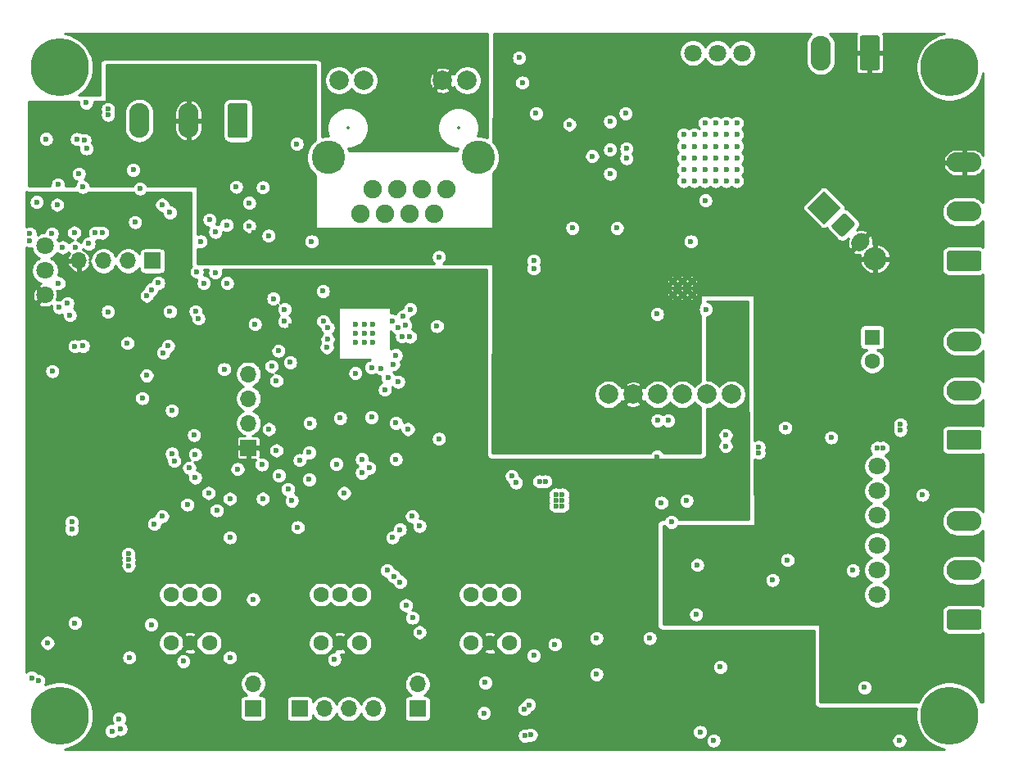
<source format=gbr>
%TF.GenerationSoftware,KiCad,Pcbnew,(5.1.10)-1*%
%TF.CreationDate,2022-12-14T20:36:11+08:00*%
%TF.ProjectId,interface,696e7465-7266-4616-9365-2e6b69636164,rev?*%
%TF.SameCoordinates,Original*%
%TF.FileFunction,Copper,L2,Inr*%
%TF.FilePolarity,Positive*%
%FSLAX46Y46*%
G04 Gerber Fmt 4.6, Leading zero omitted, Abs format (unit mm)*
G04 Created by KiCad (PCBNEW (5.1.10)-1) date 2022-12-14 20:36:11*
%MOMM*%
%LPD*%
G01*
G04 APERTURE LIST*
%TA.AperFunction,ComponentPad*%
%ADD10C,0.500000*%
%TD*%
%TA.AperFunction,ComponentPad*%
%ADD11C,2.400000*%
%TD*%
%TA.AperFunction,ComponentPad*%
%ADD12C,0.350000*%
%TD*%
%TA.AperFunction,ComponentPad*%
%ADD13C,1.800000*%
%TD*%
%TA.AperFunction,ComponentPad*%
%ADD14C,2.000000*%
%TD*%
%TA.AperFunction,ComponentPad*%
%ADD15C,3.450000*%
%TD*%
%TA.AperFunction,ComponentPad*%
%ADD16C,1.900000*%
%TD*%
%TA.AperFunction,ComponentPad*%
%ADD17C,1.600000*%
%TD*%
%TA.AperFunction,ComponentPad*%
%ADD18O,1.700000X1.700000*%
%TD*%
%TA.AperFunction,ComponentPad*%
%ADD19R,1.700000X1.700000*%
%TD*%
%TA.AperFunction,ComponentPad*%
%ADD20O,3.600000X2.080000*%
%TD*%
%TA.AperFunction,ComponentPad*%
%ADD21O,2.080000X3.600000*%
%TD*%
%TA.AperFunction,ComponentPad*%
%ADD22R,1.600000X1.600000*%
%TD*%
%TA.AperFunction,ComponentPad*%
%ADD23C,0.800000*%
%TD*%
%TA.AperFunction,ComponentPad*%
%ADD24C,6.000000*%
%TD*%
%TA.AperFunction,ViaPad*%
%ADD25C,0.600000*%
%TD*%
%TA.AperFunction,ViaPad*%
%ADD26C,1.000000*%
%TD*%
%TA.AperFunction,Conductor*%
%ADD27C,0.508000*%
%TD*%
%TA.AperFunction,Conductor*%
%ADD28C,0.254000*%
%TD*%
%TA.AperFunction,Conductor*%
%ADD29C,0.350000*%
%TD*%
%ADD30C,0.300000*%
%ADD31C,0.350000*%
%ADD32C,0.200000*%
G04 APERTURE END LIST*
D10*
%TO.N,GNDPWR*%
%TO.C,U11*%
X69350000Y48900000D03*
X69350000Y47500000D03*
X68350000Y48900000D03*
X68350000Y47500000D03*
X67350000Y48900000D03*
X67350000Y47500000D03*
%TD*%
D11*
%TO.N,GNDPWR*%
%TO.C,C31*%
X88303301Y51196699D03*
%TA.AperFunction,ComponentPad*%
D12*
%TO.N,Net-(C31-Pad1)*%
G36*
X81302944Y56500000D02*
G01*
X83000000Y58197056D01*
X84697056Y56500000D01*
X83000000Y54802944D01*
X81302944Y56500000D01*
G37*
%TD.AperFunction*%
%TD*%
D13*
%TO.N,Net-(JP4-Pad3)*%
%TO.C,JP4*%
X74540000Y72500000D03*
%TO.N,Net-(JP4-Pad1)*%
X72000000Y72500000D03*
X69460000Y72500000D03*
%TD*%
D14*
%TO.N,+12V*%
%TO.C,U1*%
X60750000Y37200000D03*
%TO.N,GNDPWR*%
X63290000Y37200000D03*
%TO.N,GND*%
X68370000Y37200000D03*
%TO.N,+5VISO*%
X73450000Y37200000D03*
%TO.N,+12V*%
X65830000Y37200000D03*
%TO.N,+5VISO*%
X70910000Y37200000D03*
%TD*%
%TO.N,+3V3*%
%TO.C,J6*%
X32875000Y69650000D03*
%TO.N,Net-(J6-Pad11)*%
X35415000Y69650000D03*
%TO.N,GND*%
X43585000Y69650000D03*
%TO.N,Net-(J6-Pad9)*%
X46125000Y69650000D03*
D15*
%TO.N,N/C*%
X31755000Y61700000D03*
X47245000Y61700000D03*
D16*
X36330000Y58400000D03*
%TO.N,+3V3*%
X38870000Y58400000D03*
%TO.N,/RXP*%
X41410000Y58400000D03*
%TO.N,/TXP*%
X43950000Y58400000D03*
%TO.N,GNDPWR*%
X35060000Y55860000D03*
%TO.N,/RXN*%
X37600000Y55860000D03*
%TO.N,/TXN*%
X42680000Y55860000D03*
%TO.N,+3V3*%
X40140000Y55860000D03*
%TD*%
D17*
%TO.N,N/C*%
%TO.C,SW2*%
X15500000Y16500000D03*
X17500000Y16500000D03*
X19500000Y16500000D03*
%TO.N,/SW_CW*%
X15500000Y11500000D03*
%TO.N,GND*%
X17500000Y11500000D03*
%TO.N,N/C*%
X19500000Y11500000D03*
%TD*%
D18*
%TO.N,/SPWM6_TMS*%
%TO.C,J3*%
X36420000Y4700000D03*
%TO.N,/SPWM5_TCK*%
X33880000Y4700000D03*
%TO.N,/TDO*%
X31340000Y4700000D03*
D19*
%TO.N,/SPWM4_TDI*%
X28800000Y4700000D03*
%TD*%
%TO.N,GNDPWR*%
%TO.C,C4*%
%TA.AperFunction,ComponentPad*%
G36*
G01*
X86060660Y53427208D02*
X86272792Y53639340D01*
G75*
G02*
X87474874Y53639340I601041J-601041D01*
G01*
X87474874Y53639340D01*
G75*
G02*
X87474874Y52437258I-601041J-601041D01*
G01*
X87262742Y52225126D01*
G75*
G02*
X86060660Y52225126I-601041J601041D01*
G01*
X86060660Y52225126D01*
G75*
G02*
X86060660Y53427208I601041J601041D01*
G01*
G37*
%TD.AperFunction*%
%TO.N,Net-(C31-Pad1)*%
%TA.AperFunction,ComponentPad*%
G36*
G01*
X83868629Y54770711D02*
X84929289Y55831371D01*
G75*
G02*
X85282843Y55831371I176777J-176777D01*
G01*
X86131371Y54982843D01*
G75*
G02*
X86131371Y54629289I-176777J-176777D01*
G01*
X85070711Y53568629D01*
G75*
G02*
X84717157Y53568629I-176777J176777D01*
G01*
X83868629Y54417157D01*
G75*
G02*
X83868629Y54770711I176777J176777D01*
G01*
G37*
%TD.AperFunction*%
%TD*%
D18*
%TO.N,/LEDBX*%
%TO.C,D12*%
X41000000Y7250000D03*
D19*
%TO.N,Net-(D12-Pad1)*%
X41000000Y4710000D03*
%TD*%
D18*
%TO.N,/LEDAX*%
%TO.C,D11*%
X24000000Y7290000D03*
D19*
%TO.N,Net-(D11-Pad1)*%
X24000000Y4750000D03*
%TD*%
D18*
%TO.N,GND*%
%TO.C,J8*%
X5980000Y51000000D03*
%TO.N,/PROG_TXD*%
X8520000Y51000000D03*
%TO.N,/PROG_RXD*%
X11060000Y51000000D03*
D19*
%TO.N,+3V3*%
X13600000Y51000000D03*
%TD*%
D17*
%TO.N,N/C*%
%TO.C,SW4*%
X46500000Y16500000D03*
X48500000Y16500000D03*
X50500000Y16500000D03*
%TO.N,/SW_SET*%
X46500000Y11500000D03*
%TO.N,GND*%
X48500000Y11500000D03*
%TO.N,N/C*%
X50500000Y11500000D03*
%TD*%
%TO.N,N/C*%
%TO.C,SW3*%
X31000000Y16500000D03*
X33000000Y16500000D03*
X35000000Y16500000D03*
%TO.N,/SW_CCW*%
X31000000Y11500000D03*
%TO.N,GND*%
X33000000Y11500000D03*
%TO.N,N/C*%
X35000000Y11500000D03*
%TD*%
D20*
%TO.N,Net-(J9-Pad3)*%
%TO.C,J9*%
X97500000Y42660000D03*
%TO.N,Net-(C28-Pad1)*%
X97500000Y37580000D03*
%TO.N,Net-(J9-Pad1)*%
%TA.AperFunction,ComponentPad*%
G36*
G01*
X99050003Y31460000D02*
X95949997Y31460000D01*
G75*
G02*
X95700000Y31709997I0J249997D01*
G01*
X95700000Y33290003D01*
G75*
G02*
X95949997Y33540000I249997J0D01*
G01*
X99050003Y33540000D01*
G75*
G02*
X99300000Y33290003I0J-249997D01*
G01*
X99300000Y31709997D01*
G75*
G02*
X99050003Y31460000I-249997J0D01*
G01*
G37*
%TD.AperFunction*%
%TD*%
D21*
%TO.N,/RS485/A485*%
%TO.C,J12*%
X12250000Y65500000D03*
%TO.N,GNDPWR*%
X17330000Y65500000D03*
%TO.N,/RS485/B485*%
%TA.AperFunction,ComponentPad*%
G36*
G01*
X23450000Y67050003D02*
X23450000Y63949997D01*
G75*
G02*
X23200003Y63700000I-249997J0D01*
G01*
X21619997Y63700000D01*
G75*
G02*
X21370000Y63949997I0J249997D01*
G01*
X21370000Y67050003D01*
G75*
G02*
X21619997Y67300000I249997J0D01*
G01*
X23200003Y67300000D01*
G75*
G02*
X23450000Y67050003I0J-249997D01*
G01*
G37*
%TD.AperFunction*%
%TD*%
D20*
%TO.N,Net-(J11-Pad3)*%
%TO.C,J11*%
X97500000Y24080000D03*
%TO.N,Net-(C27-Pad1)*%
X97500000Y19000000D03*
%TO.N,Net-(J11-Pad1)*%
%TA.AperFunction,ComponentPad*%
G36*
G01*
X99050003Y12880000D02*
X95949997Y12880000D01*
G75*
G02*
X95700000Y13129997I0J249997D01*
G01*
X95700000Y14710003D01*
G75*
G02*
X95949997Y14960000I249997J0D01*
G01*
X99050003Y14960000D01*
G75*
G02*
X99300000Y14710003I0J-249997D01*
G01*
X99300000Y13129997D01*
G75*
G02*
X99050003Y12880000I-249997J0D01*
G01*
G37*
%TD.AperFunction*%
%TD*%
%TO.N,GNDPWR*%
%TO.C,J10*%
X97500000Y61160000D03*
%TO.N,Net-(J10-Pad2)*%
X97500000Y56080000D03*
%TO.N,Net-(J10-Pad1)*%
%TA.AperFunction,ComponentPad*%
G36*
G01*
X99050003Y49960000D02*
X95949997Y49960000D01*
G75*
G02*
X95700000Y50209997I0J249997D01*
G01*
X95700000Y51790003D01*
G75*
G02*
X95949997Y52040000I249997J0D01*
G01*
X99050003Y52040000D01*
G75*
G02*
X99300000Y51790003I0J-249997D01*
G01*
X99300000Y50209997D01*
G75*
G02*
X99050003Y49960000I-249997J0D01*
G01*
G37*
%TD.AperFunction*%
%TD*%
D21*
%TO.N,VAC*%
%TO.C,J1*%
X82670000Y72500000D03*
%TO.N,GNDPWR*%
%TA.AperFunction,ComponentPad*%
G36*
G01*
X88790000Y74050003D02*
X88790000Y70949997D01*
G75*
G02*
X88540003Y70700000I-249997J0D01*
G01*
X86959997Y70700000D01*
G75*
G02*
X86710000Y70949997I0J249997D01*
G01*
X86710000Y74050003D01*
G75*
G02*
X86959997Y74300000I249997J0D01*
G01*
X88540003Y74300000D01*
G75*
G02*
X88790000Y74050003I0J-249997D01*
G01*
G37*
%TD.AperFunction*%
%TD*%
D17*
%TO.N,GND*%
%TO.C,C2*%
X88000000Y40600000D03*
D22*
%TO.N,+5VISO*%
X88000000Y43100000D03*
%TD*%
D23*
%TO.N,Net-(SC4-Pad1)*%
%TO.C,SC4*%
X98056810Y5187500D03*
X98056810Y2812500D03*
X96000000Y1625000D03*
X93943190Y2812500D03*
X93943190Y5187500D03*
X96000000Y6375000D03*
D24*
X96000000Y4000000D03*
%TD*%
D23*
%TO.N,Net-(SC3-Pad1)*%
%TO.C,SC3*%
X6056810Y5187500D03*
X6056810Y2812500D03*
X4000000Y1625000D03*
X1943190Y2812500D03*
X1943190Y5187500D03*
X4000000Y6375000D03*
D24*
X4000000Y4000000D03*
%TD*%
D23*
%TO.N,Net-(SC2-Pad1)*%
%TO.C,SC2*%
X98056810Y72187500D03*
X98056810Y69812500D03*
X96000000Y68625000D03*
X93943190Y69812500D03*
X93943190Y72187500D03*
X96000000Y73375000D03*
D24*
X96000000Y71000000D03*
%TD*%
D23*
%TO.N,Net-(SC1-Pad1)*%
%TO.C,SC1*%
X6056810Y72187500D03*
X6056810Y69812500D03*
X4000000Y68625000D03*
X1943190Y69812500D03*
X1943190Y72187500D03*
X4000000Y73375000D03*
D24*
X4000000Y71000000D03*
%TD*%
D18*
%TO.N,/SDA*%
%TO.C,U6*%
X23500000Y39310000D03*
%TO.N,/SCL*%
X23500000Y36770000D03*
%TO.N,+3V3*%
X23500000Y34230000D03*
D19*
%TO.N,GND*%
X23500000Y31690000D03*
%TD*%
D13*
%TO.N,Net-(J11-Pad1)*%
%TO.C,JP3*%
X88500000Y16500000D03*
%TO.N,Net-(C27-Pad1)*%
X88500000Y19040000D03*
%TO.N,Net-(JP3-Pad1)*%
X88500000Y21580000D03*
%TD*%
%TO.N,Net-(J9-Pad1)*%
%TO.C,JP2*%
X88500000Y24670000D03*
%TO.N,Net-(C28-Pad1)*%
X88500000Y27210000D03*
%TO.N,Net-(JP2-Pad1)*%
X88500000Y29750000D03*
%TD*%
%TO.N,GND*%
%TO.C,JP1*%
X2500000Y47460000D03*
%TO.N,/BOOT_PHYRST*%
X2500000Y50000000D03*
%TO.N,Net-(JP1-Pad1)*%
X2500000Y52540000D03*
%TD*%
D25*
%TO.N,GNDPWR*%
X52750000Y69750000D03*
X30000000Y59100000D03*
X80500000Y22600000D03*
X80500000Y23200000D03*
X81200000Y16150000D03*
X81800000Y16150000D03*
X81250000Y24150000D03*
X81900000Y24150000D03*
X80650000Y24150000D03*
X85000000Y24150000D03*
X84350000Y24150000D03*
X85650000Y24150000D03*
X83350000Y23100000D03*
X91600000Y23450000D03*
X92250010Y22350000D03*
X92950000Y22350000D03*
X91550000Y22350000D03*
X77750000Y25100000D03*
X77750000Y31200000D03*
X72950000Y19600000D03*
X69950000Y22100000D03*
X70550000Y22100000D03*
X91450000Y29050000D03*
X92750000Y40200000D03*
X93550000Y40200000D03*
X92000000Y40200000D03*
X93000000Y45300000D03*
X18500000Y57900000D03*
X19150000Y60250000D03*
X19150000Y61100000D03*
X19150000Y61950000D03*
X16350000Y62950000D03*
X17500000Y62950000D03*
X18700000Y62950000D03*
X54500000Y31500000D03*
X27200000Y70100000D03*
X65750000Y68500000D03*
X65000000Y68500000D03*
X66500000Y68500000D03*
X1630210Y62896394D03*
X51175000Y28075000D03*
X50750000Y28750000D03*
X85500000Y13300000D03*
X85500000Y13900000D03*
X49300000Y58100002D03*
X54000000Y63900000D03*
X51800000Y62500000D03*
X55587962Y58700000D03*
X55650000Y61550000D03*
X24044044Y53930691D03*
X76400000Y69400000D03*
X79600000Y65600000D03*
X54600000Y58700000D03*
X33700000Y52600000D03*
X33700000Y53300000D03*
X54500000Y32399996D03*
%TO.N,+5VD*%
X19499994Y55250000D03*
X28500000Y63100000D03*
X53600000Y28200000D03*
X54200000Y28200000D03*
X20095000Y49805000D03*
X20095000Y53995000D03*
X25600000Y53600000D03*
X53000000Y10200000D03*
X1100000Y7900000D03*
X900000Y53800000D03*
X900000Y53100000D03*
X1800000Y7600000D03*
X18177671Y49877661D03*
X7684224Y53916788D03*
X8400000Y53916708D03*
%TO.N,+3V3*%
X43000000Y44250000D03*
X35250000Y30500000D03*
X38750000Y30500000D03*
X26100000Y47100000D03*
X43200000Y51400000D03*
X6750000Y67350000D03*
X22250000Y58656290D03*
X31205520Y47868420D03*
X5250000Y23250016D03*
X5250000Y23999996D03*
X47850000Y4250000D03*
X55200000Y11350000D03*
X55950000Y26250000D03*
X55950000Y26850000D03*
X55950000Y25650000D03*
X55300000Y25650000D03*
X55300000Y26250000D03*
X55300000Y26850000D03*
X1630210Y57080863D03*
X11130210Y20100000D03*
X11130210Y19500000D03*
X11100000Y20700002D03*
X39000000Y38500000D03*
X33400000Y27000000D03*
X24000000Y16000009D03*
X32400000Y9800000D03*
X16800000Y9600000D03*
X48000000Y7400000D03*
%TO.N,VAC*%
X60900000Y62500000D03*
X60900000Y60000000D03*
X60900000Y65400000D03*
X56688998Y65100000D03*
X59050000Y61831002D03*
%TO.N,Net-(J9-Pad1)*%
X88500000Y31650000D03*
X89100000Y31650000D03*
%TO.N,/SCL*%
X36000000Y29600000D03*
X32600000Y30000000D03*
X12537979Y36797182D03*
X24899165Y29940619D03*
%TO.N,Net-(R22-Pad1)*%
X37188128Y39897218D03*
X38478920Y40301304D03*
%TO.N,/SDA*%
X35244130Y29079883D03*
X22390380Y29467135D03*
X12995190Y39151476D03*
%TO.N,Net-(R28-Pad1)*%
X87200000Y6900000D03*
X70200000Y2300000D03*
%TO.N,+12V*%
X76250000Y31750000D03*
X76250000Y31150000D03*
X90900000Y33499998D03*
X90900000Y34100000D03*
X71600000Y1400000D03*
X90800000Y1400000D03*
X72850000Y32976680D03*
X72850000Y31850000D03*
X53000000Y51000000D03*
X61600000Y54400000D03*
X57000000Y54400000D03*
X53000000Y50200000D03*
%TO.N,GND*%
X36400000Y44400000D03*
X35500000Y44400000D03*
X34600000Y44400000D03*
X34600000Y43500000D03*
X36400000Y43500000D03*
X35500000Y42600000D03*
X36400000Y42600000D03*
X34600000Y42600000D03*
X35500000Y43482368D03*
X11600000Y36600000D03*
X11600000Y32400000D03*
X7400000Y32400000D03*
X7400000Y36600000D03*
X9500000Y34500000D03*
X65750000Y30750000D03*
X65750000Y30100000D03*
X64600000Y28750000D03*
X65250000Y28750000D03*
X3000000Y22000000D03*
X27869925Y44239273D03*
X2000000Y25750000D03*
X2000000Y25100000D03*
X2000000Y45350000D03*
X2000000Y46000000D03*
X60750000Y4250000D03*
X62000000Y4250000D03*
X62750000Y10500000D03*
X69000000Y29000000D03*
X69000000Y29600000D03*
X28300000Y34750000D03*
X40000000Y35800000D03*
X2200000Y9900000D03*
X2200000Y10500000D03*
X2200000Y9300000D03*
X32800000Y46500000D03*
X34100000Y46500000D03*
X38700000Y46500000D03*
X38700000Y45700000D03*
X11799992Y57500000D03*
X72600000Y12100000D03*
X72600000Y11400000D03*
X55200000Y7600000D03*
X19100000Y42200000D03*
X6700000Y14900000D03*
X16600000Y42200000D03*
X16630210Y40600000D03*
X37700000Y7200000D03*
X58600000Y22100000D03*
X55400000Y22000000D03*
X48400000Y2500000D03*
X49300000Y4200000D03*
D26*
X29630210Y27000000D03*
D25*
X30784914Y34768639D03*
X19564456Y29230210D03*
X11800000Y14604810D03*
X12600000Y14604810D03*
X20537979Y29738843D03*
X4456064Y54070384D03*
X35200000Y19800000D03*
X36000000Y19800000D03*
X42600000Y21200000D03*
X36600000Y28200000D03*
X25916031Y42136092D03*
X43000000Y47000000D03*
X45600000Y49800000D03*
X45600000Y48200000D03*
X45600000Y46600000D03*
X47600000Y46600000D03*
X47600000Y48200000D03*
X47600000Y49800000D03*
X45400000Y73800000D03*
X46800000Y73800000D03*
X48000000Y73800000D03*
X48000000Y72400000D03*
X46800000Y72400000D03*
X48000000Y70600000D03*
X48000000Y68800000D03*
X48000000Y67000000D03*
X46800000Y67000000D03*
X48000000Y65000000D03*
X73003329Y34596671D03*
X73803329Y35396671D03*
X59800000Y26200000D03*
X60500000Y26200000D03*
%TO.N,Net-(C25-Pad1)*%
X79000000Y33750000D03*
X83750000Y32731009D03*
%TO.N,Net-(C27-Pad1)*%
X86000000Y19000000D03*
%TO.N,Net-(C28-Pad1)*%
X93200000Y26800000D03*
%TO.N,/+24V*%
X70700000Y65250000D03*
X71800000Y65250000D03*
X72900000Y65250000D03*
X74000000Y65250000D03*
X68500000Y64050000D03*
X69600000Y64050000D03*
X70700000Y64050000D03*
X71800000Y64050000D03*
X72900000Y64050000D03*
X74000000Y64050000D03*
X68500000Y62850000D03*
X69600000Y62850000D03*
X70700000Y62850000D03*
X71800000Y62850000D03*
X72900000Y62850000D03*
X74000000Y62850000D03*
X68500000Y61650000D03*
X69600000Y61650000D03*
X70700000Y61650000D03*
X71800000Y61650000D03*
X72900000Y61650000D03*
X74000000Y61650000D03*
X68500000Y60450000D03*
X69600000Y60450000D03*
X70700000Y60450000D03*
X71800000Y60450000D03*
X72900000Y60450000D03*
X74000000Y60450000D03*
X68500000Y59250000D03*
X69600000Y59250000D03*
X70700000Y59250000D03*
X71800000Y59250000D03*
X72900000Y59250000D03*
X74000000Y59250000D03*
%TO.N,Net-(D8-Pad2)*%
X25000000Y58600000D03*
X11600000Y60400000D03*
X23600000Y54600000D03*
X23600000Y57000000D03*
X2600000Y63600000D03*
X5771372Y63582384D03*
X5983204Y60004810D03*
%TO.N,Net-(J5-Pad10)*%
X11200000Y10000000D03*
%TO.N,/RELOUT6*%
X41195199Y12604801D03*
%TO.N,Net-(J5-Pad7)*%
X2750000Y11500000D03*
%TO.N,/RELOUT4*%
X39795199Y15395199D03*
%TO.N,/RELOUT5*%
X40475002Y14115464D03*
%TO.N,/RELOUT2*%
X38525000Y18400000D03*
%TO.N,/RELOUT3*%
X39190389Y17800006D03*
%TO.N,/RELOUT1*%
X37855210Y18999996D03*
%TO.N,/ISense1*%
X6567626Y63476892D03*
X5570728Y42173941D03*
X3939414Y46191991D03*
X6368459Y58641265D03*
X3837341Y58877990D03*
%TO.N,/EMAC_CLK_OUT_180*%
X14695000Y41505000D03*
X27835647Y40504810D03*
%TO.N,/485TXD*%
X30050000Y53000000D03*
X7004810Y52781525D03*
%TO.N,/485RXD*%
X11800000Y55000000D03*
X21250000Y54700000D03*
%TO.N,/EMAC_RXD0*%
X33000000Y34750000D03*
X36238881Y34836619D03*
%TO.N,/EMAC_RX_DRV*%
X38750000Y34250000D03*
X29862991Y34230210D03*
%TO.N,/MDIO*%
X15604810Y35525469D03*
X37624585Y37684210D03*
X37932610Y38919112D03*
%TO.N,Net-(R32-Pad1)*%
X34578055Y39394466D03*
X36235583Y39976471D03*
%TO.N,/POT1*%
X9400000Y2400000D03*
X52100000Y1900000D03*
X52700000Y2000000D03*
%TO.N,Net-(R36-Pad2)*%
X27250000Y46000000D03*
X27250000Y44750000D03*
%TO.N,Net-(R38-Pad2)*%
X31715368Y44095814D03*
X24177581Y44450000D03*
%TO.N,/POT2*%
X10300000Y2600000D03*
X52500000Y5100000D03*
X52050000Y4650000D03*
X10157211Y3657227D03*
%TO.N,Net-(R45-Pad1)*%
X59500000Y12000000D03*
X65000000Y12000000D03*
%TO.N,Net-(R50-Pad1)*%
X69900000Y19550000D03*
X79235000Y20069000D03*
%TO.N,Net-(R59-Pad1)*%
X5511388Y53917778D03*
X21300000Y48700000D03*
X18900000Y48700002D03*
X18569790Y53000000D03*
%TO.N,/MDC*%
X38750000Y41250000D03*
X3250000Y39600000D03*
%TO.N,/EMAC_TXD1*%
X31702360Y42886203D03*
X38400000Y44799998D03*
X9002666Y45747334D03*
X5043489Y45395200D03*
%TO.N,/EMAC_TX_EN*%
X39397668Y43178113D03*
X26620776Y41720468D03*
%TO.N,/EMAC_TXD0*%
X31619358Y42064243D03*
X38968601Y44089443D03*
%TO.N,Net-(U14-Pad7)*%
X69800000Y14450000D03*
X77700000Y18000000D03*
%TO.N,/PHY_VDDA*%
X40250000Y46000000D03*
X39499986Y45250000D03*
X31249776Y44750316D03*
X40200713Y43161759D03*
X39739045Y44316526D03*
%TO.N,Net-(C41-Pad2)*%
X59500000Y8250000D03*
X72293710Y9007598D03*
%TO.N,+5VISO*%
X65800000Y34500000D03*
X9000000Y66100000D03*
X9000000Y66700000D03*
X66900000Y34500000D03*
%TO.N,Net-(C13-Pad2)*%
X69250000Y53000000D03*
X65750000Y45500000D03*
%TO.N,/SPWM6_TMS*%
X15400000Y56000000D03*
X11000000Y42496798D03*
X13000000Y47398399D03*
X28000000Y26200000D03*
X17200000Y25800000D03*
%TO.N,/SPWM5_TCK*%
X14600000Y56800000D03*
X15200000Y42200000D03*
X18000000Y31000000D03*
X15604810Y31084206D03*
X14193934Y48716962D03*
X27600000Y27400000D03*
X18000000Y28600000D03*
%TO.N,/TDO*%
X21000000Y39800000D03*
X26400000Y38600000D03*
X26400000Y31400000D03*
X29800000Y31200000D03*
X29800000Y28400000D03*
X26663296Y28804810D03*
%TO.N,/SPWM4_TDI*%
X19400000Y27000000D03*
X3200000Y53800000D03*
X3738212Y56800003D03*
X18051866Y45782368D03*
X21600000Y26404810D03*
X25000000Y26404810D03*
%TO.N,/ISense2*%
X6778138Y62615182D03*
X4309611Y52400000D03*
X6400000Y42200000D03*
X3879589Y48693658D03*
X5590430Y52354238D03*
%TO.N,/BOOT_PHYRST*%
X43200000Y32600000D03*
X17890621Y32986496D03*
X18352904Y45037704D03*
%TO.N,/LMTX2*%
X66200000Y26000000D03*
X68800000Y26200000D03*
X40429810Y24598729D03*
%TO.N,/SW_CCW*%
X39175000Y23225000D03*
X28604810Y23459987D03*
%TO.N,/SW_CW*%
X21600000Y22400000D03*
X21600000Y10000000D03*
X38399998Y22400000D03*
%TO.N,/SPWM2*%
X14600000Y24600000D03*
X17395190Y29599996D03*
%TO.N,/SPWM1*%
X13769790Y23801999D03*
X13465039Y13395190D03*
X5572334Y13572334D03*
X20246799Y25195190D03*
%TO.N,Net-(R64-Pad1)*%
X70750000Y57250000D03*
X70800000Y46000000D03*
%TO.N,/SPWM3*%
X13496691Y48031668D03*
X15403490Y45782368D03*
X12313244Y58481589D03*
%TO.N,/INTX*%
X28800000Y30400000D03*
X15856912Y30321583D03*
%TO.N,/LMTX1*%
X67250000Y24000000D03*
X41200000Y23600000D03*
%TO.N,/485RW*%
X40000000Y33600000D03*
X25630210Y33600004D03*
X4800000Y46604810D03*
X25916422Y40113659D03*
%TO.N,Net-(C31-Pad1)*%
X51500000Y72000000D03*
X51827770Y69433044D03*
X62500000Y66250000D03*
X53250000Y66250000D03*
X62600000Y62600000D03*
X62600000Y61600000D03*
%TD*%
D27*
%TO.N,GND*%
X74370000Y42630000D02*
X75000000Y42000000D01*
%TD*%
D28*
%TO.N,GNDPWR*%
X81570103Y74359898D02*
X81376658Y74124184D01*
X81232916Y73855260D01*
X81144398Y73563461D01*
X81122000Y73336048D01*
X81122000Y71663953D01*
X81144398Y71436540D01*
X81232915Y71144741D01*
X81376657Y70875817D01*
X81570102Y70640102D01*
X81805816Y70446657D01*
X82074740Y70302915D01*
X82366539Y70214398D01*
X82670000Y70184510D01*
X82973460Y70214398D01*
X83265259Y70302915D01*
X83534183Y70446657D01*
X83769898Y70640102D01*
X83819054Y70700000D01*
X86327157Y70700000D01*
X86334513Y70625311D01*
X86356299Y70553492D01*
X86391678Y70487304D01*
X86439289Y70429289D01*
X86497304Y70381678D01*
X86563492Y70346299D01*
X86635311Y70324513D01*
X86710000Y70317157D01*
X87527750Y70319000D01*
X87623000Y70414250D01*
X87623000Y72373000D01*
X87877000Y72373000D01*
X87877000Y70414250D01*
X87972250Y70319000D01*
X88790000Y70317157D01*
X88864689Y70324513D01*
X88936508Y70346299D01*
X89002696Y70381678D01*
X89060711Y70429289D01*
X89108322Y70487304D01*
X89143701Y70553492D01*
X89165487Y70625311D01*
X89172843Y70700000D01*
X89171000Y72277750D01*
X89075750Y72373000D01*
X87877000Y72373000D01*
X87623000Y72373000D01*
X86424250Y72373000D01*
X86329000Y72277750D01*
X86327157Y70700000D01*
X83819054Y70700000D01*
X83963343Y70875816D01*
X84107085Y71144740D01*
X84195602Y71436539D01*
X84218000Y71663952D01*
X84218000Y73336048D01*
X84195602Y73563461D01*
X84107085Y73855260D01*
X83963343Y74124184D01*
X83769898Y74359898D01*
X83639394Y74467000D01*
X86367252Y74467000D01*
X86356299Y74446508D01*
X86334513Y74374689D01*
X86327157Y74300000D01*
X86329000Y72722250D01*
X86424250Y72627000D01*
X87623000Y72627000D01*
X87623000Y72647000D01*
X87877000Y72647000D01*
X87877000Y72627000D01*
X89075750Y72627000D01*
X89171000Y72722250D01*
X89172843Y74300000D01*
X89165487Y74374689D01*
X89143701Y74446508D01*
X89132748Y74467000D01*
X95448370Y74467000D01*
X94976754Y74373190D01*
X94338339Y74108750D01*
X93763780Y73724842D01*
X93275158Y73236220D01*
X92891250Y72661661D01*
X92626810Y72023246D01*
X92492000Y71345508D01*
X92492000Y70654492D01*
X92626810Y69976754D01*
X92891250Y69338339D01*
X93275158Y68763780D01*
X93763780Y68275158D01*
X94338339Y67891250D01*
X94976754Y67626810D01*
X95654492Y67492000D01*
X96345508Y67492000D01*
X97023246Y67626810D01*
X97661661Y67891250D01*
X98236220Y68275158D01*
X98724842Y68763780D01*
X99108750Y69338339D01*
X99373190Y69976754D01*
X99467000Y70448371D01*
X99467000Y61910026D01*
X99354601Y62074996D01*
X99155062Y62270961D01*
X98921126Y62424232D01*
X98661783Y62528919D01*
X98387000Y62581000D01*
X97627000Y62581000D01*
X97627000Y61287000D01*
X97647000Y61287000D01*
X97647000Y61033000D01*
X97627000Y61033000D01*
X97627000Y59739000D01*
X98387000Y59739000D01*
X98661783Y59791081D01*
X98921126Y59895768D01*
X99155062Y60049039D01*
X99354601Y60245004D01*
X99467000Y60409974D01*
X99467000Y57049393D01*
X99359898Y57179898D01*
X99124184Y57373343D01*
X98855260Y57517085D01*
X98563461Y57605602D01*
X98336048Y57628000D01*
X96663952Y57628000D01*
X96436539Y57605602D01*
X96144740Y57517085D01*
X95875816Y57373343D01*
X95640102Y57179898D01*
X95446657Y56944184D01*
X95302915Y56675260D01*
X95214398Y56383461D01*
X95184510Y56080000D01*
X95214398Y55776539D01*
X95302915Y55484740D01*
X95446657Y55215816D01*
X95640102Y54980102D01*
X95875816Y54786657D01*
X96144740Y54642915D01*
X96436539Y54554398D01*
X96663952Y54532000D01*
X98336048Y54532000D01*
X98563461Y54554398D01*
X98855260Y54642915D01*
X99124184Y54786657D01*
X99359898Y54980102D01*
X99467000Y55110607D01*
X99467000Y52425231D01*
X99341016Y52492571D01*
X99198360Y52535845D01*
X99050003Y52550457D01*
X95949997Y52550457D01*
X95801640Y52535845D01*
X95658984Y52492571D01*
X95527511Y52422297D01*
X95412275Y52327725D01*
X95317703Y52212489D01*
X95247429Y52081016D01*
X95204155Y51938360D01*
X95189543Y51790003D01*
X95189543Y50209997D01*
X95204155Y50061640D01*
X95247429Y49918984D01*
X95317703Y49787511D01*
X95412275Y49672275D01*
X95527511Y49577703D01*
X95658984Y49507429D01*
X95801640Y49464155D01*
X95949997Y49449543D01*
X99050003Y49449543D01*
X99198360Y49464155D01*
X99341016Y49507429D01*
X99467000Y49574769D01*
X99467000Y43629393D01*
X99359898Y43759898D01*
X99124184Y43953343D01*
X98855260Y44097085D01*
X98563461Y44185602D01*
X98336048Y44208000D01*
X96663952Y44208000D01*
X96436539Y44185602D01*
X96144740Y44097085D01*
X95875816Y43953343D01*
X95640102Y43759898D01*
X95446657Y43524184D01*
X95302915Y43255260D01*
X95214398Y42963461D01*
X95184510Y42660000D01*
X95214398Y42356539D01*
X95302915Y42064740D01*
X95446657Y41795816D01*
X95640102Y41560102D01*
X95875816Y41366657D01*
X96144740Y41222915D01*
X96436539Y41134398D01*
X96663952Y41112000D01*
X98336048Y41112000D01*
X98563461Y41134398D01*
X98855260Y41222915D01*
X99124184Y41366657D01*
X99359898Y41560102D01*
X99467000Y41690607D01*
X99467000Y38549393D01*
X99359898Y38679898D01*
X99124184Y38873343D01*
X98855260Y39017085D01*
X98563461Y39105602D01*
X98336048Y39128000D01*
X96663952Y39128000D01*
X96436539Y39105602D01*
X96144740Y39017085D01*
X95875816Y38873343D01*
X95640102Y38679898D01*
X95446657Y38444184D01*
X95302915Y38175260D01*
X95214398Y37883461D01*
X95184510Y37580000D01*
X95214398Y37276539D01*
X95302915Y36984740D01*
X95446657Y36715816D01*
X95640102Y36480102D01*
X95875816Y36286657D01*
X96144740Y36142915D01*
X96436539Y36054398D01*
X96663952Y36032000D01*
X98336048Y36032000D01*
X98563461Y36054398D01*
X98855260Y36142915D01*
X99124184Y36286657D01*
X99359898Y36480102D01*
X99467001Y36610607D01*
X99467001Y33925231D01*
X99341016Y33992571D01*
X99198360Y34035845D01*
X99050003Y34050457D01*
X95949997Y34050457D01*
X95801640Y34035845D01*
X95658984Y33992571D01*
X95527511Y33922297D01*
X95412275Y33827725D01*
X95317703Y33712489D01*
X95247429Y33581016D01*
X95204155Y33438360D01*
X95189543Y33290003D01*
X95189543Y31709997D01*
X95204155Y31561640D01*
X95247429Y31418984D01*
X95317703Y31287511D01*
X95412275Y31172275D01*
X95527511Y31077703D01*
X95658984Y31007429D01*
X95801640Y30964155D01*
X95949997Y30949543D01*
X99050003Y30949543D01*
X99198360Y30964155D01*
X99341016Y31007429D01*
X99467001Y31074769D01*
X99467001Y25049393D01*
X99359898Y25179898D01*
X99124184Y25373343D01*
X98855260Y25517085D01*
X98563461Y25605602D01*
X98336048Y25628000D01*
X96663952Y25628000D01*
X96436539Y25605602D01*
X96144740Y25517085D01*
X95875816Y25373343D01*
X95640102Y25179898D01*
X95446657Y24944184D01*
X95302915Y24675260D01*
X95214398Y24383461D01*
X95184510Y24080000D01*
X95214398Y23776539D01*
X95302915Y23484740D01*
X95446657Y23215816D01*
X95640102Y22980102D01*
X95875816Y22786657D01*
X96144740Y22642915D01*
X96436539Y22554398D01*
X96663952Y22532000D01*
X98336048Y22532000D01*
X98563461Y22554398D01*
X98855260Y22642915D01*
X99124184Y22786657D01*
X99359898Y22980102D01*
X99467001Y23110607D01*
X99467001Y19969393D01*
X99359898Y20099898D01*
X99124184Y20293343D01*
X98855260Y20437085D01*
X98563461Y20525602D01*
X98336048Y20548000D01*
X96663952Y20548000D01*
X96436539Y20525602D01*
X96144740Y20437085D01*
X95875816Y20293343D01*
X95640102Y20099898D01*
X95446657Y19864184D01*
X95302915Y19595260D01*
X95214398Y19303461D01*
X95184510Y19000000D01*
X95214398Y18696539D01*
X95302915Y18404740D01*
X95446657Y18135816D01*
X95640102Y17900102D01*
X95875816Y17706657D01*
X96144740Y17562915D01*
X96436539Y17474398D01*
X96663952Y17452000D01*
X98336048Y17452000D01*
X98563461Y17474398D01*
X98855260Y17562915D01*
X99124184Y17706657D01*
X99359898Y17900102D01*
X99467001Y18030607D01*
X99467001Y15345231D01*
X99341016Y15412571D01*
X99198360Y15455845D01*
X99050003Y15470457D01*
X95949997Y15470457D01*
X95801640Y15455845D01*
X95658984Y15412571D01*
X95527511Y15342297D01*
X95412275Y15247725D01*
X95317703Y15132489D01*
X95247429Y15001016D01*
X95204155Y14858360D01*
X95189543Y14710003D01*
X95189543Y13129997D01*
X95204155Y12981640D01*
X95247429Y12838984D01*
X95317703Y12707511D01*
X95412275Y12592275D01*
X95527511Y12497703D01*
X95658984Y12427429D01*
X95801640Y12384155D01*
X95949997Y12369543D01*
X99050003Y12369543D01*
X99198360Y12384155D01*
X99341016Y12427429D01*
X99467001Y12494770D01*
X99467001Y5377000D01*
X99226660Y5377000D01*
X99108750Y5661661D01*
X98724842Y6236220D01*
X98236220Y6724842D01*
X97661661Y7108750D01*
X97023246Y7373190D01*
X96345508Y7508000D01*
X95654492Y7508000D01*
X94976754Y7373190D01*
X94338339Y7108750D01*
X93763780Y6724842D01*
X93275158Y6236220D01*
X92891250Y5661661D01*
X92773340Y5377000D01*
X82627000Y5377000D01*
X82627000Y6979581D01*
X86392000Y6979581D01*
X86392000Y6820419D01*
X86423051Y6664315D01*
X86483959Y6517268D01*
X86572385Y6384930D01*
X86684930Y6272385D01*
X86817268Y6183959D01*
X86964315Y6123051D01*
X87120419Y6092000D01*
X87279581Y6092000D01*
X87435685Y6123051D01*
X87582732Y6183959D01*
X87715070Y6272385D01*
X87827615Y6384930D01*
X87916041Y6517268D01*
X87976949Y6664315D01*
X88008000Y6820419D01*
X88008000Y6979581D01*
X87976949Y7135685D01*
X87916041Y7282732D01*
X87827615Y7415070D01*
X87715070Y7527615D01*
X87582732Y7616041D01*
X87435685Y7676949D01*
X87279581Y7708000D01*
X87120419Y7708000D01*
X86964315Y7676949D01*
X86817268Y7616041D01*
X86684930Y7527615D01*
X86572385Y7415070D01*
X86483959Y7282732D01*
X86423051Y7135685D01*
X86392000Y6979581D01*
X82627000Y6979581D01*
X82627000Y13300000D01*
X82624560Y13324776D01*
X82617333Y13348601D01*
X82605597Y13370557D01*
X82589803Y13389803D01*
X82570557Y13405597D01*
X82548601Y13417333D01*
X82524776Y13424560D01*
X82500000Y13427000D01*
X66377000Y13427000D01*
X66377000Y14529581D01*
X68992000Y14529581D01*
X68992000Y14370419D01*
X69023051Y14214315D01*
X69083959Y14067268D01*
X69172385Y13934930D01*
X69284930Y13822385D01*
X69417268Y13733959D01*
X69564315Y13673051D01*
X69720419Y13642000D01*
X69879581Y13642000D01*
X70035685Y13673051D01*
X70182732Y13733959D01*
X70315070Y13822385D01*
X70427615Y13934930D01*
X70516041Y14067268D01*
X70576949Y14214315D01*
X70608000Y14370419D01*
X70608000Y14529581D01*
X70576949Y14685685D01*
X70516041Y14832732D01*
X70427615Y14965070D01*
X70315070Y15077615D01*
X70182732Y15166041D01*
X70035685Y15226949D01*
X69879581Y15258000D01*
X69720419Y15258000D01*
X69564315Y15226949D01*
X69417268Y15166041D01*
X69284930Y15077615D01*
X69172385Y14965070D01*
X69083959Y14832732D01*
X69023051Y14685685D01*
X68992000Y14529581D01*
X66377000Y14529581D01*
X66377000Y18079581D01*
X76892000Y18079581D01*
X76892000Y17920419D01*
X76923051Y17764315D01*
X76983959Y17617268D01*
X77072385Y17484930D01*
X77184930Y17372385D01*
X77317268Y17283959D01*
X77464315Y17223051D01*
X77620419Y17192000D01*
X77779581Y17192000D01*
X77935685Y17223051D01*
X78082732Y17283959D01*
X78215070Y17372385D01*
X78327615Y17484930D01*
X78416041Y17617268D01*
X78476949Y17764315D01*
X78508000Y17920419D01*
X78508000Y18079581D01*
X78476949Y18235685D01*
X78416041Y18382732D01*
X78327615Y18515070D01*
X78215070Y18627615D01*
X78082732Y18716041D01*
X77935685Y18776949D01*
X77779581Y18808000D01*
X77620419Y18808000D01*
X77464315Y18776949D01*
X77317268Y18716041D01*
X77184930Y18627615D01*
X77072385Y18515070D01*
X76983959Y18382732D01*
X76923051Y18235685D01*
X76892000Y18079581D01*
X66377000Y18079581D01*
X66377000Y19629581D01*
X69092000Y19629581D01*
X69092000Y19470419D01*
X69123051Y19314315D01*
X69183959Y19167268D01*
X69272385Y19034930D01*
X69384930Y18922385D01*
X69517268Y18833959D01*
X69664315Y18773051D01*
X69820419Y18742000D01*
X69979581Y18742000D01*
X70135685Y18773051D01*
X70282732Y18833959D01*
X70415070Y18922385D01*
X70527615Y19034930D01*
X70557450Y19079581D01*
X85192000Y19079581D01*
X85192000Y18920419D01*
X85223051Y18764315D01*
X85283959Y18617268D01*
X85372385Y18484930D01*
X85484930Y18372385D01*
X85617268Y18283959D01*
X85764315Y18223051D01*
X85920419Y18192000D01*
X86079581Y18192000D01*
X86235685Y18223051D01*
X86382732Y18283959D01*
X86515070Y18372385D01*
X86627615Y18484930D01*
X86716041Y18617268D01*
X86776949Y18764315D01*
X86808000Y18920419D01*
X86808000Y19079581D01*
X86776949Y19235685D01*
X86716041Y19382732D01*
X86627615Y19515070D01*
X86515070Y19627615D01*
X86382732Y19716041D01*
X86235685Y19776949D01*
X86079581Y19808000D01*
X85920419Y19808000D01*
X85764315Y19776949D01*
X85617268Y19716041D01*
X85484930Y19627615D01*
X85372385Y19515070D01*
X85283959Y19382732D01*
X85223051Y19235685D01*
X85192000Y19079581D01*
X70557450Y19079581D01*
X70616041Y19167268D01*
X70676949Y19314315D01*
X70708000Y19470419D01*
X70708000Y19629581D01*
X70676949Y19785685D01*
X70616041Y19932732D01*
X70527615Y20065070D01*
X70444104Y20148581D01*
X78427000Y20148581D01*
X78427000Y19989419D01*
X78458051Y19833315D01*
X78518959Y19686268D01*
X78607385Y19553930D01*
X78719930Y19441385D01*
X78852268Y19352959D01*
X78999315Y19292051D01*
X79155419Y19261000D01*
X79314581Y19261000D01*
X79470685Y19292051D01*
X79617732Y19352959D01*
X79750070Y19441385D01*
X79862615Y19553930D01*
X79951041Y19686268D01*
X80011949Y19833315D01*
X80043000Y19989419D01*
X80043000Y20148581D01*
X80011949Y20304685D01*
X79951041Y20451732D01*
X79862615Y20584070D01*
X79750070Y20696615D01*
X79617732Y20785041D01*
X79470685Y20845949D01*
X79314581Y20877000D01*
X79155419Y20877000D01*
X78999315Y20845949D01*
X78852268Y20785041D01*
X78719930Y20696615D01*
X78607385Y20584070D01*
X78518959Y20451732D01*
X78458051Y20304685D01*
X78427000Y20148581D01*
X70444104Y20148581D01*
X70415070Y20177615D01*
X70282732Y20266041D01*
X70135685Y20326949D01*
X69979581Y20358000D01*
X69820419Y20358000D01*
X69664315Y20326949D01*
X69517268Y20266041D01*
X69384930Y20177615D01*
X69272385Y20065070D01*
X69183959Y19932732D01*
X69123051Y19785685D01*
X69092000Y19629581D01*
X66377000Y19629581D01*
X66377000Y21718676D01*
X87092000Y21718676D01*
X87092000Y21441324D01*
X87146108Y21169301D01*
X87252246Y20913062D01*
X87406335Y20682452D01*
X87602452Y20486335D01*
X87833062Y20332246D01*
X87886768Y20310000D01*
X87833062Y20287754D01*
X87602452Y20133665D01*
X87406335Y19937548D01*
X87252246Y19706938D01*
X87146108Y19450699D01*
X87092000Y19178676D01*
X87092000Y18901324D01*
X87146108Y18629301D01*
X87252246Y18373062D01*
X87406335Y18142452D01*
X87602452Y17946335D01*
X87833062Y17792246D01*
X87886768Y17770000D01*
X87833062Y17747754D01*
X87602452Y17593665D01*
X87406335Y17397548D01*
X87252246Y17166938D01*
X87146108Y16910699D01*
X87092000Y16638676D01*
X87092000Y16361324D01*
X87146108Y16089301D01*
X87252246Y15833062D01*
X87406335Y15602452D01*
X87602452Y15406335D01*
X87833062Y15252246D01*
X88089301Y15146108D01*
X88361324Y15092000D01*
X88638676Y15092000D01*
X88910699Y15146108D01*
X89166938Y15252246D01*
X89397548Y15406335D01*
X89593665Y15602452D01*
X89747754Y15833062D01*
X89853892Y16089301D01*
X89908000Y16361324D01*
X89908000Y16638676D01*
X89853892Y16910699D01*
X89747754Y17166938D01*
X89593665Y17397548D01*
X89397548Y17593665D01*
X89166938Y17747754D01*
X89113232Y17770000D01*
X89166938Y17792246D01*
X89397548Y17946335D01*
X89593665Y18142452D01*
X89747754Y18373062D01*
X89853892Y18629301D01*
X89908000Y18901324D01*
X89908000Y19178676D01*
X89853892Y19450699D01*
X89747754Y19706938D01*
X89593665Y19937548D01*
X89397548Y20133665D01*
X89166938Y20287754D01*
X89113232Y20310000D01*
X89166938Y20332246D01*
X89397548Y20486335D01*
X89593665Y20682452D01*
X89747754Y20913062D01*
X89853892Y21169301D01*
X89908000Y21441324D01*
X89908000Y21718676D01*
X89853892Y21990699D01*
X89747754Y22246938D01*
X89593665Y22477548D01*
X89397548Y22673665D01*
X89166938Y22827754D01*
X88910699Y22933892D01*
X88638676Y22988000D01*
X88361324Y22988000D01*
X88089301Y22933892D01*
X87833062Y22827754D01*
X87602452Y22673665D01*
X87406335Y22477548D01*
X87252246Y22246938D01*
X87146108Y21990699D01*
X87092000Y21718676D01*
X66377000Y21718676D01*
X66377000Y23623000D01*
X66531585Y23623000D01*
X66533959Y23617268D01*
X66622385Y23484930D01*
X66734930Y23372385D01*
X66867268Y23283959D01*
X67014315Y23223051D01*
X67170419Y23192000D01*
X67329581Y23192000D01*
X67485685Y23223051D01*
X67632732Y23283959D01*
X67765070Y23372385D01*
X67877615Y23484930D01*
X67966041Y23617268D01*
X67968415Y23623000D01*
X75750000Y23623000D01*
X75774776Y23625440D01*
X75798601Y23632667D01*
X75820557Y23644403D01*
X75839803Y23660197D01*
X75855597Y23679443D01*
X75867333Y23701399D01*
X75874560Y23725224D01*
X75876999Y23750538D01*
X75850991Y29888676D01*
X87092000Y29888676D01*
X87092000Y29611324D01*
X87146108Y29339301D01*
X87252246Y29083062D01*
X87406335Y28852452D01*
X87602452Y28656335D01*
X87833062Y28502246D01*
X87886768Y28480000D01*
X87833062Y28457754D01*
X87602452Y28303665D01*
X87406335Y28107548D01*
X87252246Y27876938D01*
X87146108Y27620699D01*
X87092000Y27348676D01*
X87092000Y27071324D01*
X87146108Y26799301D01*
X87252246Y26543062D01*
X87406335Y26312452D01*
X87602452Y26116335D01*
X87833062Y25962246D01*
X87886768Y25940000D01*
X87833062Y25917754D01*
X87602452Y25763665D01*
X87406335Y25567548D01*
X87252246Y25336938D01*
X87146108Y25080699D01*
X87092000Y24808676D01*
X87092000Y24531324D01*
X87146108Y24259301D01*
X87252246Y24003062D01*
X87406335Y23772452D01*
X87602452Y23576335D01*
X87833062Y23422246D01*
X88089301Y23316108D01*
X88361324Y23262000D01*
X88638676Y23262000D01*
X88910699Y23316108D01*
X89166938Y23422246D01*
X89397548Y23576335D01*
X89593665Y23772452D01*
X89747754Y24003062D01*
X89853892Y24259301D01*
X89908000Y24531324D01*
X89908000Y24808676D01*
X89853892Y25080699D01*
X89747754Y25336938D01*
X89593665Y25567548D01*
X89397548Y25763665D01*
X89166938Y25917754D01*
X89113232Y25940000D01*
X89166938Y25962246D01*
X89397548Y26116335D01*
X89593665Y26312452D01*
X89747754Y26543062D01*
X89853892Y26799301D01*
X89869860Y26879581D01*
X92392000Y26879581D01*
X92392000Y26720419D01*
X92423051Y26564315D01*
X92483959Y26417268D01*
X92572385Y26284930D01*
X92684930Y26172385D01*
X92817268Y26083959D01*
X92964315Y26023051D01*
X93120419Y25992000D01*
X93279581Y25992000D01*
X93435685Y26023051D01*
X93582732Y26083959D01*
X93715070Y26172385D01*
X93827615Y26284930D01*
X93916041Y26417268D01*
X93976949Y26564315D01*
X94008000Y26720419D01*
X94008000Y26879581D01*
X93976949Y27035685D01*
X93916041Y27182732D01*
X93827615Y27315070D01*
X93715070Y27427615D01*
X93582732Y27516041D01*
X93435685Y27576949D01*
X93279581Y27608000D01*
X93120419Y27608000D01*
X92964315Y27576949D01*
X92817268Y27516041D01*
X92684930Y27427615D01*
X92572385Y27315070D01*
X92483959Y27182732D01*
X92423051Y27035685D01*
X92392000Y26879581D01*
X89869860Y26879581D01*
X89908000Y27071324D01*
X89908000Y27348676D01*
X89853892Y27620699D01*
X89747754Y27876938D01*
X89593665Y28107548D01*
X89397548Y28303665D01*
X89166938Y28457754D01*
X89113232Y28480000D01*
X89166938Y28502246D01*
X89397548Y28656335D01*
X89593665Y28852452D01*
X89747754Y29083062D01*
X89853892Y29339301D01*
X89908000Y29611324D01*
X89908000Y29888676D01*
X89853892Y30160699D01*
X89747754Y30416938D01*
X89593665Y30647548D01*
X89397548Y30843665D01*
X89346725Y30877624D01*
X89482732Y30933959D01*
X89615070Y31022385D01*
X89727615Y31134930D01*
X89816041Y31267268D01*
X89876949Y31414315D01*
X89908000Y31570419D01*
X89908000Y31729581D01*
X89876949Y31885685D01*
X89816041Y32032732D01*
X89727615Y32165070D01*
X89615070Y32277615D01*
X89482732Y32366041D01*
X89335685Y32426949D01*
X89179581Y32458000D01*
X89020419Y32458000D01*
X88864315Y32426949D01*
X88800000Y32400309D01*
X88735685Y32426949D01*
X88579581Y32458000D01*
X88420419Y32458000D01*
X88264315Y32426949D01*
X88117268Y32366041D01*
X87984930Y32277615D01*
X87872385Y32165070D01*
X87783959Y32032732D01*
X87723051Y31885685D01*
X87692000Y31729581D01*
X87692000Y31570419D01*
X87723051Y31414315D01*
X87783959Y31267268D01*
X87872385Y31134930D01*
X87957866Y31049449D01*
X87833062Y30997754D01*
X87602452Y30843665D01*
X87406335Y30647548D01*
X87252246Y30416938D01*
X87146108Y30160699D01*
X87092000Y29888676D01*
X75850991Y29888676D01*
X75848627Y30446415D01*
X75867268Y30433959D01*
X76014315Y30373051D01*
X76170419Y30342000D01*
X76329581Y30342000D01*
X76485685Y30373051D01*
X76632732Y30433959D01*
X76765070Y30522385D01*
X76877615Y30634930D01*
X76966041Y30767268D01*
X77026949Y30914315D01*
X77058000Y31070419D01*
X77058000Y31229581D01*
X77026949Y31385685D01*
X77000309Y31450000D01*
X77026949Y31514315D01*
X77058000Y31670419D01*
X77058000Y31829581D01*
X77026949Y31985685D01*
X76966041Y32132732D01*
X76877615Y32265070D01*
X76765070Y32377615D01*
X76632732Y32466041D01*
X76485685Y32526949D01*
X76329581Y32558000D01*
X76170419Y32558000D01*
X76014315Y32526949D01*
X75867268Y32466041D01*
X75840146Y32447918D01*
X75838610Y32810590D01*
X82942000Y32810590D01*
X82942000Y32651428D01*
X82973051Y32495324D01*
X83033959Y32348277D01*
X83122385Y32215939D01*
X83234930Y32103394D01*
X83367268Y32014968D01*
X83514315Y31954060D01*
X83670419Y31923009D01*
X83829581Y31923009D01*
X83985685Y31954060D01*
X84132732Y32014968D01*
X84265070Y32103394D01*
X84377615Y32215939D01*
X84466041Y32348277D01*
X84526949Y32495324D01*
X84558000Y32651428D01*
X84558000Y32810590D01*
X84526949Y32966694D01*
X84466041Y33113741D01*
X84377615Y33246079D01*
X84265070Y33358624D01*
X84132732Y33447050D01*
X83985685Y33507958D01*
X83829581Y33539009D01*
X83670419Y33539009D01*
X83514315Y33507958D01*
X83367268Y33447050D01*
X83234930Y33358624D01*
X83122385Y33246079D01*
X83033959Y33113741D01*
X82973051Y32966694D01*
X82942000Y32810590D01*
X75838610Y32810590D01*
X75834292Y33829581D01*
X78192000Y33829581D01*
X78192000Y33670419D01*
X78223051Y33514315D01*
X78283959Y33367268D01*
X78372385Y33234930D01*
X78484930Y33122385D01*
X78617268Y33033959D01*
X78764315Y32973051D01*
X78920419Y32942000D01*
X79079581Y32942000D01*
X79235685Y32973051D01*
X79382732Y33033959D01*
X79515070Y33122385D01*
X79627615Y33234930D01*
X79716041Y33367268D01*
X79776949Y33514315D01*
X79808000Y33670419D01*
X79808000Y33829581D01*
X79776949Y33985685D01*
X79716041Y34132732D01*
X79684738Y34179581D01*
X90092000Y34179581D01*
X90092000Y34020419D01*
X90123051Y33864315D01*
X90149691Y33799999D01*
X90123051Y33735683D01*
X90092000Y33579579D01*
X90092000Y33420417D01*
X90123051Y33264313D01*
X90183959Y33117266D01*
X90272385Y32984928D01*
X90384930Y32872383D01*
X90517268Y32783957D01*
X90664315Y32723049D01*
X90820419Y32691998D01*
X90979581Y32691998D01*
X91135685Y32723049D01*
X91282732Y32783957D01*
X91415070Y32872383D01*
X91527615Y32984928D01*
X91616041Y33117266D01*
X91676949Y33264313D01*
X91708000Y33420417D01*
X91708000Y33579579D01*
X91676949Y33735683D01*
X91650309Y33799999D01*
X91676949Y33864315D01*
X91708000Y34020419D01*
X91708000Y34179581D01*
X91676949Y34335685D01*
X91616041Y34482732D01*
X91527615Y34615070D01*
X91415070Y34727615D01*
X91282732Y34816041D01*
X91135685Y34876949D01*
X90979581Y34908000D01*
X90820419Y34908000D01*
X90664315Y34876949D01*
X90517268Y34816041D01*
X90384930Y34727615D01*
X90272385Y34615070D01*
X90183959Y34482732D01*
X90123051Y34335685D01*
X90092000Y34179581D01*
X79684738Y34179581D01*
X79627615Y34265070D01*
X79515070Y34377615D01*
X79382732Y34466041D01*
X79235685Y34526949D01*
X79079581Y34558000D01*
X78920419Y34558000D01*
X78764315Y34526949D01*
X78617268Y34466041D01*
X78484930Y34377615D01*
X78372385Y34265070D01*
X78283959Y34132732D01*
X78223051Y33985685D01*
X78192000Y33829581D01*
X75834292Y33829581D01*
X75791621Y43900000D01*
X86689543Y43900000D01*
X86689543Y42300000D01*
X86699351Y42200415D01*
X86728399Y42104657D01*
X86775571Y42016405D01*
X86839052Y41939052D01*
X86916405Y41875571D01*
X87004657Y41828399D01*
X87100415Y41799351D01*
X87200000Y41789543D01*
X87453842Y41789543D01*
X87380430Y41759135D01*
X87166199Y41615990D01*
X86984010Y41433801D01*
X86840865Y41219570D01*
X86742266Y40981530D01*
X86692000Y40728827D01*
X86692000Y40471173D01*
X86742266Y40218470D01*
X86840865Y39980430D01*
X86984010Y39766199D01*
X87166199Y39584010D01*
X87380430Y39440865D01*
X87618470Y39342266D01*
X87871173Y39292000D01*
X88128827Y39292000D01*
X88381530Y39342266D01*
X88619570Y39440865D01*
X88833801Y39584010D01*
X89015990Y39766199D01*
X89159135Y39980430D01*
X89257734Y40218470D01*
X89308000Y40471173D01*
X89308000Y40728827D01*
X89257734Y40981530D01*
X89159135Y41219570D01*
X89015990Y41433801D01*
X88833801Y41615990D01*
X88619570Y41759135D01*
X88546158Y41789543D01*
X88800000Y41789543D01*
X88899585Y41799351D01*
X88995343Y41828399D01*
X89083595Y41875571D01*
X89160948Y41939052D01*
X89224429Y42016405D01*
X89271601Y42104657D01*
X89300649Y42200415D01*
X89310457Y42300000D01*
X89310457Y43900000D01*
X89300649Y43999585D01*
X89271601Y44095343D01*
X89224429Y44183595D01*
X89160948Y44260948D01*
X89083595Y44324429D01*
X88995343Y44371601D01*
X88899585Y44400649D01*
X88800000Y44410457D01*
X87200000Y44410457D01*
X87100415Y44400649D01*
X87004657Y44371601D01*
X86916405Y44324429D01*
X86839052Y44260948D01*
X86775571Y44183595D01*
X86728399Y44095343D01*
X86699351Y43999585D01*
X86689543Y43900000D01*
X75791621Y43900000D01*
X75776999Y47350538D01*
X75774454Y47375304D01*
X75767126Y47399098D01*
X75755297Y47421004D01*
X75739421Y47440182D01*
X75720109Y47455895D01*
X75698103Y47467538D01*
X75674248Y47474664D01*
X75650000Y47477000D01*
X70386824Y47477000D01*
X70362048Y47474560D01*
X70338223Y47467333D01*
X70316267Y47455597D01*
X70297021Y47439803D01*
X70281227Y47420557D01*
X70269491Y47398601D01*
X70262264Y47374776D01*
X70259824Y47350038D01*
X70259602Y46602287D01*
X70172385Y46515070D01*
X70083959Y46382732D01*
X70023051Y46235685D01*
X69992000Y46079581D01*
X69992000Y45920419D01*
X70023051Y45764315D01*
X70083959Y45617268D01*
X70172385Y45484930D01*
X70259245Y45398070D01*
X70257219Y38561857D01*
X70195694Y38536373D01*
X69948706Y38371340D01*
X69738660Y38161294D01*
X69640000Y38013640D01*
X69541340Y38161294D01*
X69331294Y38371340D01*
X69084306Y38536373D01*
X68809868Y38650049D01*
X68518525Y38708000D01*
X68221475Y38708000D01*
X67930132Y38650049D01*
X67655694Y38536373D01*
X67408706Y38371340D01*
X67198660Y38161294D01*
X67100000Y38013640D01*
X67001340Y38161294D01*
X66791294Y38371340D01*
X66544306Y38536373D01*
X66269868Y38650049D01*
X65978525Y38708000D01*
X65681475Y38708000D01*
X65390132Y38650049D01*
X65115694Y38536373D01*
X64868706Y38371340D01*
X64658660Y38161294D01*
X64493627Y37914306D01*
X64487687Y37899965D01*
X64482596Y37909490D01*
X64289267Y38019662D01*
X63469605Y37200000D01*
X64289267Y36380338D01*
X64482596Y36490510D01*
X64487394Y36500742D01*
X64493627Y36485694D01*
X64658660Y36238706D01*
X64868706Y36028660D01*
X65115694Y35863627D01*
X65390132Y35749951D01*
X65681475Y35692000D01*
X65978525Y35692000D01*
X66269868Y35749951D01*
X66544306Y35863627D01*
X66791294Y36028660D01*
X67001340Y36238706D01*
X67100000Y36386360D01*
X67198660Y36238706D01*
X67408706Y36028660D01*
X67655694Y35863627D01*
X67930132Y35749951D01*
X68221475Y35692000D01*
X68518525Y35692000D01*
X68809868Y35749951D01*
X69084306Y35863627D01*
X69331294Y36028660D01*
X69541340Y36238706D01*
X69640000Y36386360D01*
X69738660Y36238706D01*
X69948706Y36028660D01*
X70195694Y35863627D01*
X70256412Y35838477D01*
X70255015Y31127000D01*
X66468415Y31127000D01*
X66466041Y31132732D01*
X66377615Y31265070D01*
X66265070Y31377615D01*
X66132732Y31466041D01*
X65985685Y31526949D01*
X65829581Y31558000D01*
X65670419Y31558000D01*
X65514315Y31526949D01*
X65367268Y31466041D01*
X65234930Y31377615D01*
X65122385Y31265070D01*
X65033959Y31132732D01*
X65031585Y31127000D01*
X48745407Y31127000D01*
X48755821Y34579581D01*
X64992000Y34579581D01*
X64992000Y34420419D01*
X65023051Y34264315D01*
X65083959Y34117268D01*
X65172385Y33984930D01*
X65284930Y33872385D01*
X65417268Y33783959D01*
X65564315Y33723051D01*
X65720419Y33692000D01*
X65879581Y33692000D01*
X66035685Y33723051D01*
X66182732Y33783959D01*
X66315070Y33872385D01*
X66350000Y33907315D01*
X66384930Y33872385D01*
X66517268Y33783959D01*
X66664315Y33723051D01*
X66820419Y33692000D01*
X66979581Y33692000D01*
X67135685Y33723051D01*
X67282732Y33783959D01*
X67415070Y33872385D01*
X67527615Y33984930D01*
X67616041Y34117268D01*
X67676949Y34264315D01*
X67708000Y34420419D01*
X67708000Y34579581D01*
X67676949Y34735685D01*
X67616041Y34882732D01*
X67527615Y35015070D01*
X67415070Y35127615D01*
X67282732Y35216041D01*
X67135685Y35276949D01*
X66979581Y35308000D01*
X66820419Y35308000D01*
X66664315Y35276949D01*
X66517268Y35216041D01*
X66384930Y35127615D01*
X66350000Y35092685D01*
X66315070Y35127615D01*
X66182732Y35216041D01*
X66035685Y35276949D01*
X65879581Y35308000D01*
X65720419Y35308000D01*
X65564315Y35276949D01*
X65417268Y35216041D01*
X65284930Y35127615D01*
X65172385Y35015070D01*
X65083959Y34882732D01*
X65023051Y34735685D01*
X64992000Y34579581D01*
X48755821Y34579581D01*
X48764174Y37348525D01*
X59242000Y37348525D01*
X59242000Y37051475D01*
X59299951Y36760132D01*
X59413627Y36485694D01*
X59578660Y36238706D01*
X59788706Y36028660D01*
X60035694Y35863627D01*
X60310132Y35749951D01*
X60601475Y35692000D01*
X60898525Y35692000D01*
X61189868Y35749951D01*
X61464306Y35863627D01*
X61711294Y36028660D01*
X61883367Y36200733D01*
X62470338Y36200733D01*
X62580510Y36007404D01*
X62826806Y35891905D01*
X63090903Y35826676D01*
X63362651Y35814222D01*
X63631607Y35855023D01*
X63887435Y35947510D01*
X63999490Y36007404D01*
X64109662Y36200733D01*
X63290000Y37020395D01*
X62470338Y36200733D01*
X61883367Y36200733D01*
X61921340Y36238706D01*
X62086373Y36485694D01*
X62092313Y36500035D01*
X62097404Y36490510D01*
X62290733Y36380338D01*
X63110395Y37200000D01*
X62290733Y38019662D01*
X62097404Y37909490D01*
X62092606Y37899258D01*
X62086373Y37914306D01*
X61921340Y38161294D01*
X61883367Y38199267D01*
X62470338Y38199267D01*
X63290000Y37379605D01*
X64109662Y38199267D01*
X63999490Y38392596D01*
X63753194Y38508095D01*
X63489097Y38573324D01*
X63217349Y38585778D01*
X62948393Y38544977D01*
X62692565Y38452490D01*
X62580510Y38392596D01*
X62470338Y38199267D01*
X61883367Y38199267D01*
X61711294Y38371340D01*
X61464306Y38536373D01*
X61189868Y38650049D01*
X60898525Y38708000D01*
X60601475Y38708000D01*
X60310132Y38650049D01*
X60035694Y38536373D01*
X59788706Y38371340D01*
X59578660Y38161294D01*
X59413627Y37914306D01*
X59299951Y37639868D01*
X59242000Y37348525D01*
X48764174Y37348525D01*
X48789004Y45579581D01*
X64942000Y45579581D01*
X64942000Y45420419D01*
X64973051Y45264315D01*
X65033959Y45117268D01*
X65122385Y44984930D01*
X65234930Y44872385D01*
X65367268Y44783959D01*
X65514315Y44723051D01*
X65670419Y44692000D01*
X65829581Y44692000D01*
X65985685Y44723051D01*
X66132732Y44783959D01*
X66265070Y44872385D01*
X66377615Y44984930D01*
X66466041Y45117268D01*
X66526949Y45264315D01*
X66558000Y45420419D01*
X66558000Y45579581D01*
X66526949Y45735685D01*
X66466041Y45882732D01*
X66377615Y46015070D01*
X66265070Y46127615D01*
X66132732Y46216041D01*
X65985685Y46276949D01*
X65829581Y46308000D01*
X65670419Y46308000D01*
X65514315Y46276949D01*
X65367268Y46216041D01*
X65234930Y46127615D01*
X65122385Y46015070D01*
X65033959Y45882732D01*
X64973051Y45735685D01*
X64942000Y45579581D01*
X48789004Y45579581D01*
X48793415Y47042095D01*
X67066043Y47042095D01*
X67083902Y46924487D01*
X67201291Y46883632D01*
X67324396Y46866463D01*
X67448484Y46873642D01*
X67568789Y46904890D01*
X67616098Y46924487D01*
X67633957Y47042095D01*
X68066043Y47042095D01*
X68083902Y46924487D01*
X68201291Y46883632D01*
X68324396Y46866463D01*
X68448484Y46873642D01*
X68568789Y46904890D01*
X68616098Y46924487D01*
X68633957Y47042095D01*
X69066043Y47042095D01*
X69083902Y46924487D01*
X69201291Y46883632D01*
X69324396Y46866463D01*
X69448484Y46873642D01*
X69568789Y46904890D01*
X69616098Y46924487D01*
X69633957Y47042095D01*
X69350000Y47326052D01*
X69066043Y47042095D01*
X68633957Y47042095D01*
X68350000Y47326052D01*
X68066043Y47042095D01*
X67633957Y47042095D01*
X67350000Y47326052D01*
X67066043Y47042095D01*
X48793415Y47042095D01*
X48794874Y47525604D01*
X66716463Y47525604D01*
X66723642Y47401516D01*
X66754890Y47281211D01*
X66774487Y47233902D01*
X66892095Y47216043D01*
X67176052Y47500000D01*
X67523948Y47500000D01*
X67763484Y47260464D01*
X67774487Y47233902D01*
X67792832Y47231116D01*
X67807905Y47216043D01*
X67850000Y47222435D01*
X67892095Y47216043D01*
X67907168Y47231116D01*
X67925513Y47233902D01*
X67933819Y47257767D01*
X68176052Y47500000D01*
X68523948Y47500000D01*
X68763484Y47260464D01*
X68774487Y47233902D01*
X68792832Y47231116D01*
X68807905Y47216043D01*
X68850000Y47222435D01*
X68892095Y47216043D01*
X68907168Y47231116D01*
X68925513Y47233902D01*
X68933819Y47257767D01*
X69176052Y47500000D01*
X69523948Y47500000D01*
X69807905Y47216043D01*
X69925513Y47233902D01*
X69966368Y47351291D01*
X69983537Y47474396D01*
X69976358Y47598484D01*
X69945110Y47718789D01*
X69925513Y47766098D01*
X69807905Y47783957D01*
X69523948Y47500000D01*
X69176052Y47500000D01*
X68936516Y47739536D01*
X68925513Y47766098D01*
X68907168Y47768884D01*
X68892095Y47783957D01*
X68850000Y47777565D01*
X68807905Y47783957D01*
X68792832Y47768884D01*
X68774487Y47766098D01*
X68766181Y47742233D01*
X68523948Y47500000D01*
X68176052Y47500000D01*
X67936516Y47739536D01*
X67925513Y47766098D01*
X67907168Y47768884D01*
X67892095Y47783957D01*
X67850000Y47777565D01*
X67807905Y47783957D01*
X67792832Y47768884D01*
X67774487Y47766098D01*
X67766181Y47742233D01*
X67523948Y47500000D01*
X67176052Y47500000D01*
X66892095Y47783957D01*
X66774487Y47766098D01*
X66733632Y47648709D01*
X66716463Y47525604D01*
X48794874Y47525604D01*
X48796178Y47957905D01*
X67066043Y47957905D01*
X67350000Y47673948D01*
X67633957Y47957905D01*
X68066043Y47957905D01*
X68350000Y47673948D01*
X68633957Y47957905D01*
X69066043Y47957905D01*
X69350000Y47673948D01*
X69633957Y47957905D01*
X69616098Y48075513D01*
X69498709Y48116368D01*
X69375604Y48133537D01*
X69251516Y48126358D01*
X69131211Y48095110D01*
X69083902Y48075513D01*
X69066043Y47957905D01*
X68633957Y47957905D01*
X68616098Y48075513D01*
X68498709Y48116368D01*
X68375604Y48133537D01*
X68251516Y48126358D01*
X68131211Y48095110D01*
X68083902Y48075513D01*
X68066043Y47957905D01*
X67633957Y47957905D01*
X67616098Y48075513D01*
X67498709Y48116368D01*
X67375604Y48133537D01*
X67251516Y48126358D01*
X67131211Y48095110D01*
X67083902Y48075513D01*
X67066043Y47957905D01*
X48796178Y47957905D01*
X48797638Y48442095D01*
X67066043Y48442095D01*
X67083902Y48324487D01*
X67201291Y48283632D01*
X67324396Y48266463D01*
X67448484Y48273642D01*
X67568789Y48304890D01*
X67616098Y48324487D01*
X67633957Y48442095D01*
X68066043Y48442095D01*
X68083902Y48324487D01*
X68201291Y48283632D01*
X68324396Y48266463D01*
X68448484Y48273642D01*
X68568789Y48304890D01*
X68616098Y48324487D01*
X68633957Y48442095D01*
X69066043Y48442095D01*
X69083902Y48324487D01*
X69201291Y48283632D01*
X69324396Y48266463D01*
X69448484Y48273642D01*
X69568789Y48304890D01*
X69616098Y48324487D01*
X69633957Y48442095D01*
X69350000Y48726052D01*
X69066043Y48442095D01*
X68633957Y48442095D01*
X68350000Y48726052D01*
X68066043Y48442095D01*
X67633957Y48442095D01*
X67350000Y48726052D01*
X67066043Y48442095D01*
X48797638Y48442095D01*
X48799097Y48925604D01*
X66716463Y48925604D01*
X66723642Y48801516D01*
X66754890Y48681211D01*
X66774487Y48633902D01*
X66892095Y48616043D01*
X67176052Y48900000D01*
X67523948Y48900000D01*
X67763484Y48660464D01*
X67774487Y48633902D01*
X67792832Y48631116D01*
X67807905Y48616043D01*
X67850000Y48622435D01*
X67892095Y48616043D01*
X67907168Y48631116D01*
X67925513Y48633902D01*
X67933819Y48657767D01*
X68176052Y48900000D01*
X68523948Y48900000D01*
X68763484Y48660464D01*
X68774487Y48633902D01*
X68792832Y48631116D01*
X68807905Y48616043D01*
X68850000Y48622435D01*
X68892095Y48616043D01*
X68907168Y48631116D01*
X68925513Y48633902D01*
X68933819Y48657767D01*
X69176052Y48900000D01*
X69523948Y48900000D01*
X69807905Y48616043D01*
X69925513Y48633902D01*
X69966368Y48751291D01*
X69983537Y48874396D01*
X69976358Y48998484D01*
X69945110Y49118789D01*
X69925513Y49166098D01*
X69807905Y49183957D01*
X69523948Y48900000D01*
X69176052Y48900000D01*
X68936516Y49139536D01*
X68925513Y49166098D01*
X68907168Y49168884D01*
X68892095Y49183957D01*
X68850000Y49177565D01*
X68807905Y49183957D01*
X68792832Y49168884D01*
X68774487Y49166098D01*
X68766181Y49142233D01*
X68523948Y48900000D01*
X68176052Y48900000D01*
X67936516Y49139536D01*
X67925513Y49166098D01*
X67907168Y49168884D01*
X67892095Y49183957D01*
X67850000Y49177565D01*
X67807905Y49183957D01*
X67792832Y49168884D01*
X67774487Y49166098D01*
X67766181Y49142233D01*
X67523948Y48900000D01*
X67176052Y48900000D01*
X66892095Y49183957D01*
X66774487Y49166098D01*
X66733632Y49048709D01*
X66716463Y48925604D01*
X48799097Y48925604D01*
X48800401Y49357905D01*
X67066043Y49357905D01*
X67350000Y49073948D01*
X67633957Y49357905D01*
X68066043Y49357905D01*
X68350000Y49073948D01*
X68633957Y49357905D01*
X69066043Y49357905D01*
X69350000Y49073948D01*
X69633957Y49357905D01*
X69616098Y49475513D01*
X69498709Y49516368D01*
X69375604Y49533537D01*
X69251516Y49526358D01*
X69131211Y49495110D01*
X69083902Y49475513D01*
X69066043Y49357905D01*
X68633957Y49357905D01*
X68616098Y49475513D01*
X68498709Y49516368D01*
X68375604Y49533537D01*
X68251516Y49526358D01*
X68131211Y49495110D01*
X68083902Y49475513D01*
X68066043Y49357905D01*
X67633957Y49357905D01*
X67616098Y49475513D01*
X67498709Y49516368D01*
X67375604Y49533537D01*
X67251516Y49526358D01*
X67131211Y49495110D01*
X67083902Y49475513D01*
X67066043Y49357905D01*
X48800401Y49357905D01*
X48804148Y50599617D01*
X48801783Y50624401D01*
X48794628Y50648247D01*
X48782958Y50670239D01*
X48767222Y50689531D01*
X48748025Y50705383D01*
X48726104Y50717186D01*
X48702301Y50724484D01*
X48677149Y50727000D01*
X43647147Y50727000D01*
X43715070Y50772385D01*
X43827615Y50884930D01*
X43916041Y51017268D01*
X43941851Y51079581D01*
X52192000Y51079581D01*
X52192000Y50920419D01*
X52223051Y50764315D01*
X52283959Y50617268D01*
X52295497Y50600000D01*
X52283959Y50582732D01*
X52223051Y50435685D01*
X52192000Y50279581D01*
X52192000Y50120419D01*
X52223051Y49964315D01*
X52283959Y49817268D01*
X52372385Y49684930D01*
X52484930Y49572385D01*
X52617268Y49483959D01*
X52764315Y49423051D01*
X52920419Y49392000D01*
X53079581Y49392000D01*
X53235685Y49423051D01*
X53382732Y49483959D01*
X53515070Y49572385D01*
X53627615Y49684930D01*
X53716041Y49817268D01*
X53776949Y49964315D01*
X53808000Y50120419D01*
X53808000Y50279581D01*
X53776949Y50435685D01*
X53716041Y50582732D01*
X53704503Y50600000D01*
X53716041Y50617268D01*
X53776949Y50764315D01*
X53788729Y50823538D01*
X86759099Y50823538D01*
X86861571Y50529449D01*
X87019447Y50261002D01*
X87226661Y50028514D01*
X87475250Y49840918D01*
X87755661Y49705424D01*
X87930140Y49652497D01*
X88176301Y49708709D01*
X88176301Y51069699D01*
X88430301Y51069699D01*
X88430301Y49708709D01*
X88676462Y49652497D01*
X88970551Y49754969D01*
X89238998Y49912845D01*
X89471486Y50120059D01*
X89659082Y50368648D01*
X89794576Y50649059D01*
X89847503Y50823538D01*
X89791291Y51069699D01*
X88430301Y51069699D01*
X88176301Y51069699D01*
X86815311Y51069699D01*
X86759099Y50823538D01*
X53788729Y50823538D01*
X53808000Y50920419D01*
X53808000Y51079581D01*
X53776949Y51235685D01*
X53716041Y51382732D01*
X53627615Y51515070D01*
X53515070Y51627615D01*
X53382732Y51716041D01*
X53235685Y51776949D01*
X53079581Y51808000D01*
X52920419Y51808000D01*
X52764315Y51776949D01*
X52617268Y51716041D01*
X52484930Y51627615D01*
X52372385Y51515070D01*
X52283959Y51382732D01*
X52223051Y51235685D01*
X52192000Y51079581D01*
X43941851Y51079581D01*
X43976949Y51164315D01*
X44008000Y51320419D01*
X44008000Y51479581D01*
X43976949Y51635685D01*
X43916041Y51782732D01*
X43827615Y51915070D01*
X43804380Y51938305D01*
X85953444Y51938305D01*
X86044744Y51760933D01*
X86256799Y51662180D01*
X86491662Y51605554D01*
X86733059Y51595834D01*
X86768679Y51601440D01*
X86759099Y51569860D01*
X86815311Y51323699D01*
X87996693Y51323699D01*
X88109552Y51210840D01*
X88289160Y51390448D01*
X88176301Y51503307D01*
X88176301Y52684689D01*
X88430301Y52684689D01*
X88430301Y51323699D01*
X89791291Y51323699D01*
X89847503Y51569860D01*
X89745031Y51863949D01*
X89587155Y52132396D01*
X89379941Y52364884D01*
X89131352Y52552480D01*
X88850941Y52687974D01*
X88676462Y52740901D01*
X88430301Y52684689D01*
X88176301Y52684689D01*
X88060310Y52711176D01*
X88066603Y52728286D01*
X88104166Y52966941D01*
X88094446Y53208338D01*
X88037820Y53443201D01*
X87939067Y53655256D01*
X87761695Y53746556D01*
X86947372Y52932233D01*
X86961515Y52918090D01*
X86781910Y52738485D01*
X86767767Y52752628D01*
X85953444Y51938305D01*
X43804380Y51938305D01*
X43715070Y52027615D01*
X43582732Y52116041D01*
X43435685Y52176949D01*
X43279581Y52208000D01*
X43120419Y52208000D01*
X42964315Y52176949D01*
X42817268Y52116041D01*
X42684930Y52027615D01*
X42572385Y51915070D01*
X42483959Y51782732D01*
X42423051Y51635685D01*
X42392000Y51479581D01*
X42392000Y51320419D01*
X42423051Y51164315D01*
X42483959Y51017268D01*
X42572385Y50884930D01*
X42684930Y50772385D01*
X42752853Y50727000D01*
X18227000Y50727000D01*
X18227000Y52267415D01*
X18334105Y52223051D01*
X18490209Y52192000D01*
X18649371Y52192000D01*
X18805475Y52223051D01*
X18952522Y52283959D01*
X19084860Y52372385D01*
X19197405Y52484930D01*
X19285831Y52617268D01*
X19346739Y52764315D01*
X19377790Y52920419D01*
X19377790Y53079581D01*
X19346739Y53235685D01*
X19285831Y53382732D01*
X19197405Y53515070D01*
X19084860Y53627615D01*
X18952522Y53716041D01*
X18805475Y53776949D01*
X18649371Y53808000D01*
X18490209Y53808000D01*
X18334105Y53776949D01*
X18227000Y53732585D01*
X18227000Y55329581D01*
X18691994Y55329581D01*
X18691994Y55170419D01*
X18723045Y55014315D01*
X18783953Y54867268D01*
X18872379Y54734930D01*
X18984924Y54622385D01*
X19117262Y54533959D01*
X19264309Y54473051D01*
X19420413Y54442000D01*
X19421902Y54442000D01*
X19378959Y54377732D01*
X19318051Y54230685D01*
X19287000Y54074581D01*
X19287000Y53915419D01*
X19318051Y53759315D01*
X19378959Y53612268D01*
X19467385Y53479930D01*
X19579930Y53367385D01*
X19712268Y53278959D01*
X19859315Y53218051D01*
X20015419Y53187000D01*
X20174581Y53187000D01*
X20330685Y53218051D01*
X20477732Y53278959D01*
X20610070Y53367385D01*
X20722615Y53479930D01*
X20811041Y53612268D01*
X20838922Y53679581D01*
X24792000Y53679581D01*
X24792000Y53520419D01*
X24823051Y53364315D01*
X24883959Y53217268D01*
X24972385Y53084930D01*
X25084930Y52972385D01*
X25217268Y52883959D01*
X25364315Y52823051D01*
X25520419Y52792000D01*
X25679581Y52792000D01*
X25835685Y52823051D01*
X25982732Y52883959D01*
X26115070Y52972385D01*
X26222266Y53079581D01*
X29242000Y53079581D01*
X29242000Y52920419D01*
X29273051Y52764315D01*
X29333959Y52617268D01*
X29422385Y52484930D01*
X29534930Y52372385D01*
X29667268Y52283959D01*
X29814315Y52223051D01*
X29970419Y52192000D01*
X30129581Y52192000D01*
X30285685Y52223051D01*
X30432732Y52283959D01*
X30565070Y52372385D01*
X30677615Y52484930D01*
X30766041Y52617268D01*
X30826949Y52764315D01*
X30858000Y52920419D01*
X30858000Y53079581D01*
X68442000Y53079581D01*
X68442000Y52920419D01*
X68473051Y52764315D01*
X68533959Y52617268D01*
X68622385Y52484930D01*
X68734930Y52372385D01*
X68867268Y52283959D01*
X69014315Y52223051D01*
X69170419Y52192000D01*
X69329581Y52192000D01*
X69485685Y52223051D01*
X69632732Y52283959D01*
X69765070Y52372385D01*
X69877615Y52484930D01*
X69966041Y52617268D01*
X70026949Y52764315D01*
X70058000Y52920419D01*
X70058000Y53079581D01*
X70026949Y53235685D01*
X69966041Y53382732D01*
X69877615Y53515070D01*
X69765070Y53627615D01*
X69632732Y53716041D01*
X69485685Y53776949D01*
X69329581Y53808000D01*
X69170419Y53808000D01*
X69014315Y53776949D01*
X68867268Y53716041D01*
X68734930Y53627615D01*
X68622385Y53515070D01*
X68533959Y53382732D01*
X68473051Y53235685D01*
X68442000Y53079581D01*
X30858000Y53079581D01*
X30826949Y53235685D01*
X30766041Y53382732D01*
X30677615Y53515070D01*
X30565070Y53627615D01*
X30432732Y53716041D01*
X30285685Y53776949D01*
X30129581Y53808000D01*
X29970419Y53808000D01*
X29814315Y53776949D01*
X29667268Y53716041D01*
X29534930Y53627615D01*
X29422385Y53515070D01*
X29333959Y53382732D01*
X29273051Y53235685D01*
X29242000Y53079581D01*
X26222266Y53079581D01*
X26227615Y53084930D01*
X26316041Y53217268D01*
X26376949Y53364315D01*
X26408000Y53520419D01*
X26408000Y53679581D01*
X26376949Y53835685D01*
X26316041Y53982732D01*
X26227615Y54115070D01*
X26115070Y54227615D01*
X25982732Y54316041D01*
X25835685Y54376949D01*
X25679581Y54408000D01*
X25520419Y54408000D01*
X25364315Y54376949D01*
X25217268Y54316041D01*
X25084930Y54227615D01*
X24972385Y54115070D01*
X24883959Y53982732D01*
X24823051Y53835685D01*
X24792000Y53679581D01*
X20838922Y53679581D01*
X20871949Y53759315D01*
X20903000Y53915419D01*
X20903000Y53969159D01*
X21014315Y53923051D01*
X21170419Y53892000D01*
X21329581Y53892000D01*
X21485685Y53923051D01*
X21632732Y53983959D01*
X21765070Y54072385D01*
X21877615Y54184930D01*
X21966041Y54317268D01*
X22026949Y54464315D01*
X22058000Y54620419D01*
X22058000Y54679581D01*
X22792000Y54679581D01*
X22792000Y54520419D01*
X22823051Y54364315D01*
X22883959Y54217268D01*
X22972385Y54084930D01*
X23084930Y53972385D01*
X23217268Y53883959D01*
X23364315Y53823051D01*
X23520419Y53792000D01*
X23679581Y53792000D01*
X23835685Y53823051D01*
X23982732Y53883959D01*
X24115070Y53972385D01*
X24227615Y54084930D01*
X24316041Y54217268D01*
X24376949Y54364315D01*
X24408000Y54520419D01*
X24408000Y54679581D01*
X24376949Y54835685D01*
X24316041Y54982732D01*
X24227615Y55115070D01*
X24115070Y55227615D01*
X23982732Y55316041D01*
X23835685Y55376949D01*
X23679581Y55408000D01*
X23520419Y55408000D01*
X23364315Y55376949D01*
X23217268Y55316041D01*
X23084930Y55227615D01*
X22972385Y55115070D01*
X22883959Y54982732D01*
X22823051Y54835685D01*
X22792000Y54679581D01*
X22058000Y54679581D01*
X22058000Y54779581D01*
X22026949Y54935685D01*
X21966041Y55082732D01*
X21877615Y55215070D01*
X21765070Y55327615D01*
X21632732Y55416041D01*
X21485685Y55476949D01*
X21329581Y55508000D01*
X21170419Y55508000D01*
X21014315Y55476949D01*
X20867268Y55416041D01*
X20734930Y55327615D01*
X20622385Y55215070D01*
X20533959Y55082732D01*
X20473051Y54935685D01*
X20442000Y54779581D01*
X20442000Y54725841D01*
X20330685Y54771949D01*
X20174581Y54803000D01*
X20173092Y54803000D01*
X20216035Y54867268D01*
X20276943Y55014315D01*
X20307994Y55170419D01*
X20307994Y55329581D01*
X20276943Y55485685D01*
X20216035Y55632732D01*
X20127609Y55765070D01*
X20015064Y55877615D01*
X19882726Y55966041D01*
X19735679Y56026949D01*
X19579575Y56058000D01*
X19420413Y56058000D01*
X19264309Y56026949D01*
X19117262Y55966041D01*
X18984924Y55877615D01*
X18872379Y55765070D01*
X18783953Y55632732D01*
X18723045Y55485685D01*
X18691994Y55329581D01*
X18227000Y55329581D01*
X18227000Y57079581D01*
X22792000Y57079581D01*
X22792000Y56920419D01*
X22823051Y56764315D01*
X22883959Y56617268D01*
X22972385Y56484930D01*
X23084930Y56372385D01*
X23217268Y56283959D01*
X23364315Y56223051D01*
X23520419Y56192000D01*
X23679581Y56192000D01*
X23835685Y56223051D01*
X23982732Y56283959D01*
X24115070Y56372385D01*
X24227615Y56484930D01*
X24316041Y56617268D01*
X24376949Y56764315D01*
X24408000Y56920419D01*
X24408000Y57079581D01*
X24376949Y57235685D01*
X24316041Y57382732D01*
X24227615Y57515070D01*
X24115070Y57627615D01*
X23982732Y57716041D01*
X23835685Y57776949D01*
X23679581Y57808000D01*
X23520419Y57808000D01*
X23364315Y57776949D01*
X23217268Y57716041D01*
X23084930Y57627615D01*
X22972385Y57515070D01*
X22883959Y57382732D01*
X22823051Y57235685D01*
X22792000Y57079581D01*
X18227000Y57079581D01*
X18227000Y58600000D01*
X18224560Y58624776D01*
X18217333Y58648601D01*
X18205597Y58670557D01*
X18189803Y58689803D01*
X18170557Y58705597D01*
X18148601Y58717333D01*
X18124776Y58724560D01*
X18100000Y58727000D01*
X13086164Y58727000D01*
X13082490Y58735871D01*
X21442000Y58735871D01*
X21442000Y58576709D01*
X21473051Y58420605D01*
X21533959Y58273558D01*
X21622385Y58141220D01*
X21734930Y58028675D01*
X21867268Y57940249D01*
X22014315Y57879341D01*
X22170419Y57848290D01*
X22329581Y57848290D01*
X22485685Y57879341D01*
X22632732Y57940249D01*
X22765070Y58028675D01*
X22877615Y58141220D01*
X22966041Y58273558D01*
X23026949Y58420605D01*
X23058000Y58576709D01*
X23058000Y58679581D01*
X24192000Y58679581D01*
X24192000Y58520419D01*
X24223051Y58364315D01*
X24283959Y58217268D01*
X24372385Y58084930D01*
X24484930Y57972385D01*
X24617268Y57883959D01*
X24764315Y57823051D01*
X24920419Y57792000D01*
X25079581Y57792000D01*
X25235685Y57823051D01*
X25382732Y57883959D01*
X25515070Y57972385D01*
X25627615Y58084930D01*
X25716041Y58217268D01*
X25776949Y58364315D01*
X25808000Y58520419D01*
X25808000Y58679581D01*
X25776949Y58835685D01*
X25716041Y58982732D01*
X25627615Y59115070D01*
X25515070Y59227615D01*
X25382732Y59316041D01*
X25235685Y59376949D01*
X25079581Y59408000D01*
X24920419Y59408000D01*
X24764315Y59376949D01*
X24617268Y59316041D01*
X24484930Y59227615D01*
X24372385Y59115070D01*
X24283959Y58982732D01*
X24223051Y58835685D01*
X24192000Y58679581D01*
X23058000Y58679581D01*
X23058000Y58735871D01*
X23026949Y58891975D01*
X22966041Y59039022D01*
X22877615Y59171360D01*
X22765070Y59283905D01*
X22632732Y59372331D01*
X22485685Y59433239D01*
X22329581Y59464290D01*
X22170419Y59464290D01*
X22014315Y59433239D01*
X21867268Y59372331D01*
X21734930Y59283905D01*
X21622385Y59171360D01*
X21533959Y59039022D01*
X21473051Y58891975D01*
X21442000Y58735871D01*
X13082490Y58735871D01*
X13029285Y58864321D01*
X12940859Y58996659D01*
X12828314Y59109204D01*
X12695976Y59197630D01*
X12548929Y59258538D01*
X12392825Y59289589D01*
X12233663Y59289589D01*
X12077559Y59258538D01*
X11930512Y59197630D01*
X11798174Y59109204D01*
X11685629Y58996659D01*
X11597203Y58864321D01*
X11540324Y58727000D01*
X7175235Y58727000D01*
X7145408Y58876950D01*
X7084500Y59023997D01*
X6996074Y59156335D01*
X6883529Y59268880D01*
X6751191Y59357306D01*
X6604144Y59418214D01*
X6550052Y59428973D01*
X6610819Y59489740D01*
X6699245Y59622078D01*
X6760153Y59769125D01*
X6791204Y59925229D01*
X6791204Y60084391D01*
X6760153Y60240495D01*
X6699245Y60387542D01*
X6637747Y60479581D01*
X10792000Y60479581D01*
X10792000Y60320419D01*
X10823051Y60164315D01*
X10883959Y60017268D01*
X10972385Y59884930D01*
X11084930Y59772385D01*
X11217268Y59683959D01*
X11364315Y59623051D01*
X11520419Y59592000D01*
X11679581Y59592000D01*
X11835685Y59623051D01*
X11982732Y59683959D01*
X12115070Y59772385D01*
X12227615Y59884930D01*
X12316041Y60017268D01*
X12376949Y60164315D01*
X12408000Y60320419D01*
X12408000Y60479581D01*
X12376949Y60635685D01*
X12316041Y60782732D01*
X12227615Y60915070D01*
X12115070Y61027615D01*
X11982732Y61116041D01*
X11835685Y61176949D01*
X11679581Y61208000D01*
X11520419Y61208000D01*
X11364315Y61176949D01*
X11217268Y61116041D01*
X11084930Y61027615D01*
X10972385Y60915070D01*
X10883959Y60782732D01*
X10823051Y60635685D01*
X10792000Y60479581D01*
X6637747Y60479581D01*
X6610819Y60519880D01*
X6498274Y60632425D01*
X6365936Y60720851D01*
X6218889Y60781759D01*
X6062785Y60812810D01*
X5903623Y60812810D01*
X5747519Y60781759D01*
X5600472Y60720851D01*
X5468134Y60632425D01*
X5355589Y60519880D01*
X5267163Y60387542D01*
X5206255Y60240495D01*
X5175204Y60084391D01*
X5175204Y59925229D01*
X5206255Y59769125D01*
X5267163Y59622078D01*
X5355589Y59489740D01*
X5468134Y59377195D01*
X5600472Y59288769D01*
X5747519Y59227861D01*
X5801611Y59217102D01*
X5740844Y59156335D01*
X5652418Y59023997D01*
X5591510Y58876950D01*
X5561683Y58727000D01*
X4631137Y58727000D01*
X4645341Y58798409D01*
X4645341Y58957571D01*
X4614290Y59113675D01*
X4553382Y59260722D01*
X4464956Y59393060D01*
X4352411Y59505605D01*
X4220073Y59594031D01*
X4073026Y59654939D01*
X3916922Y59685990D01*
X3757760Y59685990D01*
X3601656Y59654939D01*
X3454609Y59594031D01*
X3322271Y59505605D01*
X3209726Y59393060D01*
X3121300Y59260722D01*
X3060392Y59113675D01*
X3029341Y58957571D01*
X3029341Y58798409D01*
X3043545Y58727000D01*
X827000Y58727000D01*
X827000Y63679581D01*
X1792000Y63679581D01*
X1792000Y63520419D01*
X1823051Y63364315D01*
X1883959Y63217268D01*
X1972385Y63084930D01*
X2084930Y62972385D01*
X2217268Y62883959D01*
X2364315Y62823051D01*
X2520419Y62792000D01*
X2679581Y62792000D01*
X2835685Y62823051D01*
X2982732Y62883959D01*
X3115070Y62972385D01*
X3227615Y63084930D01*
X3316041Y63217268D01*
X3376949Y63364315D01*
X3408000Y63520419D01*
X3408000Y63661965D01*
X4963372Y63661965D01*
X4963372Y63502803D01*
X4994423Y63346699D01*
X5055331Y63199652D01*
X5143757Y63067314D01*
X5256302Y62954769D01*
X5388640Y62866343D01*
X5535687Y62805435D01*
X5691791Y62774384D01*
X5850953Y62774384D01*
X5991538Y62802348D01*
X5970138Y62694763D01*
X5970138Y62535601D01*
X6001189Y62379497D01*
X6062097Y62232450D01*
X6150523Y62100112D01*
X6263068Y61987567D01*
X6395406Y61899141D01*
X6542453Y61838233D01*
X6698557Y61807182D01*
X6857719Y61807182D01*
X7013823Y61838233D01*
X7160870Y61899141D01*
X7293208Y61987567D01*
X7405753Y62100112D01*
X7494179Y62232450D01*
X7555087Y62379497D01*
X7586138Y62535601D01*
X7586138Y62694763D01*
X7555087Y62850867D01*
X7494179Y62997914D01*
X7405753Y63130252D01*
X7356424Y63179581D01*
X27692000Y63179581D01*
X27692000Y63020419D01*
X27723051Y62864315D01*
X27783959Y62717268D01*
X27872385Y62584930D01*
X27984930Y62472385D01*
X28117268Y62383959D01*
X28264315Y62323051D01*
X28420419Y62292000D01*
X28579581Y62292000D01*
X28735685Y62323051D01*
X28882732Y62383959D01*
X29015070Y62472385D01*
X29127615Y62584930D01*
X29216041Y62717268D01*
X29276949Y62864315D01*
X29308000Y63020419D01*
X29308000Y63179581D01*
X29276949Y63335685D01*
X29216041Y63482732D01*
X29127615Y63615070D01*
X29015070Y63727615D01*
X28882732Y63816041D01*
X28735685Y63876949D01*
X28579581Y63908000D01*
X28420419Y63908000D01*
X28264315Y63876949D01*
X28117268Y63816041D01*
X27984930Y63727615D01*
X27872385Y63615070D01*
X27783959Y63482732D01*
X27723051Y63335685D01*
X27692000Y63179581D01*
X7356424Y63179581D01*
X7329996Y63206009D01*
X7344575Y63241207D01*
X7375626Y63397311D01*
X7375626Y63556473D01*
X7344575Y63712577D01*
X7283667Y63859624D01*
X7195241Y63991962D01*
X7082696Y64104507D01*
X6950358Y64192933D01*
X6803311Y64253841D01*
X6647207Y64284892D01*
X6488045Y64284892D01*
X6331941Y64253841D01*
X6263349Y64225430D01*
X6154104Y64298425D01*
X6007057Y64359333D01*
X5850953Y64390384D01*
X5691791Y64390384D01*
X5535687Y64359333D01*
X5388640Y64298425D01*
X5256302Y64209999D01*
X5143757Y64097454D01*
X5055331Y63965116D01*
X4994423Y63818069D01*
X4963372Y63661965D01*
X3408000Y63661965D01*
X3408000Y63679581D01*
X3376949Y63835685D01*
X3316041Y63982732D01*
X3227615Y64115070D01*
X3115070Y64227615D01*
X2982732Y64316041D01*
X2835685Y64376949D01*
X2679581Y64408000D01*
X2520419Y64408000D01*
X2364315Y64376949D01*
X2217268Y64316041D01*
X2084930Y64227615D01*
X1972385Y64115070D01*
X1883959Y63982732D01*
X1823051Y63835685D01*
X1792000Y63679581D01*
X827000Y63679581D01*
X827000Y67473000D01*
X5950637Y67473000D01*
X5942000Y67429581D01*
X5942000Y67270419D01*
X5973051Y67114315D01*
X6033959Y66967268D01*
X6122385Y66834930D01*
X6234930Y66722385D01*
X6367268Y66633959D01*
X6514315Y66573051D01*
X6670419Y66542000D01*
X6829581Y66542000D01*
X6985685Y66573051D01*
X7132732Y66633959D01*
X7265070Y66722385D01*
X7322266Y66779581D01*
X8192000Y66779581D01*
X8192000Y66620419D01*
X8223051Y66464315D01*
X8249691Y66400000D01*
X8223051Y66335685D01*
X8192000Y66179581D01*
X8192000Y66020419D01*
X8223051Y65864315D01*
X8283959Y65717268D01*
X8372385Y65584930D01*
X8484930Y65472385D01*
X8617268Y65383959D01*
X8764315Y65323051D01*
X8920419Y65292000D01*
X9079581Y65292000D01*
X9235685Y65323051D01*
X9382732Y65383959D01*
X9515070Y65472385D01*
X9627615Y65584930D01*
X9716041Y65717268D01*
X9776949Y65864315D01*
X9808000Y66020419D01*
X9808000Y66179581D01*
X9776949Y66335685D01*
X9776799Y66336048D01*
X10702000Y66336048D01*
X10702000Y64663953D01*
X10724398Y64436540D01*
X10812915Y64144741D01*
X10956657Y63875817D01*
X11150102Y63640102D01*
X11385816Y63446657D01*
X11654740Y63302915D01*
X11946539Y63214398D01*
X12250000Y63184510D01*
X12553460Y63214398D01*
X12845259Y63302915D01*
X13114183Y63446657D01*
X13349898Y63640102D01*
X13543343Y63875816D01*
X13687085Y64144740D01*
X13775602Y64436539D01*
X13798000Y64663952D01*
X13798000Y65373000D01*
X15909000Y65373000D01*
X15909000Y64613000D01*
X15961081Y64338217D01*
X16065768Y64078874D01*
X16219039Y63844938D01*
X16415004Y63645399D01*
X16646131Y63487925D01*
X16903539Y63378567D01*
X16983160Y63361979D01*
X17203000Y63420347D01*
X17203000Y65373000D01*
X17457000Y65373000D01*
X17457000Y63420347D01*
X17676840Y63361979D01*
X17756461Y63378567D01*
X18013869Y63487925D01*
X18244996Y63645399D01*
X18440961Y63844938D01*
X18594232Y64078874D01*
X18698919Y64338217D01*
X18751000Y64613000D01*
X18751000Y65373000D01*
X17457000Y65373000D01*
X17203000Y65373000D01*
X15909000Y65373000D01*
X13798000Y65373000D01*
X13798000Y66336048D01*
X13792982Y66387000D01*
X15909000Y66387000D01*
X15909000Y65627000D01*
X17203000Y65627000D01*
X17203000Y67579653D01*
X17457000Y67579653D01*
X17457000Y65627000D01*
X18751000Y65627000D01*
X18751000Y66387000D01*
X18698919Y66661783D01*
X18594232Y66921126D01*
X18509794Y67050003D01*
X20859543Y67050003D01*
X20859543Y63949997D01*
X20874155Y63801640D01*
X20917429Y63658984D01*
X20987703Y63527511D01*
X21082275Y63412275D01*
X21197511Y63317703D01*
X21328984Y63247429D01*
X21471640Y63204155D01*
X21619997Y63189543D01*
X23200003Y63189543D01*
X23348360Y63204155D01*
X23491016Y63247429D01*
X23622489Y63317703D01*
X23737725Y63412275D01*
X23832297Y63527511D01*
X23902571Y63658984D01*
X23945845Y63801640D01*
X23960457Y63949997D01*
X23960457Y67050003D01*
X23945845Y67198360D01*
X23902571Y67341016D01*
X23832297Y67472489D01*
X23737725Y67587725D01*
X23622489Y67682297D01*
X23491016Y67752571D01*
X23348360Y67795845D01*
X23200003Y67810457D01*
X21619997Y67810457D01*
X21471640Y67795845D01*
X21328984Y67752571D01*
X21197511Y67682297D01*
X21082275Y67587725D01*
X20987703Y67472489D01*
X20917429Y67341016D01*
X20874155Y67198360D01*
X20859543Y67050003D01*
X18509794Y67050003D01*
X18440961Y67155062D01*
X18244996Y67354601D01*
X18013869Y67512075D01*
X17756461Y67621433D01*
X17676840Y67638021D01*
X17457000Y67579653D01*
X17203000Y67579653D01*
X16983160Y67638021D01*
X16903539Y67621433D01*
X16646131Y67512075D01*
X16415004Y67354601D01*
X16219039Y67155062D01*
X16065768Y66921126D01*
X15961081Y66661783D01*
X15909000Y66387000D01*
X13792982Y66387000D01*
X13775602Y66563461D01*
X13687085Y66855260D01*
X13543343Y67124184D01*
X13349898Y67359898D01*
X13114184Y67553343D01*
X12845260Y67697085D01*
X12553461Y67785602D01*
X12250000Y67815490D01*
X11946540Y67785602D01*
X11654741Y67697085D01*
X11385817Y67553343D01*
X11150103Y67359898D01*
X10956658Y67124184D01*
X10812916Y66855260D01*
X10724398Y66563461D01*
X10702000Y66336048D01*
X9776799Y66336048D01*
X9750309Y66400000D01*
X9776949Y66464315D01*
X9808000Y66620419D01*
X9808000Y66779581D01*
X9776949Y66935685D01*
X9716041Y67082732D01*
X9627615Y67215070D01*
X9515070Y67327615D01*
X9382732Y67416041D01*
X9235685Y67476949D01*
X9079581Y67508000D01*
X8920419Y67508000D01*
X8764315Y67476949D01*
X8617268Y67416041D01*
X8484930Y67327615D01*
X8372385Y67215070D01*
X8283959Y67082732D01*
X8223051Y66935685D01*
X8192000Y66779581D01*
X7322266Y66779581D01*
X7377615Y66834930D01*
X7466041Y66967268D01*
X7526949Y67114315D01*
X7558000Y67270419D01*
X7558000Y67429581D01*
X7549363Y67473000D01*
X8700000Y67473000D01*
X8724776Y67475440D01*
X8748601Y67482667D01*
X8770557Y67494403D01*
X8789803Y67510197D01*
X8805597Y67529443D01*
X8817333Y67551399D01*
X8824560Y67575224D01*
X8827000Y67600000D01*
X8827000Y71273000D01*
X30473000Y71273000D01*
X30473000Y63529002D01*
X30331545Y63434485D01*
X30020515Y63123455D01*
X29776141Y62757722D01*
X29607812Y62351342D01*
X29522000Y61919931D01*
X29522000Y61480069D01*
X29607812Y61048658D01*
X29776141Y60642278D01*
X30020515Y60276545D01*
X30331545Y59965515D01*
X30473000Y59870998D01*
X30473000Y54500000D01*
X30475440Y54475224D01*
X30482667Y54451399D01*
X30494403Y54429443D01*
X30510197Y54410197D01*
X30529443Y54394403D01*
X30551399Y54382667D01*
X30575224Y54375440D01*
X30600000Y54373000D01*
X48688914Y54373000D01*
X48713690Y54375440D01*
X48737515Y54382667D01*
X48759471Y54394403D01*
X48778717Y54410197D01*
X48794511Y54429443D01*
X48806247Y54451399D01*
X48813474Y54475224D01*
X48813909Y54479581D01*
X56192000Y54479581D01*
X56192000Y54320419D01*
X56223051Y54164315D01*
X56283959Y54017268D01*
X56372385Y53884930D01*
X56484930Y53772385D01*
X56617268Y53683959D01*
X56764315Y53623051D01*
X56920419Y53592000D01*
X57079581Y53592000D01*
X57235685Y53623051D01*
X57382732Y53683959D01*
X57515070Y53772385D01*
X57627615Y53884930D01*
X57716041Y54017268D01*
X57776949Y54164315D01*
X57808000Y54320419D01*
X57808000Y54479581D01*
X60792000Y54479581D01*
X60792000Y54320419D01*
X60823051Y54164315D01*
X60883959Y54017268D01*
X60972385Y53884930D01*
X61084930Y53772385D01*
X61217268Y53683959D01*
X61364315Y53623051D01*
X61520419Y53592000D01*
X61679581Y53592000D01*
X61835685Y53623051D01*
X61982732Y53683959D01*
X62115070Y53772385D01*
X62227615Y53884930D01*
X62316041Y54017268D01*
X62376949Y54164315D01*
X62408000Y54320419D01*
X62408000Y54479581D01*
X62376949Y54635685D01*
X62316041Y54782732D01*
X62227615Y54915070D01*
X62115070Y55027615D01*
X61982732Y55116041D01*
X61835685Y55176949D01*
X61679581Y55208000D01*
X61520419Y55208000D01*
X61364315Y55176949D01*
X61217268Y55116041D01*
X61084930Y55027615D01*
X60972385Y54915070D01*
X60883959Y54782732D01*
X60823051Y54635685D01*
X60792000Y54479581D01*
X57808000Y54479581D01*
X57776949Y54635685D01*
X57716041Y54782732D01*
X57627615Y54915070D01*
X57515070Y55027615D01*
X57382732Y55116041D01*
X57235685Y55176949D01*
X57079581Y55208000D01*
X56920419Y55208000D01*
X56764315Y55176949D01*
X56617268Y55116041D01*
X56484930Y55027615D01*
X56372385Y54915070D01*
X56283959Y54782732D01*
X56223051Y54635685D01*
X56192000Y54479581D01*
X48813909Y54479581D01*
X48815913Y54499617D01*
X48824449Y57329581D01*
X69942000Y57329581D01*
X69942000Y57170419D01*
X69973051Y57014315D01*
X70033959Y56867268D01*
X70122385Y56734930D01*
X70234930Y56622385D01*
X70367268Y56533959D01*
X70514315Y56473051D01*
X70670419Y56442000D01*
X70829581Y56442000D01*
X70985685Y56473051D01*
X71050746Y56500000D01*
X80792487Y56500000D01*
X80802295Y56400415D01*
X80831343Y56304657D01*
X80878515Y56216405D01*
X80941996Y56139052D01*
X82639052Y54441996D01*
X82716405Y54378515D01*
X82804657Y54331343D01*
X82900415Y54302295D01*
X83000000Y54292487D01*
X83099585Y54302295D01*
X83195343Y54331343D01*
X83283595Y54378515D01*
X83312666Y54402373D01*
X83342835Y54302920D01*
X83413109Y54171447D01*
X83507682Y54056210D01*
X84356210Y53207682D01*
X84471447Y53113109D01*
X84602920Y53042835D01*
X84745576Y52999561D01*
X84893934Y52984949D01*
X85042292Y52999561D01*
X85184948Y53042835D01*
X85316421Y53113109D01*
X85431658Y53207682D01*
X85532219Y53308243D01*
X85468931Y53136180D01*
X85431368Y52897525D01*
X85441088Y52656128D01*
X85497714Y52421265D01*
X85596467Y52209210D01*
X85773839Y52117910D01*
X86588162Y52932233D01*
X86574020Y52946375D01*
X86753625Y53125980D01*
X86767767Y53111838D01*
X87582090Y53926161D01*
X87490790Y54103533D01*
X87278735Y54202286D01*
X87043872Y54258912D01*
X86802475Y54268632D01*
X86563820Y54231069D01*
X86391757Y54167781D01*
X86492318Y54268342D01*
X86586891Y54383579D01*
X86657165Y54515052D01*
X86700439Y54657708D01*
X86715051Y54806066D01*
X86700439Y54954424D01*
X86657165Y55097080D01*
X86586891Y55228553D01*
X86492318Y55343790D01*
X85643790Y56192318D01*
X85528553Y56286891D01*
X85397080Y56357165D01*
X85254424Y56400439D01*
X85198252Y56405971D01*
X85207513Y56500000D01*
X85197705Y56599585D01*
X85168657Y56695343D01*
X85121485Y56783595D01*
X85058004Y56860948D01*
X83360948Y58558004D01*
X83283595Y58621485D01*
X83195343Y58668657D01*
X83099585Y58697705D01*
X83000000Y58707513D01*
X82900415Y58697705D01*
X82804657Y58668657D01*
X82716405Y58621485D01*
X82639052Y58558004D01*
X80941996Y56860948D01*
X80878515Y56783595D01*
X80831343Y56695343D01*
X80802295Y56599585D01*
X80792487Y56500000D01*
X71050746Y56500000D01*
X71132732Y56533959D01*
X71265070Y56622385D01*
X71377615Y56734930D01*
X71466041Y56867268D01*
X71526949Y57014315D01*
X71558000Y57170419D01*
X71558000Y57329581D01*
X71526949Y57485685D01*
X71466041Y57632732D01*
X71377615Y57765070D01*
X71265070Y57877615D01*
X71132732Y57966041D01*
X70985685Y58026949D01*
X70829581Y58058000D01*
X70670419Y58058000D01*
X70514315Y58026949D01*
X70367268Y57966041D01*
X70234930Y57877615D01*
X70122385Y57765070D01*
X70033959Y57632732D01*
X69973051Y57485685D01*
X69942000Y57329581D01*
X48824449Y57329581D01*
X48832745Y60079581D01*
X60092000Y60079581D01*
X60092000Y59920419D01*
X60123051Y59764315D01*
X60183959Y59617268D01*
X60272385Y59484930D01*
X60384930Y59372385D01*
X60517268Y59283959D01*
X60664315Y59223051D01*
X60820419Y59192000D01*
X60979581Y59192000D01*
X61135685Y59223051D01*
X61282732Y59283959D01*
X61415070Y59372385D01*
X61527615Y59484930D01*
X61616041Y59617268D01*
X61676949Y59764315D01*
X61708000Y59920419D01*
X61708000Y60079581D01*
X61676949Y60235685D01*
X61616041Y60382732D01*
X61527615Y60515070D01*
X61415070Y60627615D01*
X61282732Y60716041D01*
X61135685Y60776949D01*
X60979581Y60808000D01*
X60820419Y60808000D01*
X60664315Y60776949D01*
X60517268Y60716041D01*
X60384930Y60627615D01*
X60272385Y60515070D01*
X60183959Y60382732D01*
X60123051Y60235685D01*
X60092000Y60079581D01*
X48832745Y60079581D01*
X48832897Y60129957D01*
X48979485Y60276545D01*
X49223859Y60642278D01*
X49392188Y61048658D01*
X49478000Y61480069D01*
X49478000Y61910583D01*
X58242000Y61910583D01*
X58242000Y61751421D01*
X58273051Y61595317D01*
X58333959Y61448270D01*
X58422385Y61315932D01*
X58534930Y61203387D01*
X58667268Y61114961D01*
X58814315Y61054053D01*
X58970419Y61023002D01*
X59129581Y61023002D01*
X59285685Y61054053D01*
X59432732Y61114961D01*
X59565070Y61203387D01*
X59677615Y61315932D01*
X59766041Y61448270D01*
X59826949Y61595317D01*
X59858000Y61751421D01*
X59858000Y61910583D01*
X59826949Y62066687D01*
X59766041Y62213734D01*
X59677615Y62346072D01*
X59565070Y62458617D01*
X59432732Y62547043D01*
X59354178Y62579581D01*
X60092000Y62579581D01*
X60092000Y62420419D01*
X60123051Y62264315D01*
X60183959Y62117268D01*
X60272385Y61984930D01*
X60384930Y61872385D01*
X60517268Y61783959D01*
X60664315Y61723051D01*
X60820419Y61692000D01*
X60979581Y61692000D01*
X61135685Y61723051D01*
X61282732Y61783959D01*
X61415070Y61872385D01*
X61527615Y61984930D01*
X61616041Y62117268D01*
X61676949Y62264315D01*
X61708000Y62420419D01*
X61708000Y62579581D01*
X61688109Y62679581D01*
X61792000Y62679581D01*
X61792000Y62520419D01*
X61823051Y62364315D01*
X61883959Y62217268D01*
X61962315Y62100000D01*
X61883959Y61982732D01*
X61823051Y61835685D01*
X61792000Y61679581D01*
X61792000Y61520419D01*
X61823051Y61364315D01*
X61883959Y61217268D01*
X61972385Y61084930D01*
X62084930Y60972385D01*
X62217268Y60883959D01*
X62364315Y60823051D01*
X62520419Y60792000D01*
X62679581Y60792000D01*
X62835685Y60823051D01*
X62982732Y60883959D01*
X63115070Y60972385D01*
X63227615Y61084930D01*
X63316041Y61217268D01*
X63376949Y61364315D01*
X63408000Y61520419D01*
X63408000Y61679581D01*
X63376949Y61835685D01*
X63316041Y61982732D01*
X63237685Y62100000D01*
X63316041Y62217268D01*
X63376949Y62364315D01*
X63408000Y62520419D01*
X63408000Y62679581D01*
X63376949Y62835685D01*
X63316041Y62982732D01*
X63227615Y63115070D01*
X63115070Y63227615D01*
X62982732Y63316041D01*
X62835685Y63376949D01*
X62679581Y63408000D01*
X62520419Y63408000D01*
X62364315Y63376949D01*
X62217268Y63316041D01*
X62084930Y63227615D01*
X61972385Y63115070D01*
X61883959Y62982732D01*
X61823051Y62835685D01*
X61792000Y62679581D01*
X61688109Y62679581D01*
X61676949Y62735685D01*
X61616041Y62882732D01*
X61527615Y63015070D01*
X61415070Y63127615D01*
X61282732Y63216041D01*
X61135685Y63276949D01*
X60979581Y63308000D01*
X60820419Y63308000D01*
X60664315Y63276949D01*
X60517268Y63216041D01*
X60384930Y63127615D01*
X60272385Y63015070D01*
X60183959Y62882732D01*
X60123051Y62735685D01*
X60092000Y62579581D01*
X59354178Y62579581D01*
X59285685Y62607951D01*
X59129581Y62639002D01*
X58970419Y62639002D01*
X58814315Y62607951D01*
X58667268Y62547043D01*
X58534930Y62458617D01*
X58422385Y62346072D01*
X58333959Y62213734D01*
X58273051Y62066687D01*
X58242000Y61910583D01*
X49478000Y61910583D01*
X49478000Y61919931D01*
X49392188Y62351342D01*
X49223859Y62757722D01*
X48979485Y63123455D01*
X48842341Y63260599D01*
X48844962Y64129581D01*
X67692000Y64129581D01*
X67692000Y63970419D01*
X67723051Y63814315D01*
X67783959Y63667268D01*
X67872385Y63534930D01*
X67957315Y63450000D01*
X67872385Y63365070D01*
X67783959Y63232732D01*
X67723051Y63085685D01*
X67692000Y62929581D01*
X67692000Y62770419D01*
X67723051Y62614315D01*
X67783959Y62467268D01*
X67872385Y62334930D01*
X67957315Y62250000D01*
X67872385Y62165070D01*
X67783959Y62032732D01*
X67723051Y61885685D01*
X67692000Y61729581D01*
X67692000Y61570419D01*
X67723051Y61414315D01*
X67783959Y61267268D01*
X67872385Y61134930D01*
X67957315Y61050000D01*
X67872385Y60965070D01*
X67783959Y60832732D01*
X67723051Y60685685D01*
X67692000Y60529581D01*
X67692000Y60370419D01*
X67723051Y60214315D01*
X67783959Y60067268D01*
X67872385Y59934930D01*
X67957315Y59850000D01*
X67872385Y59765070D01*
X67783959Y59632732D01*
X67723051Y59485685D01*
X67692000Y59329581D01*
X67692000Y59170419D01*
X67723051Y59014315D01*
X67783959Y58867268D01*
X67872385Y58734930D01*
X67984930Y58622385D01*
X68117268Y58533959D01*
X68264315Y58473051D01*
X68420419Y58442000D01*
X68579581Y58442000D01*
X68735685Y58473051D01*
X68882732Y58533959D01*
X69015070Y58622385D01*
X69050000Y58657315D01*
X69084930Y58622385D01*
X69217268Y58533959D01*
X69364315Y58473051D01*
X69520419Y58442000D01*
X69679581Y58442000D01*
X69835685Y58473051D01*
X69982732Y58533959D01*
X70115070Y58622385D01*
X70150000Y58657315D01*
X70184930Y58622385D01*
X70317268Y58533959D01*
X70464315Y58473051D01*
X70620419Y58442000D01*
X70779581Y58442000D01*
X70935685Y58473051D01*
X71082732Y58533959D01*
X71215070Y58622385D01*
X71250000Y58657315D01*
X71284930Y58622385D01*
X71417268Y58533959D01*
X71564315Y58473051D01*
X71720419Y58442000D01*
X71879581Y58442000D01*
X72035685Y58473051D01*
X72182732Y58533959D01*
X72315070Y58622385D01*
X72350000Y58657315D01*
X72384930Y58622385D01*
X72517268Y58533959D01*
X72664315Y58473051D01*
X72820419Y58442000D01*
X72979581Y58442000D01*
X73135685Y58473051D01*
X73282732Y58533959D01*
X73415070Y58622385D01*
X73450000Y58657315D01*
X73484930Y58622385D01*
X73617268Y58533959D01*
X73764315Y58473051D01*
X73920419Y58442000D01*
X74079581Y58442000D01*
X74235685Y58473051D01*
X74382732Y58533959D01*
X74515070Y58622385D01*
X74627615Y58734930D01*
X74716041Y58867268D01*
X74776949Y59014315D01*
X74808000Y59170419D01*
X74808000Y59329581D01*
X74776949Y59485685D01*
X74716041Y59632732D01*
X74627615Y59765070D01*
X74542685Y59850000D01*
X74627615Y59934930D01*
X74716041Y60067268D01*
X74776949Y60214315D01*
X74808000Y60370419D01*
X74808000Y60529581D01*
X74776949Y60685685D01*
X74724148Y60813160D01*
X95361979Y60813160D01*
X95378567Y60733539D01*
X95487925Y60476131D01*
X95645399Y60245004D01*
X95844938Y60049039D01*
X96078874Y59895768D01*
X96338217Y59791081D01*
X96613000Y59739000D01*
X97373000Y59739000D01*
X97373000Y61033000D01*
X95420347Y61033000D01*
X95361979Y60813160D01*
X74724148Y60813160D01*
X74716041Y60832732D01*
X74627615Y60965070D01*
X74542685Y61050000D01*
X74627615Y61134930D01*
X74716041Y61267268D01*
X74776949Y61414315D01*
X74795353Y61506840D01*
X95361979Y61506840D01*
X95420347Y61287000D01*
X97373000Y61287000D01*
X97373000Y62581000D01*
X96613000Y62581000D01*
X96338217Y62528919D01*
X96078874Y62424232D01*
X95844938Y62270961D01*
X95645399Y62074996D01*
X95487925Y61843869D01*
X95378567Y61586461D01*
X95361979Y61506840D01*
X74795353Y61506840D01*
X74808000Y61570419D01*
X74808000Y61729581D01*
X74776949Y61885685D01*
X74716041Y62032732D01*
X74627615Y62165070D01*
X74542685Y62250000D01*
X74627615Y62334930D01*
X74716041Y62467268D01*
X74776949Y62614315D01*
X74808000Y62770419D01*
X74808000Y62929581D01*
X74776949Y63085685D01*
X74716041Y63232732D01*
X74627615Y63365070D01*
X74542685Y63450000D01*
X74627615Y63534930D01*
X74716041Y63667268D01*
X74776949Y63814315D01*
X74808000Y63970419D01*
X74808000Y64129581D01*
X74776949Y64285685D01*
X74716041Y64432732D01*
X74627615Y64565070D01*
X74542685Y64650000D01*
X74627615Y64734930D01*
X74716041Y64867268D01*
X74776949Y65014315D01*
X74808000Y65170419D01*
X74808000Y65329581D01*
X74776949Y65485685D01*
X74716041Y65632732D01*
X74627615Y65765070D01*
X74515070Y65877615D01*
X74382732Y65966041D01*
X74235685Y66026949D01*
X74079581Y66058000D01*
X73920419Y66058000D01*
X73764315Y66026949D01*
X73617268Y65966041D01*
X73484930Y65877615D01*
X73450000Y65842685D01*
X73415070Y65877615D01*
X73282732Y65966041D01*
X73135685Y66026949D01*
X72979581Y66058000D01*
X72820419Y66058000D01*
X72664315Y66026949D01*
X72517268Y65966041D01*
X72384930Y65877615D01*
X72350000Y65842685D01*
X72315070Y65877615D01*
X72182732Y65966041D01*
X72035685Y66026949D01*
X71879581Y66058000D01*
X71720419Y66058000D01*
X71564315Y66026949D01*
X71417268Y65966041D01*
X71284930Y65877615D01*
X71250000Y65842685D01*
X71215070Y65877615D01*
X71082732Y65966041D01*
X70935685Y66026949D01*
X70779581Y66058000D01*
X70620419Y66058000D01*
X70464315Y66026949D01*
X70317268Y65966041D01*
X70184930Y65877615D01*
X70072385Y65765070D01*
X69983959Y65632732D01*
X69923051Y65485685D01*
X69892000Y65329581D01*
X69892000Y65170419D01*
X69923051Y65014315D01*
X69983959Y64867268D01*
X70072385Y64734930D01*
X70157315Y64650000D01*
X70150000Y64642685D01*
X70115070Y64677615D01*
X69982732Y64766041D01*
X69835685Y64826949D01*
X69679581Y64858000D01*
X69520419Y64858000D01*
X69364315Y64826949D01*
X69217268Y64766041D01*
X69084930Y64677615D01*
X69050000Y64642685D01*
X69015070Y64677615D01*
X68882732Y64766041D01*
X68735685Y64826949D01*
X68579581Y64858000D01*
X68420419Y64858000D01*
X68264315Y64826949D01*
X68117268Y64766041D01*
X67984930Y64677615D01*
X67872385Y64565070D01*
X67783959Y64432732D01*
X67723051Y64285685D01*
X67692000Y64129581D01*
X48844962Y64129581D01*
X48848129Y65179581D01*
X55880998Y65179581D01*
X55880998Y65020419D01*
X55912049Y64864315D01*
X55972957Y64717268D01*
X56061383Y64584930D01*
X56173928Y64472385D01*
X56306266Y64383959D01*
X56453313Y64323051D01*
X56609417Y64292000D01*
X56768579Y64292000D01*
X56924683Y64323051D01*
X57071730Y64383959D01*
X57204068Y64472385D01*
X57316613Y64584930D01*
X57405039Y64717268D01*
X57465947Y64864315D01*
X57496998Y65020419D01*
X57496998Y65179581D01*
X57465947Y65335685D01*
X57406345Y65479581D01*
X60092000Y65479581D01*
X60092000Y65320419D01*
X60123051Y65164315D01*
X60183959Y65017268D01*
X60272385Y64884930D01*
X60384930Y64772385D01*
X60517268Y64683959D01*
X60664315Y64623051D01*
X60820419Y64592000D01*
X60979581Y64592000D01*
X61135685Y64623051D01*
X61282732Y64683959D01*
X61415070Y64772385D01*
X61527615Y64884930D01*
X61616041Y65017268D01*
X61676949Y65164315D01*
X61708000Y65320419D01*
X61708000Y65479581D01*
X61676949Y65635685D01*
X61616041Y65782732D01*
X61527615Y65915070D01*
X61415070Y66027615D01*
X61282732Y66116041D01*
X61135685Y66176949D01*
X60979581Y66208000D01*
X60820419Y66208000D01*
X60664315Y66176949D01*
X60517268Y66116041D01*
X60384930Y66027615D01*
X60272385Y65915070D01*
X60183959Y65782732D01*
X60123051Y65635685D01*
X60092000Y65479581D01*
X57406345Y65479581D01*
X57405039Y65482732D01*
X57316613Y65615070D01*
X57204068Y65727615D01*
X57071730Y65816041D01*
X56924683Y65876949D01*
X56768579Y65908000D01*
X56609417Y65908000D01*
X56453313Y65876949D01*
X56306266Y65816041D01*
X56173928Y65727615D01*
X56061383Y65615070D01*
X55972957Y65482732D01*
X55912049Y65335685D01*
X55880998Y65179581D01*
X48848129Y65179581D01*
X48851598Y66329581D01*
X52442000Y66329581D01*
X52442000Y66170419D01*
X52473051Y66014315D01*
X52533959Y65867268D01*
X52622385Y65734930D01*
X52734930Y65622385D01*
X52867268Y65533959D01*
X53014315Y65473051D01*
X53170419Y65442000D01*
X53329581Y65442000D01*
X53485685Y65473051D01*
X53632732Y65533959D01*
X53765070Y65622385D01*
X53877615Y65734930D01*
X53966041Y65867268D01*
X54026949Y66014315D01*
X54058000Y66170419D01*
X54058000Y66329581D01*
X61692000Y66329581D01*
X61692000Y66170419D01*
X61723051Y66014315D01*
X61783959Y65867268D01*
X61872385Y65734930D01*
X61984930Y65622385D01*
X62117268Y65533959D01*
X62264315Y65473051D01*
X62420419Y65442000D01*
X62579581Y65442000D01*
X62735685Y65473051D01*
X62882732Y65533959D01*
X63015070Y65622385D01*
X63127615Y65734930D01*
X63216041Y65867268D01*
X63276949Y66014315D01*
X63308000Y66170419D01*
X63308000Y66329581D01*
X63276949Y66485685D01*
X63216041Y66632732D01*
X63127615Y66765070D01*
X63015070Y66877615D01*
X62882732Y66966041D01*
X62735685Y67026949D01*
X62579581Y67058000D01*
X62420419Y67058000D01*
X62264315Y67026949D01*
X62117268Y66966041D01*
X61984930Y66877615D01*
X61872385Y66765070D01*
X61783959Y66632732D01*
X61723051Y66485685D01*
X61692000Y66329581D01*
X54058000Y66329581D01*
X54026949Y66485685D01*
X53966041Y66632732D01*
X53877615Y66765070D01*
X53765070Y66877615D01*
X53632732Y66966041D01*
X53485685Y67026949D01*
X53329581Y67058000D01*
X53170419Y67058000D01*
X53014315Y67026949D01*
X52867268Y66966041D01*
X52734930Y66877615D01*
X52622385Y66765070D01*
X52533959Y66632732D01*
X52473051Y66485685D01*
X52442000Y66329581D01*
X48851598Y66329581D01*
X48861200Y69512625D01*
X51019770Y69512625D01*
X51019770Y69353463D01*
X51050821Y69197359D01*
X51111729Y69050312D01*
X51200155Y68917974D01*
X51312700Y68805429D01*
X51445038Y68717003D01*
X51592085Y68656095D01*
X51748189Y68625044D01*
X51907351Y68625044D01*
X52063455Y68656095D01*
X52210502Y68717003D01*
X52342840Y68805429D01*
X52455385Y68917974D01*
X52543811Y69050312D01*
X52604719Y69197359D01*
X52635770Y69353463D01*
X52635770Y69512625D01*
X52604719Y69668729D01*
X52543811Y69815776D01*
X52455385Y69948114D01*
X52342840Y70060659D01*
X52210502Y70149085D01*
X52063455Y70209993D01*
X51907351Y70241044D01*
X51748189Y70241044D01*
X51592085Y70209993D01*
X51445038Y70149085D01*
X51312700Y70060659D01*
X51200155Y69948114D01*
X51111729Y69815776D01*
X51050821Y69668729D01*
X51019770Y69512625D01*
X48861200Y69512625D01*
X48868944Y72079581D01*
X50692000Y72079581D01*
X50692000Y71920419D01*
X50723051Y71764315D01*
X50783959Y71617268D01*
X50872385Y71484930D01*
X50984930Y71372385D01*
X51117268Y71283959D01*
X51264315Y71223051D01*
X51420419Y71192000D01*
X51579581Y71192000D01*
X51735685Y71223051D01*
X51882732Y71283959D01*
X52015070Y71372385D01*
X52127615Y71484930D01*
X52216041Y71617268D01*
X52276949Y71764315D01*
X52308000Y71920419D01*
X52308000Y72079581D01*
X52276949Y72235685D01*
X52216041Y72382732D01*
X52127615Y72515070D01*
X52015070Y72627615D01*
X51998517Y72638676D01*
X68052000Y72638676D01*
X68052000Y72361324D01*
X68106108Y72089301D01*
X68212246Y71833062D01*
X68366335Y71602452D01*
X68562452Y71406335D01*
X68793062Y71252246D01*
X69049301Y71146108D01*
X69321324Y71092000D01*
X69598676Y71092000D01*
X69870699Y71146108D01*
X70126938Y71252246D01*
X70357548Y71406335D01*
X70553665Y71602452D01*
X70707754Y71833062D01*
X70730000Y71886768D01*
X70752246Y71833062D01*
X70906335Y71602452D01*
X71102452Y71406335D01*
X71333062Y71252246D01*
X71589301Y71146108D01*
X71861324Y71092000D01*
X72138676Y71092000D01*
X72410699Y71146108D01*
X72666938Y71252246D01*
X72897548Y71406335D01*
X73093665Y71602452D01*
X73247754Y71833062D01*
X73270000Y71886768D01*
X73292246Y71833062D01*
X73446335Y71602452D01*
X73642452Y71406335D01*
X73873062Y71252246D01*
X74129301Y71146108D01*
X74401324Y71092000D01*
X74678676Y71092000D01*
X74950699Y71146108D01*
X75206938Y71252246D01*
X75437548Y71406335D01*
X75633665Y71602452D01*
X75787754Y71833062D01*
X75893892Y72089301D01*
X75948000Y72361324D01*
X75948000Y72638676D01*
X75893892Y72910699D01*
X75787754Y73166938D01*
X75633665Y73397548D01*
X75437548Y73593665D01*
X75206938Y73747754D01*
X74950699Y73853892D01*
X74678676Y73908000D01*
X74401324Y73908000D01*
X74129301Y73853892D01*
X73873062Y73747754D01*
X73642452Y73593665D01*
X73446335Y73397548D01*
X73292246Y73166938D01*
X73270000Y73113232D01*
X73247754Y73166938D01*
X73093665Y73397548D01*
X72897548Y73593665D01*
X72666938Y73747754D01*
X72410699Y73853892D01*
X72138676Y73908000D01*
X71861324Y73908000D01*
X71589301Y73853892D01*
X71333062Y73747754D01*
X71102452Y73593665D01*
X70906335Y73397548D01*
X70752246Y73166938D01*
X70730000Y73113232D01*
X70707754Y73166938D01*
X70553665Y73397548D01*
X70357548Y73593665D01*
X70126938Y73747754D01*
X69870699Y73853892D01*
X69598676Y73908000D01*
X69321324Y73908000D01*
X69049301Y73853892D01*
X68793062Y73747754D01*
X68562452Y73593665D01*
X68366335Y73397548D01*
X68212246Y73166938D01*
X68106108Y72910699D01*
X68052000Y72638676D01*
X51998517Y72638676D01*
X51882732Y72716041D01*
X51735685Y72776949D01*
X51579581Y72808000D01*
X51420419Y72808000D01*
X51264315Y72776949D01*
X51117268Y72716041D01*
X50984930Y72627615D01*
X50872385Y72515070D01*
X50783959Y72382732D01*
X50723051Y72235685D01*
X50692000Y72079581D01*
X48868944Y72079581D01*
X48876146Y74467000D01*
X81700607Y74467000D01*
X81570103Y74359898D01*
%TA.AperFunction,Conductor*%
D29*
G36*
X81570103Y74359898D02*
G01*
X81376658Y74124184D01*
X81232916Y73855260D01*
X81144398Y73563461D01*
X81122000Y73336048D01*
X81122000Y71663953D01*
X81144398Y71436540D01*
X81232915Y71144741D01*
X81376657Y70875817D01*
X81570102Y70640102D01*
X81805816Y70446657D01*
X82074740Y70302915D01*
X82366539Y70214398D01*
X82670000Y70184510D01*
X82973460Y70214398D01*
X83265259Y70302915D01*
X83534183Y70446657D01*
X83769898Y70640102D01*
X83819054Y70700000D01*
X86327157Y70700000D01*
X86334513Y70625311D01*
X86356299Y70553492D01*
X86391678Y70487304D01*
X86439289Y70429289D01*
X86497304Y70381678D01*
X86563492Y70346299D01*
X86635311Y70324513D01*
X86710000Y70317157D01*
X87527750Y70319000D01*
X87623000Y70414250D01*
X87623000Y72373000D01*
X87877000Y72373000D01*
X87877000Y70414250D01*
X87972250Y70319000D01*
X88790000Y70317157D01*
X88864689Y70324513D01*
X88936508Y70346299D01*
X89002696Y70381678D01*
X89060711Y70429289D01*
X89108322Y70487304D01*
X89143701Y70553492D01*
X89165487Y70625311D01*
X89172843Y70700000D01*
X89171000Y72277750D01*
X89075750Y72373000D01*
X87877000Y72373000D01*
X87623000Y72373000D01*
X86424250Y72373000D01*
X86329000Y72277750D01*
X86327157Y70700000D01*
X83819054Y70700000D01*
X83963343Y70875816D01*
X84107085Y71144740D01*
X84195602Y71436539D01*
X84218000Y71663952D01*
X84218000Y73336048D01*
X84195602Y73563461D01*
X84107085Y73855260D01*
X83963343Y74124184D01*
X83769898Y74359898D01*
X83639394Y74467000D01*
X86367252Y74467000D01*
X86356299Y74446508D01*
X86334513Y74374689D01*
X86327157Y74300000D01*
X86329000Y72722250D01*
X86424250Y72627000D01*
X87623000Y72627000D01*
X87623000Y72647000D01*
X87877000Y72647000D01*
X87877000Y72627000D01*
X89075750Y72627000D01*
X89171000Y72722250D01*
X89172843Y74300000D01*
X89165487Y74374689D01*
X89143701Y74446508D01*
X89132748Y74467000D01*
X95448370Y74467000D01*
X94976754Y74373190D01*
X94338339Y74108750D01*
X93763780Y73724842D01*
X93275158Y73236220D01*
X92891250Y72661661D01*
X92626810Y72023246D01*
X92492000Y71345508D01*
X92492000Y70654492D01*
X92626810Y69976754D01*
X92891250Y69338339D01*
X93275158Y68763780D01*
X93763780Y68275158D01*
X94338339Y67891250D01*
X94976754Y67626810D01*
X95654492Y67492000D01*
X96345508Y67492000D01*
X97023246Y67626810D01*
X97661661Y67891250D01*
X98236220Y68275158D01*
X98724842Y68763780D01*
X99108750Y69338339D01*
X99373190Y69976754D01*
X99467000Y70448371D01*
X99467000Y61910026D01*
X99354601Y62074996D01*
X99155062Y62270961D01*
X98921126Y62424232D01*
X98661783Y62528919D01*
X98387000Y62581000D01*
X97627000Y62581000D01*
X97627000Y61287000D01*
X97647000Y61287000D01*
X97647000Y61033000D01*
X97627000Y61033000D01*
X97627000Y59739000D01*
X98387000Y59739000D01*
X98661783Y59791081D01*
X98921126Y59895768D01*
X99155062Y60049039D01*
X99354601Y60245004D01*
X99467000Y60409974D01*
X99467000Y57049393D01*
X99359898Y57179898D01*
X99124184Y57373343D01*
X98855260Y57517085D01*
X98563461Y57605602D01*
X98336048Y57628000D01*
X96663952Y57628000D01*
X96436539Y57605602D01*
X96144740Y57517085D01*
X95875816Y57373343D01*
X95640102Y57179898D01*
X95446657Y56944184D01*
X95302915Y56675260D01*
X95214398Y56383461D01*
X95184510Y56080000D01*
X95214398Y55776539D01*
X95302915Y55484740D01*
X95446657Y55215816D01*
X95640102Y54980102D01*
X95875816Y54786657D01*
X96144740Y54642915D01*
X96436539Y54554398D01*
X96663952Y54532000D01*
X98336048Y54532000D01*
X98563461Y54554398D01*
X98855260Y54642915D01*
X99124184Y54786657D01*
X99359898Y54980102D01*
X99467000Y55110607D01*
X99467000Y52425231D01*
X99341016Y52492571D01*
X99198360Y52535845D01*
X99050003Y52550457D01*
X95949997Y52550457D01*
X95801640Y52535845D01*
X95658984Y52492571D01*
X95527511Y52422297D01*
X95412275Y52327725D01*
X95317703Y52212489D01*
X95247429Y52081016D01*
X95204155Y51938360D01*
X95189543Y51790003D01*
X95189543Y50209997D01*
X95204155Y50061640D01*
X95247429Y49918984D01*
X95317703Y49787511D01*
X95412275Y49672275D01*
X95527511Y49577703D01*
X95658984Y49507429D01*
X95801640Y49464155D01*
X95949997Y49449543D01*
X99050003Y49449543D01*
X99198360Y49464155D01*
X99341016Y49507429D01*
X99467000Y49574769D01*
X99467000Y43629393D01*
X99359898Y43759898D01*
X99124184Y43953343D01*
X98855260Y44097085D01*
X98563461Y44185602D01*
X98336048Y44208000D01*
X96663952Y44208000D01*
X96436539Y44185602D01*
X96144740Y44097085D01*
X95875816Y43953343D01*
X95640102Y43759898D01*
X95446657Y43524184D01*
X95302915Y43255260D01*
X95214398Y42963461D01*
X95184510Y42660000D01*
X95214398Y42356539D01*
X95302915Y42064740D01*
X95446657Y41795816D01*
X95640102Y41560102D01*
X95875816Y41366657D01*
X96144740Y41222915D01*
X96436539Y41134398D01*
X96663952Y41112000D01*
X98336048Y41112000D01*
X98563461Y41134398D01*
X98855260Y41222915D01*
X99124184Y41366657D01*
X99359898Y41560102D01*
X99467000Y41690607D01*
X99467000Y38549393D01*
X99359898Y38679898D01*
X99124184Y38873343D01*
X98855260Y39017085D01*
X98563461Y39105602D01*
X98336048Y39128000D01*
X96663952Y39128000D01*
X96436539Y39105602D01*
X96144740Y39017085D01*
X95875816Y38873343D01*
X95640102Y38679898D01*
X95446657Y38444184D01*
X95302915Y38175260D01*
X95214398Y37883461D01*
X95184510Y37580000D01*
X95214398Y37276539D01*
X95302915Y36984740D01*
X95446657Y36715816D01*
X95640102Y36480102D01*
X95875816Y36286657D01*
X96144740Y36142915D01*
X96436539Y36054398D01*
X96663952Y36032000D01*
X98336048Y36032000D01*
X98563461Y36054398D01*
X98855260Y36142915D01*
X99124184Y36286657D01*
X99359898Y36480102D01*
X99467001Y36610607D01*
X99467001Y33925231D01*
X99341016Y33992571D01*
X99198360Y34035845D01*
X99050003Y34050457D01*
X95949997Y34050457D01*
X95801640Y34035845D01*
X95658984Y33992571D01*
X95527511Y33922297D01*
X95412275Y33827725D01*
X95317703Y33712489D01*
X95247429Y33581016D01*
X95204155Y33438360D01*
X95189543Y33290003D01*
X95189543Y31709997D01*
X95204155Y31561640D01*
X95247429Y31418984D01*
X95317703Y31287511D01*
X95412275Y31172275D01*
X95527511Y31077703D01*
X95658984Y31007429D01*
X95801640Y30964155D01*
X95949997Y30949543D01*
X99050003Y30949543D01*
X99198360Y30964155D01*
X99341016Y31007429D01*
X99467001Y31074769D01*
X99467001Y25049393D01*
X99359898Y25179898D01*
X99124184Y25373343D01*
X98855260Y25517085D01*
X98563461Y25605602D01*
X98336048Y25628000D01*
X96663952Y25628000D01*
X96436539Y25605602D01*
X96144740Y25517085D01*
X95875816Y25373343D01*
X95640102Y25179898D01*
X95446657Y24944184D01*
X95302915Y24675260D01*
X95214398Y24383461D01*
X95184510Y24080000D01*
X95214398Y23776539D01*
X95302915Y23484740D01*
X95446657Y23215816D01*
X95640102Y22980102D01*
X95875816Y22786657D01*
X96144740Y22642915D01*
X96436539Y22554398D01*
X96663952Y22532000D01*
X98336048Y22532000D01*
X98563461Y22554398D01*
X98855260Y22642915D01*
X99124184Y22786657D01*
X99359898Y22980102D01*
X99467001Y23110607D01*
X99467001Y19969393D01*
X99359898Y20099898D01*
X99124184Y20293343D01*
X98855260Y20437085D01*
X98563461Y20525602D01*
X98336048Y20548000D01*
X96663952Y20548000D01*
X96436539Y20525602D01*
X96144740Y20437085D01*
X95875816Y20293343D01*
X95640102Y20099898D01*
X95446657Y19864184D01*
X95302915Y19595260D01*
X95214398Y19303461D01*
X95184510Y19000000D01*
X95214398Y18696539D01*
X95302915Y18404740D01*
X95446657Y18135816D01*
X95640102Y17900102D01*
X95875816Y17706657D01*
X96144740Y17562915D01*
X96436539Y17474398D01*
X96663952Y17452000D01*
X98336048Y17452000D01*
X98563461Y17474398D01*
X98855260Y17562915D01*
X99124184Y17706657D01*
X99359898Y17900102D01*
X99467001Y18030607D01*
X99467001Y15345231D01*
X99341016Y15412571D01*
X99198360Y15455845D01*
X99050003Y15470457D01*
X95949997Y15470457D01*
X95801640Y15455845D01*
X95658984Y15412571D01*
X95527511Y15342297D01*
X95412275Y15247725D01*
X95317703Y15132489D01*
X95247429Y15001016D01*
X95204155Y14858360D01*
X95189543Y14710003D01*
X95189543Y13129997D01*
X95204155Y12981640D01*
X95247429Y12838984D01*
X95317703Y12707511D01*
X95412275Y12592275D01*
X95527511Y12497703D01*
X95658984Y12427429D01*
X95801640Y12384155D01*
X95949997Y12369543D01*
X99050003Y12369543D01*
X99198360Y12384155D01*
X99341016Y12427429D01*
X99467001Y12494770D01*
X99467001Y5377000D01*
X99226660Y5377000D01*
X99108750Y5661661D01*
X98724842Y6236220D01*
X98236220Y6724842D01*
X97661661Y7108750D01*
X97023246Y7373190D01*
X96345508Y7508000D01*
X95654492Y7508000D01*
X94976754Y7373190D01*
X94338339Y7108750D01*
X93763780Y6724842D01*
X93275158Y6236220D01*
X92891250Y5661661D01*
X92773340Y5377000D01*
X82627000Y5377000D01*
X82627000Y6979581D01*
X86392000Y6979581D01*
X86392000Y6820419D01*
X86423051Y6664315D01*
X86483959Y6517268D01*
X86572385Y6384930D01*
X86684930Y6272385D01*
X86817268Y6183959D01*
X86964315Y6123051D01*
X87120419Y6092000D01*
X87279581Y6092000D01*
X87435685Y6123051D01*
X87582732Y6183959D01*
X87715070Y6272385D01*
X87827615Y6384930D01*
X87916041Y6517268D01*
X87976949Y6664315D01*
X88008000Y6820419D01*
X88008000Y6979581D01*
X87976949Y7135685D01*
X87916041Y7282732D01*
X87827615Y7415070D01*
X87715070Y7527615D01*
X87582732Y7616041D01*
X87435685Y7676949D01*
X87279581Y7708000D01*
X87120419Y7708000D01*
X86964315Y7676949D01*
X86817268Y7616041D01*
X86684930Y7527615D01*
X86572385Y7415070D01*
X86483959Y7282732D01*
X86423051Y7135685D01*
X86392000Y6979581D01*
X82627000Y6979581D01*
X82627000Y13300000D01*
X82624560Y13324776D01*
X82617333Y13348601D01*
X82605597Y13370557D01*
X82589803Y13389803D01*
X82570557Y13405597D01*
X82548601Y13417333D01*
X82524776Y13424560D01*
X82500000Y13427000D01*
X66377000Y13427000D01*
X66377000Y14529581D01*
X68992000Y14529581D01*
X68992000Y14370419D01*
X69023051Y14214315D01*
X69083959Y14067268D01*
X69172385Y13934930D01*
X69284930Y13822385D01*
X69417268Y13733959D01*
X69564315Y13673051D01*
X69720419Y13642000D01*
X69879581Y13642000D01*
X70035685Y13673051D01*
X70182732Y13733959D01*
X70315070Y13822385D01*
X70427615Y13934930D01*
X70516041Y14067268D01*
X70576949Y14214315D01*
X70608000Y14370419D01*
X70608000Y14529581D01*
X70576949Y14685685D01*
X70516041Y14832732D01*
X70427615Y14965070D01*
X70315070Y15077615D01*
X70182732Y15166041D01*
X70035685Y15226949D01*
X69879581Y15258000D01*
X69720419Y15258000D01*
X69564315Y15226949D01*
X69417268Y15166041D01*
X69284930Y15077615D01*
X69172385Y14965070D01*
X69083959Y14832732D01*
X69023051Y14685685D01*
X68992000Y14529581D01*
X66377000Y14529581D01*
X66377000Y18079581D01*
X76892000Y18079581D01*
X76892000Y17920419D01*
X76923051Y17764315D01*
X76983959Y17617268D01*
X77072385Y17484930D01*
X77184930Y17372385D01*
X77317268Y17283959D01*
X77464315Y17223051D01*
X77620419Y17192000D01*
X77779581Y17192000D01*
X77935685Y17223051D01*
X78082732Y17283959D01*
X78215070Y17372385D01*
X78327615Y17484930D01*
X78416041Y17617268D01*
X78476949Y17764315D01*
X78508000Y17920419D01*
X78508000Y18079581D01*
X78476949Y18235685D01*
X78416041Y18382732D01*
X78327615Y18515070D01*
X78215070Y18627615D01*
X78082732Y18716041D01*
X77935685Y18776949D01*
X77779581Y18808000D01*
X77620419Y18808000D01*
X77464315Y18776949D01*
X77317268Y18716041D01*
X77184930Y18627615D01*
X77072385Y18515070D01*
X76983959Y18382732D01*
X76923051Y18235685D01*
X76892000Y18079581D01*
X66377000Y18079581D01*
X66377000Y19629581D01*
X69092000Y19629581D01*
X69092000Y19470419D01*
X69123051Y19314315D01*
X69183959Y19167268D01*
X69272385Y19034930D01*
X69384930Y18922385D01*
X69517268Y18833959D01*
X69664315Y18773051D01*
X69820419Y18742000D01*
X69979581Y18742000D01*
X70135685Y18773051D01*
X70282732Y18833959D01*
X70415070Y18922385D01*
X70527615Y19034930D01*
X70557450Y19079581D01*
X85192000Y19079581D01*
X85192000Y18920419D01*
X85223051Y18764315D01*
X85283959Y18617268D01*
X85372385Y18484930D01*
X85484930Y18372385D01*
X85617268Y18283959D01*
X85764315Y18223051D01*
X85920419Y18192000D01*
X86079581Y18192000D01*
X86235685Y18223051D01*
X86382732Y18283959D01*
X86515070Y18372385D01*
X86627615Y18484930D01*
X86716041Y18617268D01*
X86776949Y18764315D01*
X86808000Y18920419D01*
X86808000Y19079581D01*
X86776949Y19235685D01*
X86716041Y19382732D01*
X86627615Y19515070D01*
X86515070Y19627615D01*
X86382732Y19716041D01*
X86235685Y19776949D01*
X86079581Y19808000D01*
X85920419Y19808000D01*
X85764315Y19776949D01*
X85617268Y19716041D01*
X85484930Y19627615D01*
X85372385Y19515070D01*
X85283959Y19382732D01*
X85223051Y19235685D01*
X85192000Y19079581D01*
X70557450Y19079581D01*
X70616041Y19167268D01*
X70676949Y19314315D01*
X70708000Y19470419D01*
X70708000Y19629581D01*
X70676949Y19785685D01*
X70616041Y19932732D01*
X70527615Y20065070D01*
X70444104Y20148581D01*
X78427000Y20148581D01*
X78427000Y19989419D01*
X78458051Y19833315D01*
X78518959Y19686268D01*
X78607385Y19553930D01*
X78719930Y19441385D01*
X78852268Y19352959D01*
X78999315Y19292051D01*
X79155419Y19261000D01*
X79314581Y19261000D01*
X79470685Y19292051D01*
X79617732Y19352959D01*
X79750070Y19441385D01*
X79862615Y19553930D01*
X79951041Y19686268D01*
X80011949Y19833315D01*
X80043000Y19989419D01*
X80043000Y20148581D01*
X80011949Y20304685D01*
X79951041Y20451732D01*
X79862615Y20584070D01*
X79750070Y20696615D01*
X79617732Y20785041D01*
X79470685Y20845949D01*
X79314581Y20877000D01*
X79155419Y20877000D01*
X78999315Y20845949D01*
X78852268Y20785041D01*
X78719930Y20696615D01*
X78607385Y20584070D01*
X78518959Y20451732D01*
X78458051Y20304685D01*
X78427000Y20148581D01*
X70444104Y20148581D01*
X70415070Y20177615D01*
X70282732Y20266041D01*
X70135685Y20326949D01*
X69979581Y20358000D01*
X69820419Y20358000D01*
X69664315Y20326949D01*
X69517268Y20266041D01*
X69384930Y20177615D01*
X69272385Y20065070D01*
X69183959Y19932732D01*
X69123051Y19785685D01*
X69092000Y19629581D01*
X66377000Y19629581D01*
X66377000Y21718676D01*
X87092000Y21718676D01*
X87092000Y21441324D01*
X87146108Y21169301D01*
X87252246Y20913062D01*
X87406335Y20682452D01*
X87602452Y20486335D01*
X87833062Y20332246D01*
X87886768Y20310000D01*
X87833062Y20287754D01*
X87602452Y20133665D01*
X87406335Y19937548D01*
X87252246Y19706938D01*
X87146108Y19450699D01*
X87092000Y19178676D01*
X87092000Y18901324D01*
X87146108Y18629301D01*
X87252246Y18373062D01*
X87406335Y18142452D01*
X87602452Y17946335D01*
X87833062Y17792246D01*
X87886768Y17770000D01*
X87833062Y17747754D01*
X87602452Y17593665D01*
X87406335Y17397548D01*
X87252246Y17166938D01*
X87146108Y16910699D01*
X87092000Y16638676D01*
X87092000Y16361324D01*
X87146108Y16089301D01*
X87252246Y15833062D01*
X87406335Y15602452D01*
X87602452Y15406335D01*
X87833062Y15252246D01*
X88089301Y15146108D01*
X88361324Y15092000D01*
X88638676Y15092000D01*
X88910699Y15146108D01*
X89166938Y15252246D01*
X89397548Y15406335D01*
X89593665Y15602452D01*
X89747754Y15833062D01*
X89853892Y16089301D01*
X89908000Y16361324D01*
X89908000Y16638676D01*
X89853892Y16910699D01*
X89747754Y17166938D01*
X89593665Y17397548D01*
X89397548Y17593665D01*
X89166938Y17747754D01*
X89113232Y17770000D01*
X89166938Y17792246D01*
X89397548Y17946335D01*
X89593665Y18142452D01*
X89747754Y18373062D01*
X89853892Y18629301D01*
X89908000Y18901324D01*
X89908000Y19178676D01*
X89853892Y19450699D01*
X89747754Y19706938D01*
X89593665Y19937548D01*
X89397548Y20133665D01*
X89166938Y20287754D01*
X89113232Y20310000D01*
X89166938Y20332246D01*
X89397548Y20486335D01*
X89593665Y20682452D01*
X89747754Y20913062D01*
X89853892Y21169301D01*
X89908000Y21441324D01*
X89908000Y21718676D01*
X89853892Y21990699D01*
X89747754Y22246938D01*
X89593665Y22477548D01*
X89397548Y22673665D01*
X89166938Y22827754D01*
X88910699Y22933892D01*
X88638676Y22988000D01*
X88361324Y22988000D01*
X88089301Y22933892D01*
X87833062Y22827754D01*
X87602452Y22673665D01*
X87406335Y22477548D01*
X87252246Y22246938D01*
X87146108Y21990699D01*
X87092000Y21718676D01*
X66377000Y21718676D01*
X66377000Y23623000D01*
X66531585Y23623000D01*
X66533959Y23617268D01*
X66622385Y23484930D01*
X66734930Y23372385D01*
X66867268Y23283959D01*
X67014315Y23223051D01*
X67170419Y23192000D01*
X67329581Y23192000D01*
X67485685Y23223051D01*
X67632732Y23283959D01*
X67765070Y23372385D01*
X67877615Y23484930D01*
X67966041Y23617268D01*
X67968415Y23623000D01*
X75750000Y23623000D01*
X75774776Y23625440D01*
X75798601Y23632667D01*
X75820557Y23644403D01*
X75839803Y23660197D01*
X75855597Y23679443D01*
X75867333Y23701399D01*
X75874560Y23725224D01*
X75876999Y23750538D01*
X75850991Y29888676D01*
X87092000Y29888676D01*
X87092000Y29611324D01*
X87146108Y29339301D01*
X87252246Y29083062D01*
X87406335Y28852452D01*
X87602452Y28656335D01*
X87833062Y28502246D01*
X87886768Y28480000D01*
X87833062Y28457754D01*
X87602452Y28303665D01*
X87406335Y28107548D01*
X87252246Y27876938D01*
X87146108Y27620699D01*
X87092000Y27348676D01*
X87092000Y27071324D01*
X87146108Y26799301D01*
X87252246Y26543062D01*
X87406335Y26312452D01*
X87602452Y26116335D01*
X87833062Y25962246D01*
X87886768Y25940000D01*
X87833062Y25917754D01*
X87602452Y25763665D01*
X87406335Y25567548D01*
X87252246Y25336938D01*
X87146108Y25080699D01*
X87092000Y24808676D01*
X87092000Y24531324D01*
X87146108Y24259301D01*
X87252246Y24003062D01*
X87406335Y23772452D01*
X87602452Y23576335D01*
X87833062Y23422246D01*
X88089301Y23316108D01*
X88361324Y23262000D01*
X88638676Y23262000D01*
X88910699Y23316108D01*
X89166938Y23422246D01*
X89397548Y23576335D01*
X89593665Y23772452D01*
X89747754Y24003062D01*
X89853892Y24259301D01*
X89908000Y24531324D01*
X89908000Y24808676D01*
X89853892Y25080699D01*
X89747754Y25336938D01*
X89593665Y25567548D01*
X89397548Y25763665D01*
X89166938Y25917754D01*
X89113232Y25940000D01*
X89166938Y25962246D01*
X89397548Y26116335D01*
X89593665Y26312452D01*
X89747754Y26543062D01*
X89853892Y26799301D01*
X89869860Y26879581D01*
X92392000Y26879581D01*
X92392000Y26720419D01*
X92423051Y26564315D01*
X92483959Y26417268D01*
X92572385Y26284930D01*
X92684930Y26172385D01*
X92817268Y26083959D01*
X92964315Y26023051D01*
X93120419Y25992000D01*
X93279581Y25992000D01*
X93435685Y26023051D01*
X93582732Y26083959D01*
X93715070Y26172385D01*
X93827615Y26284930D01*
X93916041Y26417268D01*
X93976949Y26564315D01*
X94008000Y26720419D01*
X94008000Y26879581D01*
X93976949Y27035685D01*
X93916041Y27182732D01*
X93827615Y27315070D01*
X93715070Y27427615D01*
X93582732Y27516041D01*
X93435685Y27576949D01*
X93279581Y27608000D01*
X93120419Y27608000D01*
X92964315Y27576949D01*
X92817268Y27516041D01*
X92684930Y27427615D01*
X92572385Y27315070D01*
X92483959Y27182732D01*
X92423051Y27035685D01*
X92392000Y26879581D01*
X89869860Y26879581D01*
X89908000Y27071324D01*
X89908000Y27348676D01*
X89853892Y27620699D01*
X89747754Y27876938D01*
X89593665Y28107548D01*
X89397548Y28303665D01*
X89166938Y28457754D01*
X89113232Y28480000D01*
X89166938Y28502246D01*
X89397548Y28656335D01*
X89593665Y28852452D01*
X89747754Y29083062D01*
X89853892Y29339301D01*
X89908000Y29611324D01*
X89908000Y29888676D01*
X89853892Y30160699D01*
X89747754Y30416938D01*
X89593665Y30647548D01*
X89397548Y30843665D01*
X89346725Y30877624D01*
X89482732Y30933959D01*
X89615070Y31022385D01*
X89727615Y31134930D01*
X89816041Y31267268D01*
X89876949Y31414315D01*
X89908000Y31570419D01*
X89908000Y31729581D01*
X89876949Y31885685D01*
X89816041Y32032732D01*
X89727615Y32165070D01*
X89615070Y32277615D01*
X89482732Y32366041D01*
X89335685Y32426949D01*
X89179581Y32458000D01*
X89020419Y32458000D01*
X88864315Y32426949D01*
X88800000Y32400309D01*
X88735685Y32426949D01*
X88579581Y32458000D01*
X88420419Y32458000D01*
X88264315Y32426949D01*
X88117268Y32366041D01*
X87984930Y32277615D01*
X87872385Y32165070D01*
X87783959Y32032732D01*
X87723051Y31885685D01*
X87692000Y31729581D01*
X87692000Y31570419D01*
X87723051Y31414315D01*
X87783959Y31267268D01*
X87872385Y31134930D01*
X87957866Y31049449D01*
X87833062Y30997754D01*
X87602452Y30843665D01*
X87406335Y30647548D01*
X87252246Y30416938D01*
X87146108Y30160699D01*
X87092000Y29888676D01*
X75850991Y29888676D01*
X75848627Y30446415D01*
X75867268Y30433959D01*
X76014315Y30373051D01*
X76170419Y30342000D01*
X76329581Y30342000D01*
X76485685Y30373051D01*
X76632732Y30433959D01*
X76765070Y30522385D01*
X76877615Y30634930D01*
X76966041Y30767268D01*
X77026949Y30914315D01*
X77058000Y31070419D01*
X77058000Y31229581D01*
X77026949Y31385685D01*
X77000309Y31450000D01*
X77026949Y31514315D01*
X77058000Y31670419D01*
X77058000Y31829581D01*
X77026949Y31985685D01*
X76966041Y32132732D01*
X76877615Y32265070D01*
X76765070Y32377615D01*
X76632732Y32466041D01*
X76485685Y32526949D01*
X76329581Y32558000D01*
X76170419Y32558000D01*
X76014315Y32526949D01*
X75867268Y32466041D01*
X75840146Y32447918D01*
X75838610Y32810590D01*
X82942000Y32810590D01*
X82942000Y32651428D01*
X82973051Y32495324D01*
X83033959Y32348277D01*
X83122385Y32215939D01*
X83234930Y32103394D01*
X83367268Y32014968D01*
X83514315Y31954060D01*
X83670419Y31923009D01*
X83829581Y31923009D01*
X83985685Y31954060D01*
X84132732Y32014968D01*
X84265070Y32103394D01*
X84377615Y32215939D01*
X84466041Y32348277D01*
X84526949Y32495324D01*
X84558000Y32651428D01*
X84558000Y32810590D01*
X84526949Y32966694D01*
X84466041Y33113741D01*
X84377615Y33246079D01*
X84265070Y33358624D01*
X84132732Y33447050D01*
X83985685Y33507958D01*
X83829581Y33539009D01*
X83670419Y33539009D01*
X83514315Y33507958D01*
X83367268Y33447050D01*
X83234930Y33358624D01*
X83122385Y33246079D01*
X83033959Y33113741D01*
X82973051Y32966694D01*
X82942000Y32810590D01*
X75838610Y32810590D01*
X75834292Y33829581D01*
X78192000Y33829581D01*
X78192000Y33670419D01*
X78223051Y33514315D01*
X78283959Y33367268D01*
X78372385Y33234930D01*
X78484930Y33122385D01*
X78617268Y33033959D01*
X78764315Y32973051D01*
X78920419Y32942000D01*
X79079581Y32942000D01*
X79235685Y32973051D01*
X79382732Y33033959D01*
X79515070Y33122385D01*
X79627615Y33234930D01*
X79716041Y33367268D01*
X79776949Y33514315D01*
X79808000Y33670419D01*
X79808000Y33829581D01*
X79776949Y33985685D01*
X79716041Y34132732D01*
X79684738Y34179581D01*
X90092000Y34179581D01*
X90092000Y34020419D01*
X90123051Y33864315D01*
X90149691Y33799999D01*
X90123051Y33735683D01*
X90092000Y33579579D01*
X90092000Y33420417D01*
X90123051Y33264313D01*
X90183959Y33117266D01*
X90272385Y32984928D01*
X90384930Y32872383D01*
X90517268Y32783957D01*
X90664315Y32723049D01*
X90820419Y32691998D01*
X90979581Y32691998D01*
X91135685Y32723049D01*
X91282732Y32783957D01*
X91415070Y32872383D01*
X91527615Y32984928D01*
X91616041Y33117266D01*
X91676949Y33264313D01*
X91708000Y33420417D01*
X91708000Y33579579D01*
X91676949Y33735683D01*
X91650309Y33799999D01*
X91676949Y33864315D01*
X91708000Y34020419D01*
X91708000Y34179581D01*
X91676949Y34335685D01*
X91616041Y34482732D01*
X91527615Y34615070D01*
X91415070Y34727615D01*
X91282732Y34816041D01*
X91135685Y34876949D01*
X90979581Y34908000D01*
X90820419Y34908000D01*
X90664315Y34876949D01*
X90517268Y34816041D01*
X90384930Y34727615D01*
X90272385Y34615070D01*
X90183959Y34482732D01*
X90123051Y34335685D01*
X90092000Y34179581D01*
X79684738Y34179581D01*
X79627615Y34265070D01*
X79515070Y34377615D01*
X79382732Y34466041D01*
X79235685Y34526949D01*
X79079581Y34558000D01*
X78920419Y34558000D01*
X78764315Y34526949D01*
X78617268Y34466041D01*
X78484930Y34377615D01*
X78372385Y34265070D01*
X78283959Y34132732D01*
X78223051Y33985685D01*
X78192000Y33829581D01*
X75834292Y33829581D01*
X75791621Y43900000D01*
X86689543Y43900000D01*
X86689543Y42300000D01*
X86699351Y42200415D01*
X86728399Y42104657D01*
X86775571Y42016405D01*
X86839052Y41939052D01*
X86916405Y41875571D01*
X87004657Y41828399D01*
X87100415Y41799351D01*
X87200000Y41789543D01*
X87453842Y41789543D01*
X87380430Y41759135D01*
X87166199Y41615990D01*
X86984010Y41433801D01*
X86840865Y41219570D01*
X86742266Y40981530D01*
X86692000Y40728827D01*
X86692000Y40471173D01*
X86742266Y40218470D01*
X86840865Y39980430D01*
X86984010Y39766199D01*
X87166199Y39584010D01*
X87380430Y39440865D01*
X87618470Y39342266D01*
X87871173Y39292000D01*
X88128827Y39292000D01*
X88381530Y39342266D01*
X88619570Y39440865D01*
X88833801Y39584010D01*
X89015990Y39766199D01*
X89159135Y39980430D01*
X89257734Y40218470D01*
X89308000Y40471173D01*
X89308000Y40728827D01*
X89257734Y40981530D01*
X89159135Y41219570D01*
X89015990Y41433801D01*
X88833801Y41615990D01*
X88619570Y41759135D01*
X88546158Y41789543D01*
X88800000Y41789543D01*
X88899585Y41799351D01*
X88995343Y41828399D01*
X89083595Y41875571D01*
X89160948Y41939052D01*
X89224429Y42016405D01*
X89271601Y42104657D01*
X89300649Y42200415D01*
X89310457Y42300000D01*
X89310457Y43900000D01*
X89300649Y43999585D01*
X89271601Y44095343D01*
X89224429Y44183595D01*
X89160948Y44260948D01*
X89083595Y44324429D01*
X88995343Y44371601D01*
X88899585Y44400649D01*
X88800000Y44410457D01*
X87200000Y44410457D01*
X87100415Y44400649D01*
X87004657Y44371601D01*
X86916405Y44324429D01*
X86839052Y44260948D01*
X86775571Y44183595D01*
X86728399Y44095343D01*
X86699351Y43999585D01*
X86689543Y43900000D01*
X75791621Y43900000D01*
X75776999Y47350538D01*
X75774454Y47375304D01*
X75767126Y47399098D01*
X75755297Y47421004D01*
X75739421Y47440182D01*
X75720109Y47455895D01*
X75698103Y47467538D01*
X75674248Y47474664D01*
X75650000Y47477000D01*
X70386824Y47477000D01*
X70362048Y47474560D01*
X70338223Y47467333D01*
X70316267Y47455597D01*
X70297021Y47439803D01*
X70281227Y47420557D01*
X70269491Y47398601D01*
X70262264Y47374776D01*
X70259824Y47350038D01*
X70259602Y46602287D01*
X70172385Y46515070D01*
X70083959Y46382732D01*
X70023051Y46235685D01*
X69992000Y46079581D01*
X69992000Y45920419D01*
X70023051Y45764315D01*
X70083959Y45617268D01*
X70172385Y45484930D01*
X70259245Y45398070D01*
X70257219Y38561857D01*
X70195694Y38536373D01*
X69948706Y38371340D01*
X69738660Y38161294D01*
X69640000Y38013640D01*
X69541340Y38161294D01*
X69331294Y38371340D01*
X69084306Y38536373D01*
X68809868Y38650049D01*
X68518525Y38708000D01*
X68221475Y38708000D01*
X67930132Y38650049D01*
X67655694Y38536373D01*
X67408706Y38371340D01*
X67198660Y38161294D01*
X67100000Y38013640D01*
X67001340Y38161294D01*
X66791294Y38371340D01*
X66544306Y38536373D01*
X66269868Y38650049D01*
X65978525Y38708000D01*
X65681475Y38708000D01*
X65390132Y38650049D01*
X65115694Y38536373D01*
X64868706Y38371340D01*
X64658660Y38161294D01*
X64493627Y37914306D01*
X64487687Y37899965D01*
X64482596Y37909490D01*
X64289267Y38019662D01*
X63469605Y37200000D01*
X64289267Y36380338D01*
X64482596Y36490510D01*
X64487394Y36500742D01*
X64493627Y36485694D01*
X64658660Y36238706D01*
X64868706Y36028660D01*
X65115694Y35863627D01*
X65390132Y35749951D01*
X65681475Y35692000D01*
X65978525Y35692000D01*
X66269868Y35749951D01*
X66544306Y35863627D01*
X66791294Y36028660D01*
X67001340Y36238706D01*
X67100000Y36386360D01*
X67198660Y36238706D01*
X67408706Y36028660D01*
X67655694Y35863627D01*
X67930132Y35749951D01*
X68221475Y35692000D01*
X68518525Y35692000D01*
X68809868Y35749951D01*
X69084306Y35863627D01*
X69331294Y36028660D01*
X69541340Y36238706D01*
X69640000Y36386360D01*
X69738660Y36238706D01*
X69948706Y36028660D01*
X70195694Y35863627D01*
X70256412Y35838477D01*
X70255015Y31127000D01*
X66468415Y31127000D01*
X66466041Y31132732D01*
X66377615Y31265070D01*
X66265070Y31377615D01*
X66132732Y31466041D01*
X65985685Y31526949D01*
X65829581Y31558000D01*
X65670419Y31558000D01*
X65514315Y31526949D01*
X65367268Y31466041D01*
X65234930Y31377615D01*
X65122385Y31265070D01*
X65033959Y31132732D01*
X65031585Y31127000D01*
X48745407Y31127000D01*
X48755821Y34579581D01*
X64992000Y34579581D01*
X64992000Y34420419D01*
X65023051Y34264315D01*
X65083959Y34117268D01*
X65172385Y33984930D01*
X65284930Y33872385D01*
X65417268Y33783959D01*
X65564315Y33723051D01*
X65720419Y33692000D01*
X65879581Y33692000D01*
X66035685Y33723051D01*
X66182732Y33783959D01*
X66315070Y33872385D01*
X66350000Y33907315D01*
X66384930Y33872385D01*
X66517268Y33783959D01*
X66664315Y33723051D01*
X66820419Y33692000D01*
X66979581Y33692000D01*
X67135685Y33723051D01*
X67282732Y33783959D01*
X67415070Y33872385D01*
X67527615Y33984930D01*
X67616041Y34117268D01*
X67676949Y34264315D01*
X67708000Y34420419D01*
X67708000Y34579581D01*
X67676949Y34735685D01*
X67616041Y34882732D01*
X67527615Y35015070D01*
X67415070Y35127615D01*
X67282732Y35216041D01*
X67135685Y35276949D01*
X66979581Y35308000D01*
X66820419Y35308000D01*
X66664315Y35276949D01*
X66517268Y35216041D01*
X66384930Y35127615D01*
X66350000Y35092685D01*
X66315070Y35127615D01*
X66182732Y35216041D01*
X66035685Y35276949D01*
X65879581Y35308000D01*
X65720419Y35308000D01*
X65564315Y35276949D01*
X65417268Y35216041D01*
X65284930Y35127615D01*
X65172385Y35015070D01*
X65083959Y34882732D01*
X65023051Y34735685D01*
X64992000Y34579581D01*
X48755821Y34579581D01*
X48764174Y37348525D01*
X59242000Y37348525D01*
X59242000Y37051475D01*
X59299951Y36760132D01*
X59413627Y36485694D01*
X59578660Y36238706D01*
X59788706Y36028660D01*
X60035694Y35863627D01*
X60310132Y35749951D01*
X60601475Y35692000D01*
X60898525Y35692000D01*
X61189868Y35749951D01*
X61464306Y35863627D01*
X61711294Y36028660D01*
X61883367Y36200733D01*
X62470338Y36200733D01*
X62580510Y36007404D01*
X62826806Y35891905D01*
X63090903Y35826676D01*
X63362651Y35814222D01*
X63631607Y35855023D01*
X63887435Y35947510D01*
X63999490Y36007404D01*
X64109662Y36200733D01*
X63290000Y37020395D01*
X62470338Y36200733D01*
X61883367Y36200733D01*
X61921340Y36238706D01*
X62086373Y36485694D01*
X62092313Y36500035D01*
X62097404Y36490510D01*
X62290733Y36380338D01*
X63110395Y37200000D01*
X62290733Y38019662D01*
X62097404Y37909490D01*
X62092606Y37899258D01*
X62086373Y37914306D01*
X61921340Y38161294D01*
X61883367Y38199267D01*
X62470338Y38199267D01*
X63290000Y37379605D01*
X64109662Y38199267D01*
X63999490Y38392596D01*
X63753194Y38508095D01*
X63489097Y38573324D01*
X63217349Y38585778D01*
X62948393Y38544977D01*
X62692565Y38452490D01*
X62580510Y38392596D01*
X62470338Y38199267D01*
X61883367Y38199267D01*
X61711294Y38371340D01*
X61464306Y38536373D01*
X61189868Y38650049D01*
X60898525Y38708000D01*
X60601475Y38708000D01*
X60310132Y38650049D01*
X60035694Y38536373D01*
X59788706Y38371340D01*
X59578660Y38161294D01*
X59413627Y37914306D01*
X59299951Y37639868D01*
X59242000Y37348525D01*
X48764174Y37348525D01*
X48789004Y45579581D01*
X64942000Y45579581D01*
X64942000Y45420419D01*
X64973051Y45264315D01*
X65033959Y45117268D01*
X65122385Y44984930D01*
X65234930Y44872385D01*
X65367268Y44783959D01*
X65514315Y44723051D01*
X65670419Y44692000D01*
X65829581Y44692000D01*
X65985685Y44723051D01*
X66132732Y44783959D01*
X66265070Y44872385D01*
X66377615Y44984930D01*
X66466041Y45117268D01*
X66526949Y45264315D01*
X66558000Y45420419D01*
X66558000Y45579581D01*
X66526949Y45735685D01*
X66466041Y45882732D01*
X66377615Y46015070D01*
X66265070Y46127615D01*
X66132732Y46216041D01*
X65985685Y46276949D01*
X65829581Y46308000D01*
X65670419Y46308000D01*
X65514315Y46276949D01*
X65367268Y46216041D01*
X65234930Y46127615D01*
X65122385Y46015070D01*
X65033959Y45882732D01*
X64973051Y45735685D01*
X64942000Y45579581D01*
X48789004Y45579581D01*
X48793415Y47042095D01*
X67066043Y47042095D01*
X67083902Y46924487D01*
X67201291Y46883632D01*
X67324396Y46866463D01*
X67448484Y46873642D01*
X67568789Y46904890D01*
X67616098Y46924487D01*
X67633957Y47042095D01*
X68066043Y47042095D01*
X68083902Y46924487D01*
X68201291Y46883632D01*
X68324396Y46866463D01*
X68448484Y46873642D01*
X68568789Y46904890D01*
X68616098Y46924487D01*
X68633957Y47042095D01*
X69066043Y47042095D01*
X69083902Y46924487D01*
X69201291Y46883632D01*
X69324396Y46866463D01*
X69448484Y46873642D01*
X69568789Y46904890D01*
X69616098Y46924487D01*
X69633957Y47042095D01*
X69350000Y47326052D01*
X69066043Y47042095D01*
X68633957Y47042095D01*
X68350000Y47326052D01*
X68066043Y47042095D01*
X67633957Y47042095D01*
X67350000Y47326052D01*
X67066043Y47042095D01*
X48793415Y47042095D01*
X48794874Y47525604D01*
X66716463Y47525604D01*
X66723642Y47401516D01*
X66754890Y47281211D01*
X66774487Y47233902D01*
X66892095Y47216043D01*
X67176052Y47500000D01*
X67523948Y47500000D01*
X67763484Y47260464D01*
X67774487Y47233902D01*
X67792832Y47231116D01*
X67807905Y47216043D01*
X67850000Y47222435D01*
X67892095Y47216043D01*
X67907168Y47231116D01*
X67925513Y47233902D01*
X67933819Y47257767D01*
X68176052Y47500000D01*
X68523948Y47500000D01*
X68763484Y47260464D01*
X68774487Y47233902D01*
X68792832Y47231116D01*
X68807905Y47216043D01*
X68850000Y47222435D01*
X68892095Y47216043D01*
X68907168Y47231116D01*
X68925513Y47233902D01*
X68933819Y47257767D01*
X69176052Y47500000D01*
X69523948Y47500000D01*
X69807905Y47216043D01*
X69925513Y47233902D01*
X69966368Y47351291D01*
X69983537Y47474396D01*
X69976358Y47598484D01*
X69945110Y47718789D01*
X69925513Y47766098D01*
X69807905Y47783957D01*
X69523948Y47500000D01*
X69176052Y47500000D01*
X68936516Y47739536D01*
X68925513Y47766098D01*
X68907168Y47768884D01*
X68892095Y47783957D01*
X68850000Y47777565D01*
X68807905Y47783957D01*
X68792832Y47768884D01*
X68774487Y47766098D01*
X68766181Y47742233D01*
X68523948Y47500000D01*
X68176052Y47500000D01*
X67936516Y47739536D01*
X67925513Y47766098D01*
X67907168Y47768884D01*
X67892095Y47783957D01*
X67850000Y47777565D01*
X67807905Y47783957D01*
X67792832Y47768884D01*
X67774487Y47766098D01*
X67766181Y47742233D01*
X67523948Y47500000D01*
X67176052Y47500000D01*
X66892095Y47783957D01*
X66774487Y47766098D01*
X66733632Y47648709D01*
X66716463Y47525604D01*
X48794874Y47525604D01*
X48796178Y47957905D01*
X67066043Y47957905D01*
X67350000Y47673948D01*
X67633957Y47957905D01*
X68066043Y47957905D01*
X68350000Y47673948D01*
X68633957Y47957905D01*
X69066043Y47957905D01*
X69350000Y47673948D01*
X69633957Y47957905D01*
X69616098Y48075513D01*
X69498709Y48116368D01*
X69375604Y48133537D01*
X69251516Y48126358D01*
X69131211Y48095110D01*
X69083902Y48075513D01*
X69066043Y47957905D01*
X68633957Y47957905D01*
X68616098Y48075513D01*
X68498709Y48116368D01*
X68375604Y48133537D01*
X68251516Y48126358D01*
X68131211Y48095110D01*
X68083902Y48075513D01*
X68066043Y47957905D01*
X67633957Y47957905D01*
X67616098Y48075513D01*
X67498709Y48116368D01*
X67375604Y48133537D01*
X67251516Y48126358D01*
X67131211Y48095110D01*
X67083902Y48075513D01*
X67066043Y47957905D01*
X48796178Y47957905D01*
X48797638Y48442095D01*
X67066043Y48442095D01*
X67083902Y48324487D01*
X67201291Y48283632D01*
X67324396Y48266463D01*
X67448484Y48273642D01*
X67568789Y48304890D01*
X67616098Y48324487D01*
X67633957Y48442095D01*
X68066043Y48442095D01*
X68083902Y48324487D01*
X68201291Y48283632D01*
X68324396Y48266463D01*
X68448484Y48273642D01*
X68568789Y48304890D01*
X68616098Y48324487D01*
X68633957Y48442095D01*
X69066043Y48442095D01*
X69083902Y48324487D01*
X69201291Y48283632D01*
X69324396Y48266463D01*
X69448484Y48273642D01*
X69568789Y48304890D01*
X69616098Y48324487D01*
X69633957Y48442095D01*
X69350000Y48726052D01*
X69066043Y48442095D01*
X68633957Y48442095D01*
X68350000Y48726052D01*
X68066043Y48442095D01*
X67633957Y48442095D01*
X67350000Y48726052D01*
X67066043Y48442095D01*
X48797638Y48442095D01*
X48799097Y48925604D01*
X66716463Y48925604D01*
X66723642Y48801516D01*
X66754890Y48681211D01*
X66774487Y48633902D01*
X66892095Y48616043D01*
X67176052Y48900000D01*
X67523948Y48900000D01*
X67763484Y48660464D01*
X67774487Y48633902D01*
X67792832Y48631116D01*
X67807905Y48616043D01*
X67850000Y48622435D01*
X67892095Y48616043D01*
X67907168Y48631116D01*
X67925513Y48633902D01*
X67933819Y48657767D01*
X68176052Y48900000D01*
X68523948Y48900000D01*
X68763484Y48660464D01*
X68774487Y48633902D01*
X68792832Y48631116D01*
X68807905Y48616043D01*
X68850000Y48622435D01*
X68892095Y48616043D01*
X68907168Y48631116D01*
X68925513Y48633902D01*
X68933819Y48657767D01*
X69176052Y48900000D01*
X69523948Y48900000D01*
X69807905Y48616043D01*
X69925513Y48633902D01*
X69966368Y48751291D01*
X69983537Y48874396D01*
X69976358Y48998484D01*
X69945110Y49118789D01*
X69925513Y49166098D01*
X69807905Y49183957D01*
X69523948Y48900000D01*
X69176052Y48900000D01*
X68936516Y49139536D01*
X68925513Y49166098D01*
X68907168Y49168884D01*
X68892095Y49183957D01*
X68850000Y49177565D01*
X68807905Y49183957D01*
X68792832Y49168884D01*
X68774487Y49166098D01*
X68766181Y49142233D01*
X68523948Y48900000D01*
X68176052Y48900000D01*
X67936516Y49139536D01*
X67925513Y49166098D01*
X67907168Y49168884D01*
X67892095Y49183957D01*
X67850000Y49177565D01*
X67807905Y49183957D01*
X67792832Y49168884D01*
X67774487Y49166098D01*
X67766181Y49142233D01*
X67523948Y48900000D01*
X67176052Y48900000D01*
X66892095Y49183957D01*
X66774487Y49166098D01*
X66733632Y49048709D01*
X66716463Y48925604D01*
X48799097Y48925604D01*
X48800401Y49357905D01*
X67066043Y49357905D01*
X67350000Y49073948D01*
X67633957Y49357905D01*
X68066043Y49357905D01*
X68350000Y49073948D01*
X68633957Y49357905D01*
X69066043Y49357905D01*
X69350000Y49073948D01*
X69633957Y49357905D01*
X69616098Y49475513D01*
X69498709Y49516368D01*
X69375604Y49533537D01*
X69251516Y49526358D01*
X69131211Y49495110D01*
X69083902Y49475513D01*
X69066043Y49357905D01*
X68633957Y49357905D01*
X68616098Y49475513D01*
X68498709Y49516368D01*
X68375604Y49533537D01*
X68251516Y49526358D01*
X68131211Y49495110D01*
X68083902Y49475513D01*
X68066043Y49357905D01*
X67633957Y49357905D01*
X67616098Y49475513D01*
X67498709Y49516368D01*
X67375604Y49533537D01*
X67251516Y49526358D01*
X67131211Y49495110D01*
X67083902Y49475513D01*
X67066043Y49357905D01*
X48800401Y49357905D01*
X48804148Y50599617D01*
X48801783Y50624401D01*
X48794628Y50648247D01*
X48782958Y50670239D01*
X48767222Y50689531D01*
X48748025Y50705383D01*
X48726104Y50717186D01*
X48702301Y50724484D01*
X48677149Y50727000D01*
X43647147Y50727000D01*
X43715070Y50772385D01*
X43827615Y50884930D01*
X43916041Y51017268D01*
X43941851Y51079581D01*
X52192000Y51079581D01*
X52192000Y50920419D01*
X52223051Y50764315D01*
X52283959Y50617268D01*
X52295497Y50600000D01*
X52283959Y50582732D01*
X52223051Y50435685D01*
X52192000Y50279581D01*
X52192000Y50120419D01*
X52223051Y49964315D01*
X52283959Y49817268D01*
X52372385Y49684930D01*
X52484930Y49572385D01*
X52617268Y49483959D01*
X52764315Y49423051D01*
X52920419Y49392000D01*
X53079581Y49392000D01*
X53235685Y49423051D01*
X53382732Y49483959D01*
X53515070Y49572385D01*
X53627615Y49684930D01*
X53716041Y49817268D01*
X53776949Y49964315D01*
X53808000Y50120419D01*
X53808000Y50279581D01*
X53776949Y50435685D01*
X53716041Y50582732D01*
X53704503Y50600000D01*
X53716041Y50617268D01*
X53776949Y50764315D01*
X53788729Y50823538D01*
X86759099Y50823538D01*
X86861571Y50529449D01*
X87019447Y50261002D01*
X87226661Y50028514D01*
X87475250Y49840918D01*
X87755661Y49705424D01*
X87930140Y49652497D01*
X88176301Y49708709D01*
X88176301Y51069699D01*
X88430301Y51069699D01*
X88430301Y49708709D01*
X88676462Y49652497D01*
X88970551Y49754969D01*
X89238998Y49912845D01*
X89471486Y50120059D01*
X89659082Y50368648D01*
X89794576Y50649059D01*
X89847503Y50823538D01*
X89791291Y51069699D01*
X88430301Y51069699D01*
X88176301Y51069699D01*
X86815311Y51069699D01*
X86759099Y50823538D01*
X53788729Y50823538D01*
X53808000Y50920419D01*
X53808000Y51079581D01*
X53776949Y51235685D01*
X53716041Y51382732D01*
X53627615Y51515070D01*
X53515070Y51627615D01*
X53382732Y51716041D01*
X53235685Y51776949D01*
X53079581Y51808000D01*
X52920419Y51808000D01*
X52764315Y51776949D01*
X52617268Y51716041D01*
X52484930Y51627615D01*
X52372385Y51515070D01*
X52283959Y51382732D01*
X52223051Y51235685D01*
X52192000Y51079581D01*
X43941851Y51079581D01*
X43976949Y51164315D01*
X44008000Y51320419D01*
X44008000Y51479581D01*
X43976949Y51635685D01*
X43916041Y51782732D01*
X43827615Y51915070D01*
X43804380Y51938305D01*
X85953444Y51938305D01*
X86044744Y51760933D01*
X86256799Y51662180D01*
X86491662Y51605554D01*
X86733059Y51595834D01*
X86768679Y51601440D01*
X86759099Y51569860D01*
X86815311Y51323699D01*
X87996693Y51323699D01*
X88109552Y51210840D01*
X88289160Y51390448D01*
X88176301Y51503307D01*
X88176301Y52684689D01*
X88430301Y52684689D01*
X88430301Y51323699D01*
X89791291Y51323699D01*
X89847503Y51569860D01*
X89745031Y51863949D01*
X89587155Y52132396D01*
X89379941Y52364884D01*
X89131352Y52552480D01*
X88850941Y52687974D01*
X88676462Y52740901D01*
X88430301Y52684689D01*
X88176301Y52684689D01*
X88060310Y52711176D01*
X88066603Y52728286D01*
X88104166Y52966941D01*
X88094446Y53208338D01*
X88037820Y53443201D01*
X87939067Y53655256D01*
X87761695Y53746556D01*
X86947372Y52932233D01*
X86961515Y52918090D01*
X86781910Y52738485D01*
X86767767Y52752628D01*
X85953444Y51938305D01*
X43804380Y51938305D01*
X43715070Y52027615D01*
X43582732Y52116041D01*
X43435685Y52176949D01*
X43279581Y52208000D01*
X43120419Y52208000D01*
X42964315Y52176949D01*
X42817268Y52116041D01*
X42684930Y52027615D01*
X42572385Y51915070D01*
X42483959Y51782732D01*
X42423051Y51635685D01*
X42392000Y51479581D01*
X42392000Y51320419D01*
X42423051Y51164315D01*
X42483959Y51017268D01*
X42572385Y50884930D01*
X42684930Y50772385D01*
X42752853Y50727000D01*
X18227000Y50727000D01*
X18227000Y52267415D01*
X18334105Y52223051D01*
X18490209Y52192000D01*
X18649371Y52192000D01*
X18805475Y52223051D01*
X18952522Y52283959D01*
X19084860Y52372385D01*
X19197405Y52484930D01*
X19285831Y52617268D01*
X19346739Y52764315D01*
X19377790Y52920419D01*
X19377790Y53079581D01*
X19346739Y53235685D01*
X19285831Y53382732D01*
X19197405Y53515070D01*
X19084860Y53627615D01*
X18952522Y53716041D01*
X18805475Y53776949D01*
X18649371Y53808000D01*
X18490209Y53808000D01*
X18334105Y53776949D01*
X18227000Y53732585D01*
X18227000Y55329581D01*
X18691994Y55329581D01*
X18691994Y55170419D01*
X18723045Y55014315D01*
X18783953Y54867268D01*
X18872379Y54734930D01*
X18984924Y54622385D01*
X19117262Y54533959D01*
X19264309Y54473051D01*
X19420413Y54442000D01*
X19421902Y54442000D01*
X19378959Y54377732D01*
X19318051Y54230685D01*
X19287000Y54074581D01*
X19287000Y53915419D01*
X19318051Y53759315D01*
X19378959Y53612268D01*
X19467385Y53479930D01*
X19579930Y53367385D01*
X19712268Y53278959D01*
X19859315Y53218051D01*
X20015419Y53187000D01*
X20174581Y53187000D01*
X20330685Y53218051D01*
X20477732Y53278959D01*
X20610070Y53367385D01*
X20722615Y53479930D01*
X20811041Y53612268D01*
X20838922Y53679581D01*
X24792000Y53679581D01*
X24792000Y53520419D01*
X24823051Y53364315D01*
X24883959Y53217268D01*
X24972385Y53084930D01*
X25084930Y52972385D01*
X25217268Y52883959D01*
X25364315Y52823051D01*
X25520419Y52792000D01*
X25679581Y52792000D01*
X25835685Y52823051D01*
X25982732Y52883959D01*
X26115070Y52972385D01*
X26222266Y53079581D01*
X29242000Y53079581D01*
X29242000Y52920419D01*
X29273051Y52764315D01*
X29333959Y52617268D01*
X29422385Y52484930D01*
X29534930Y52372385D01*
X29667268Y52283959D01*
X29814315Y52223051D01*
X29970419Y52192000D01*
X30129581Y52192000D01*
X30285685Y52223051D01*
X30432732Y52283959D01*
X30565070Y52372385D01*
X30677615Y52484930D01*
X30766041Y52617268D01*
X30826949Y52764315D01*
X30858000Y52920419D01*
X30858000Y53079581D01*
X68442000Y53079581D01*
X68442000Y52920419D01*
X68473051Y52764315D01*
X68533959Y52617268D01*
X68622385Y52484930D01*
X68734930Y52372385D01*
X68867268Y52283959D01*
X69014315Y52223051D01*
X69170419Y52192000D01*
X69329581Y52192000D01*
X69485685Y52223051D01*
X69632732Y52283959D01*
X69765070Y52372385D01*
X69877615Y52484930D01*
X69966041Y52617268D01*
X70026949Y52764315D01*
X70058000Y52920419D01*
X70058000Y53079581D01*
X70026949Y53235685D01*
X69966041Y53382732D01*
X69877615Y53515070D01*
X69765070Y53627615D01*
X69632732Y53716041D01*
X69485685Y53776949D01*
X69329581Y53808000D01*
X69170419Y53808000D01*
X69014315Y53776949D01*
X68867268Y53716041D01*
X68734930Y53627615D01*
X68622385Y53515070D01*
X68533959Y53382732D01*
X68473051Y53235685D01*
X68442000Y53079581D01*
X30858000Y53079581D01*
X30826949Y53235685D01*
X30766041Y53382732D01*
X30677615Y53515070D01*
X30565070Y53627615D01*
X30432732Y53716041D01*
X30285685Y53776949D01*
X30129581Y53808000D01*
X29970419Y53808000D01*
X29814315Y53776949D01*
X29667268Y53716041D01*
X29534930Y53627615D01*
X29422385Y53515070D01*
X29333959Y53382732D01*
X29273051Y53235685D01*
X29242000Y53079581D01*
X26222266Y53079581D01*
X26227615Y53084930D01*
X26316041Y53217268D01*
X26376949Y53364315D01*
X26408000Y53520419D01*
X26408000Y53679581D01*
X26376949Y53835685D01*
X26316041Y53982732D01*
X26227615Y54115070D01*
X26115070Y54227615D01*
X25982732Y54316041D01*
X25835685Y54376949D01*
X25679581Y54408000D01*
X25520419Y54408000D01*
X25364315Y54376949D01*
X25217268Y54316041D01*
X25084930Y54227615D01*
X24972385Y54115070D01*
X24883959Y53982732D01*
X24823051Y53835685D01*
X24792000Y53679581D01*
X20838922Y53679581D01*
X20871949Y53759315D01*
X20903000Y53915419D01*
X20903000Y53969159D01*
X21014315Y53923051D01*
X21170419Y53892000D01*
X21329581Y53892000D01*
X21485685Y53923051D01*
X21632732Y53983959D01*
X21765070Y54072385D01*
X21877615Y54184930D01*
X21966041Y54317268D01*
X22026949Y54464315D01*
X22058000Y54620419D01*
X22058000Y54679581D01*
X22792000Y54679581D01*
X22792000Y54520419D01*
X22823051Y54364315D01*
X22883959Y54217268D01*
X22972385Y54084930D01*
X23084930Y53972385D01*
X23217268Y53883959D01*
X23364315Y53823051D01*
X23520419Y53792000D01*
X23679581Y53792000D01*
X23835685Y53823051D01*
X23982732Y53883959D01*
X24115070Y53972385D01*
X24227615Y54084930D01*
X24316041Y54217268D01*
X24376949Y54364315D01*
X24408000Y54520419D01*
X24408000Y54679581D01*
X24376949Y54835685D01*
X24316041Y54982732D01*
X24227615Y55115070D01*
X24115070Y55227615D01*
X23982732Y55316041D01*
X23835685Y55376949D01*
X23679581Y55408000D01*
X23520419Y55408000D01*
X23364315Y55376949D01*
X23217268Y55316041D01*
X23084930Y55227615D01*
X22972385Y55115070D01*
X22883959Y54982732D01*
X22823051Y54835685D01*
X22792000Y54679581D01*
X22058000Y54679581D01*
X22058000Y54779581D01*
X22026949Y54935685D01*
X21966041Y55082732D01*
X21877615Y55215070D01*
X21765070Y55327615D01*
X21632732Y55416041D01*
X21485685Y55476949D01*
X21329581Y55508000D01*
X21170419Y55508000D01*
X21014315Y55476949D01*
X20867268Y55416041D01*
X20734930Y55327615D01*
X20622385Y55215070D01*
X20533959Y55082732D01*
X20473051Y54935685D01*
X20442000Y54779581D01*
X20442000Y54725841D01*
X20330685Y54771949D01*
X20174581Y54803000D01*
X20173092Y54803000D01*
X20216035Y54867268D01*
X20276943Y55014315D01*
X20307994Y55170419D01*
X20307994Y55329581D01*
X20276943Y55485685D01*
X20216035Y55632732D01*
X20127609Y55765070D01*
X20015064Y55877615D01*
X19882726Y55966041D01*
X19735679Y56026949D01*
X19579575Y56058000D01*
X19420413Y56058000D01*
X19264309Y56026949D01*
X19117262Y55966041D01*
X18984924Y55877615D01*
X18872379Y55765070D01*
X18783953Y55632732D01*
X18723045Y55485685D01*
X18691994Y55329581D01*
X18227000Y55329581D01*
X18227000Y57079581D01*
X22792000Y57079581D01*
X22792000Y56920419D01*
X22823051Y56764315D01*
X22883959Y56617268D01*
X22972385Y56484930D01*
X23084930Y56372385D01*
X23217268Y56283959D01*
X23364315Y56223051D01*
X23520419Y56192000D01*
X23679581Y56192000D01*
X23835685Y56223051D01*
X23982732Y56283959D01*
X24115070Y56372385D01*
X24227615Y56484930D01*
X24316041Y56617268D01*
X24376949Y56764315D01*
X24408000Y56920419D01*
X24408000Y57079581D01*
X24376949Y57235685D01*
X24316041Y57382732D01*
X24227615Y57515070D01*
X24115070Y57627615D01*
X23982732Y57716041D01*
X23835685Y57776949D01*
X23679581Y57808000D01*
X23520419Y57808000D01*
X23364315Y57776949D01*
X23217268Y57716041D01*
X23084930Y57627615D01*
X22972385Y57515070D01*
X22883959Y57382732D01*
X22823051Y57235685D01*
X22792000Y57079581D01*
X18227000Y57079581D01*
X18227000Y58600000D01*
X18224560Y58624776D01*
X18217333Y58648601D01*
X18205597Y58670557D01*
X18189803Y58689803D01*
X18170557Y58705597D01*
X18148601Y58717333D01*
X18124776Y58724560D01*
X18100000Y58727000D01*
X13086164Y58727000D01*
X13082490Y58735871D01*
X21442000Y58735871D01*
X21442000Y58576709D01*
X21473051Y58420605D01*
X21533959Y58273558D01*
X21622385Y58141220D01*
X21734930Y58028675D01*
X21867268Y57940249D01*
X22014315Y57879341D01*
X22170419Y57848290D01*
X22329581Y57848290D01*
X22485685Y57879341D01*
X22632732Y57940249D01*
X22765070Y58028675D01*
X22877615Y58141220D01*
X22966041Y58273558D01*
X23026949Y58420605D01*
X23058000Y58576709D01*
X23058000Y58679581D01*
X24192000Y58679581D01*
X24192000Y58520419D01*
X24223051Y58364315D01*
X24283959Y58217268D01*
X24372385Y58084930D01*
X24484930Y57972385D01*
X24617268Y57883959D01*
X24764315Y57823051D01*
X24920419Y57792000D01*
X25079581Y57792000D01*
X25235685Y57823051D01*
X25382732Y57883959D01*
X25515070Y57972385D01*
X25627615Y58084930D01*
X25716041Y58217268D01*
X25776949Y58364315D01*
X25808000Y58520419D01*
X25808000Y58679581D01*
X25776949Y58835685D01*
X25716041Y58982732D01*
X25627615Y59115070D01*
X25515070Y59227615D01*
X25382732Y59316041D01*
X25235685Y59376949D01*
X25079581Y59408000D01*
X24920419Y59408000D01*
X24764315Y59376949D01*
X24617268Y59316041D01*
X24484930Y59227615D01*
X24372385Y59115070D01*
X24283959Y58982732D01*
X24223051Y58835685D01*
X24192000Y58679581D01*
X23058000Y58679581D01*
X23058000Y58735871D01*
X23026949Y58891975D01*
X22966041Y59039022D01*
X22877615Y59171360D01*
X22765070Y59283905D01*
X22632732Y59372331D01*
X22485685Y59433239D01*
X22329581Y59464290D01*
X22170419Y59464290D01*
X22014315Y59433239D01*
X21867268Y59372331D01*
X21734930Y59283905D01*
X21622385Y59171360D01*
X21533959Y59039022D01*
X21473051Y58891975D01*
X21442000Y58735871D01*
X13082490Y58735871D01*
X13029285Y58864321D01*
X12940859Y58996659D01*
X12828314Y59109204D01*
X12695976Y59197630D01*
X12548929Y59258538D01*
X12392825Y59289589D01*
X12233663Y59289589D01*
X12077559Y59258538D01*
X11930512Y59197630D01*
X11798174Y59109204D01*
X11685629Y58996659D01*
X11597203Y58864321D01*
X11540324Y58727000D01*
X7175235Y58727000D01*
X7145408Y58876950D01*
X7084500Y59023997D01*
X6996074Y59156335D01*
X6883529Y59268880D01*
X6751191Y59357306D01*
X6604144Y59418214D01*
X6550052Y59428973D01*
X6610819Y59489740D01*
X6699245Y59622078D01*
X6760153Y59769125D01*
X6791204Y59925229D01*
X6791204Y60084391D01*
X6760153Y60240495D01*
X6699245Y60387542D01*
X6637747Y60479581D01*
X10792000Y60479581D01*
X10792000Y60320419D01*
X10823051Y60164315D01*
X10883959Y60017268D01*
X10972385Y59884930D01*
X11084930Y59772385D01*
X11217268Y59683959D01*
X11364315Y59623051D01*
X11520419Y59592000D01*
X11679581Y59592000D01*
X11835685Y59623051D01*
X11982732Y59683959D01*
X12115070Y59772385D01*
X12227615Y59884930D01*
X12316041Y60017268D01*
X12376949Y60164315D01*
X12408000Y60320419D01*
X12408000Y60479581D01*
X12376949Y60635685D01*
X12316041Y60782732D01*
X12227615Y60915070D01*
X12115070Y61027615D01*
X11982732Y61116041D01*
X11835685Y61176949D01*
X11679581Y61208000D01*
X11520419Y61208000D01*
X11364315Y61176949D01*
X11217268Y61116041D01*
X11084930Y61027615D01*
X10972385Y60915070D01*
X10883959Y60782732D01*
X10823051Y60635685D01*
X10792000Y60479581D01*
X6637747Y60479581D01*
X6610819Y60519880D01*
X6498274Y60632425D01*
X6365936Y60720851D01*
X6218889Y60781759D01*
X6062785Y60812810D01*
X5903623Y60812810D01*
X5747519Y60781759D01*
X5600472Y60720851D01*
X5468134Y60632425D01*
X5355589Y60519880D01*
X5267163Y60387542D01*
X5206255Y60240495D01*
X5175204Y60084391D01*
X5175204Y59925229D01*
X5206255Y59769125D01*
X5267163Y59622078D01*
X5355589Y59489740D01*
X5468134Y59377195D01*
X5600472Y59288769D01*
X5747519Y59227861D01*
X5801611Y59217102D01*
X5740844Y59156335D01*
X5652418Y59023997D01*
X5591510Y58876950D01*
X5561683Y58727000D01*
X4631137Y58727000D01*
X4645341Y58798409D01*
X4645341Y58957571D01*
X4614290Y59113675D01*
X4553382Y59260722D01*
X4464956Y59393060D01*
X4352411Y59505605D01*
X4220073Y59594031D01*
X4073026Y59654939D01*
X3916922Y59685990D01*
X3757760Y59685990D01*
X3601656Y59654939D01*
X3454609Y59594031D01*
X3322271Y59505605D01*
X3209726Y59393060D01*
X3121300Y59260722D01*
X3060392Y59113675D01*
X3029341Y58957571D01*
X3029341Y58798409D01*
X3043545Y58727000D01*
X827000Y58727000D01*
X827000Y63679581D01*
X1792000Y63679581D01*
X1792000Y63520419D01*
X1823051Y63364315D01*
X1883959Y63217268D01*
X1972385Y63084930D01*
X2084930Y62972385D01*
X2217268Y62883959D01*
X2364315Y62823051D01*
X2520419Y62792000D01*
X2679581Y62792000D01*
X2835685Y62823051D01*
X2982732Y62883959D01*
X3115070Y62972385D01*
X3227615Y63084930D01*
X3316041Y63217268D01*
X3376949Y63364315D01*
X3408000Y63520419D01*
X3408000Y63661965D01*
X4963372Y63661965D01*
X4963372Y63502803D01*
X4994423Y63346699D01*
X5055331Y63199652D01*
X5143757Y63067314D01*
X5256302Y62954769D01*
X5388640Y62866343D01*
X5535687Y62805435D01*
X5691791Y62774384D01*
X5850953Y62774384D01*
X5991538Y62802348D01*
X5970138Y62694763D01*
X5970138Y62535601D01*
X6001189Y62379497D01*
X6062097Y62232450D01*
X6150523Y62100112D01*
X6263068Y61987567D01*
X6395406Y61899141D01*
X6542453Y61838233D01*
X6698557Y61807182D01*
X6857719Y61807182D01*
X7013823Y61838233D01*
X7160870Y61899141D01*
X7293208Y61987567D01*
X7405753Y62100112D01*
X7494179Y62232450D01*
X7555087Y62379497D01*
X7586138Y62535601D01*
X7586138Y62694763D01*
X7555087Y62850867D01*
X7494179Y62997914D01*
X7405753Y63130252D01*
X7356424Y63179581D01*
X27692000Y63179581D01*
X27692000Y63020419D01*
X27723051Y62864315D01*
X27783959Y62717268D01*
X27872385Y62584930D01*
X27984930Y62472385D01*
X28117268Y62383959D01*
X28264315Y62323051D01*
X28420419Y62292000D01*
X28579581Y62292000D01*
X28735685Y62323051D01*
X28882732Y62383959D01*
X29015070Y62472385D01*
X29127615Y62584930D01*
X29216041Y62717268D01*
X29276949Y62864315D01*
X29308000Y63020419D01*
X29308000Y63179581D01*
X29276949Y63335685D01*
X29216041Y63482732D01*
X29127615Y63615070D01*
X29015070Y63727615D01*
X28882732Y63816041D01*
X28735685Y63876949D01*
X28579581Y63908000D01*
X28420419Y63908000D01*
X28264315Y63876949D01*
X28117268Y63816041D01*
X27984930Y63727615D01*
X27872385Y63615070D01*
X27783959Y63482732D01*
X27723051Y63335685D01*
X27692000Y63179581D01*
X7356424Y63179581D01*
X7329996Y63206009D01*
X7344575Y63241207D01*
X7375626Y63397311D01*
X7375626Y63556473D01*
X7344575Y63712577D01*
X7283667Y63859624D01*
X7195241Y63991962D01*
X7082696Y64104507D01*
X6950358Y64192933D01*
X6803311Y64253841D01*
X6647207Y64284892D01*
X6488045Y64284892D01*
X6331941Y64253841D01*
X6263349Y64225430D01*
X6154104Y64298425D01*
X6007057Y64359333D01*
X5850953Y64390384D01*
X5691791Y64390384D01*
X5535687Y64359333D01*
X5388640Y64298425D01*
X5256302Y64209999D01*
X5143757Y64097454D01*
X5055331Y63965116D01*
X4994423Y63818069D01*
X4963372Y63661965D01*
X3408000Y63661965D01*
X3408000Y63679581D01*
X3376949Y63835685D01*
X3316041Y63982732D01*
X3227615Y64115070D01*
X3115070Y64227615D01*
X2982732Y64316041D01*
X2835685Y64376949D01*
X2679581Y64408000D01*
X2520419Y64408000D01*
X2364315Y64376949D01*
X2217268Y64316041D01*
X2084930Y64227615D01*
X1972385Y64115070D01*
X1883959Y63982732D01*
X1823051Y63835685D01*
X1792000Y63679581D01*
X827000Y63679581D01*
X827000Y67473000D01*
X5950637Y67473000D01*
X5942000Y67429581D01*
X5942000Y67270419D01*
X5973051Y67114315D01*
X6033959Y66967268D01*
X6122385Y66834930D01*
X6234930Y66722385D01*
X6367268Y66633959D01*
X6514315Y66573051D01*
X6670419Y66542000D01*
X6829581Y66542000D01*
X6985685Y66573051D01*
X7132732Y66633959D01*
X7265070Y66722385D01*
X7322266Y66779581D01*
X8192000Y66779581D01*
X8192000Y66620419D01*
X8223051Y66464315D01*
X8249691Y66400000D01*
X8223051Y66335685D01*
X8192000Y66179581D01*
X8192000Y66020419D01*
X8223051Y65864315D01*
X8283959Y65717268D01*
X8372385Y65584930D01*
X8484930Y65472385D01*
X8617268Y65383959D01*
X8764315Y65323051D01*
X8920419Y65292000D01*
X9079581Y65292000D01*
X9235685Y65323051D01*
X9382732Y65383959D01*
X9515070Y65472385D01*
X9627615Y65584930D01*
X9716041Y65717268D01*
X9776949Y65864315D01*
X9808000Y66020419D01*
X9808000Y66179581D01*
X9776949Y66335685D01*
X9776799Y66336048D01*
X10702000Y66336048D01*
X10702000Y64663953D01*
X10724398Y64436540D01*
X10812915Y64144741D01*
X10956657Y63875817D01*
X11150102Y63640102D01*
X11385816Y63446657D01*
X11654740Y63302915D01*
X11946539Y63214398D01*
X12250000Y63184510D01*
X12553460Y63214398D01*
X12845259Y63302915D01*
X13114183Y63446657D01*
X13349898Y63640102D01*
X13543343Y63875816D01*
X13687085Y64144740D01*
X13775602Y64436539D01*
X13798000Y64663952D01*
X13798000Y65373000D01*
X15909000Y65373000D01*
X15909000Y64613000D01*
X15961081Y64338217D01*
X16065768Y64078874D01*
X16219039Y63844938D01*
X16415004Y63645399D01*
X16646131Y63487925D01*
X16903539Y63378567D01*
X16983160Y63361979D01*
X17203000Y63420347D01*
X17203000Y65373000D01*
X17457000Y65373000D01*
X17457000Y63420347D01*
X17676840Y63361979D01*
X17756461Y63378567D01*
X18013869Y63487925D01*
X18244996Y63645399D01*
X18440961Y63844938D01*
X18594232Y64078874D01*
X18698919Y64338217D01*
X18751000Y64613000D01*
X18751000Y65373000D01*
X17457000Y65373000D01*
X17203000Y65373000D01*
X15909000Y65373000D01*
X13798000Y65373000D01*
X13798000Y66336048D01*
X13792982Y66387000D01*
X15909000Y66387000D01*
X15909000Y65627000D01*
X17203000Y65627000D01*
X17203000Y67579653D01*
X17457000Y67579653D01*
X17457000Y65627000D01*
X18751000Y65627000D01*
X18751000Y66387000D01*
X18698919Y66661783D01*
X18594232Y66921126D01*
X18509794Y67050003D01*
X20859543Y67050003D01*
X20859543Y63949997D01*
X20874155Y63801640D01*
X20917429Y63658984D01*
X20987703Y63527511D01*
X21082275Y63412275D01*
X21197511Y63317703D01*
X21328984Y63247429D01*
X21471640Y63204155D01*
X21619997Y63189543D01*
X23200003Y63189543D01*
X23348360Y63204155D01*
X23491016Y63247429D01*
X23622489Y63317703D01*
X23737725Y63412275D01*
X23832297Y63527511D01*
X23902571Y63658984D01*
X23945845Y63801640D01*
X23960457Y63949997D01*
X23960457Y67050003D01*
X23945845Y67198360D01*
X23902571Y67341016D01*
X23832297Y67472489D01*
X23737725Y67587725D01*
X23622489Y67682297D01*
X23491016Y67752571D01*
X23348360Y67795845D01*
X23200003Y67810457D01*
X21619997Y67810457D01*
X21471640Y67795845D01*
X21328984Y67752571D01*
X21197511Y67682297D01*
X21082275Y67587725D01*
X20987703Y67472489D01*
X20917429Y67341016D01*
X20874155Y67198360D01*
X20859543Y67050003D01*
X18509794Y67050003D01*
X18440961Y67155062D01*
X18244996Y67354601D01*
X18013869Y67512075D01*
X17756461Y67621433D01*
X17676840Y67638021D01*
X17457000Y67579653D01*
X17203000Y67579653D01*
X16983160Y67638021D01*
X16903539Y67621433D01*
X16646131Y67512075D01*
X16415004Y67354601D01*
X16219039Y67155062D01*
X16065768Y66921126D01*
X15961081Y66661783D01*
X15909000Y66387000D01*
X13792982Y66387000D01*
X13775602Y66563461D01*
X13687085Y66855260D01*
X13543343Y67124184D01*
X13349898Y67359898D01*
X13114184Y67553343D01*
X12845260Y67697085D01*
X12553461Y67785602D01*
X12250000Y67815490D01*
X11946540Y67785602D01*
X11654741Y67697085D01*
X11385817Y67553343D01*
X11150103Y67359898D01*
X10956658Y67124184D01*
X10812916Y66855260D01*
X10724398Y66563461D01*
X10702000Y66336048D01*
X9776799Y66336048D01*
X9750309Y66400000D01*
X9776949Y66464315D01*
X9808000Y66620419D01*
X9808000Y66779581D01*
X9776949Y66935685D01*
X9716041Y67082732D01*
X9627615Y67215070D01*
X9515070Y67327615D01*
X9382732Y67416041D01*
X9235685Y67476949D01*
X9079581Y67508000D01*
X8920419Y67508000D01*
X8764315Y67476949D01*
X8617268Y67416041D01*
X8484930Y67327615D01*
X8372385Y67215070D01*
X8283959Y67082732D01*
X8223051Y66935685D01*
X8192000Y66779581D01*
X7322266Y66779581D01*
X7377615Y66834930D01*
X7466041Y66967268D01*
X7526949Y67114315D01*
X7558000Y67270419D01*
X7558000Y67429581D01*
X7549363Y67473000D01*
X8700000Y67473000D01*
X8724776Y67475440D01*
X8748601Y67482667D01*
X8770557Y67494403D01*
X8789803Y67510197D01*
X8805597Y67529443D01*
X8817333Y67551399D01*
X8824560Y67575224D01*
X8827000Y67600000D01*
X8827000Y71273000D01*
X30473000Y71273000D01*
X30473000Y63529002D01*
X30331545Y63434485D01*
X30020515Y63123455D01*
X29776141Y62757722D01*
X29607812Y62351342D01*
X29522000Y61919931D01*
X29522000Y61480069D01*
X29607812Y61048658D01*
X29776141Y60642278D01*
X30020515Y60276545D01*
X30331545Y59965515D01*
X30473000Y59870998D01*
X30473000Y54500000D01*
X30475440Y54475224D01*
X30482667Y54451399D01*
X30494403Y54429443D01*
X30510197Y54410197D01*
X30529443Y54394403D01*
X30551399Y54382667D01*
X30575224Y54375440D01*
X30600000Y54373000D01*
X48688914Y54373000D01*
X48713690Y54375440D01*
X48737515Y54382667D01*
X48759471Y54394403D01*
X48778717Y54410197D01*
X48794511Y54429443D01*
X48806247Y54451399D01*
X48813474Y54475224D01*
X48813909Y54479581D01*
X56192000Y54479581D01*
X56192000Y54320419D01*
X56223051Y54164315D01*
X56283959Y54017268D01*
X56372385Y53884930D01*
X56484930Y53772385D01*
X56617268Y53683959D01*
X56764315Y53623051D01*
X56920419Y53592000D01*
X57079581Y53592000D01*
X57235685Y53623051D01*
X57382732Y53683959D01*
X57515070Y53772385D01*
X57627615Y53884930D01*
X57716041Y54017268D01*
X57776949Y54164315D01*
X57808000Y54320419D01*
X57808000Y54479581D01*
X60792000Y54479581D01*
X60792000Y54320419D01*
X60823051Y54164315D01*
X60883959Y54017268D01*
X60972385Y53884930D01*
X61084930Y53772385D01*
X61217268Y53683959D01*
X61364315Y53623051D01*
X61520419Y53592000D01*
X61679581Y53592000D01*
X61835685Y53623051D01*
X61982732Y53683959D01*
X62115070Y53772385D01*
X62227615Y53884930D01*
X62316041Y54017268D01*
X62376949Y54164315D01*
X62408000Y54320419D01*
X62408000Y54479581D01*
X62376949Y54635685D01*
X62316041Y54782732D01*
X62227615Y54915070D01*
X62115070Y55027615D01*
X61982732Y55116041D01*
X61835685Y55176949D01*
X61679581Y55208000D01*
X61520419Y55208000D01*
X61364315Y55176949D01*
X61217268Y55116041D01*
X61084930Y55027615D01*
X60972385Y54915070D01*
X60883959Y54782732D01*
X60823051Y54635685D01*
X60792000Y54479581D01*
X57808000Y54479581D01*
X57776949Y54635685D01*
X57716041Y54782732D01*
X57627615Y54915070D01*
X57515070Y55027615D01*
X57382732Y55116041D01*
X57235685Y55176949D01*
X57079581Y55208000D01*
X56920419Y55208000D01*
X56764315Y55176949D01*
X56617268Y55116041D01*
X56484930Y55027615D01*
X56372385Y54915070D01*
X56283959Y54782732D01*
X56223051Y54635685D01*
X56192000Y54479581D01*
X48813909Y54479581D01*
X48815913Y54499617D01*
X48824449Y57329581D01*
X69942000Y57329581D01*
X69942000Y57170419D01*
X69973051Y57014315D01*
X70033959Y56867268D01*
X70122385Y56734930D01*
X70234930Y56622385D01*
X70367268Y56533959D01*
X70514315Y56473051D01*
X70670419Y56442000D01*
X70829581Y56442000D01*
X70985685Y56473051D01*
X71050746Y56500000D01*
X80792487Y56500000D01*
X80802295Y56400415D01*
X80831343Y56304657D01*
X80878515Y56216405D01*
X80941996Y56139052D01*
X82639052Y54441996D01*
X82716405Y54378515D01*
X82804657Y54331343D01*
X82900415Y54302295D01*
X83000000Y54292487D01*
X83099585Y54302295D01*
X83195343Y54331343D01*
X83283595Y54378515D01*
X83312666Y54402373D01*
X83342835Y54302920D01*
X83413109Y54171447D01*
X83507682Y54056210D01*
X84356210Y53207682D01*
X84471447Y53113109D01*
X84602920Y53042835D01*
X84745576Y52999561D01*
X84893934Y52984949D01*
X85042292Y52999561D01*
X85184948Y53042835D01*
X85316421Y53113109D01*
X85431658Y53207682D01*
X85532219Y53308243D01*
X85468931Y53136180D01*
X85431368Y52897525D01*
X85441088Y52656128D01*
X85497714Y52421265D01*
X85596467Y52209210D01*
X85773839Y52117910D01*
X86588162Y52932233D01*
X86574020Y52946375D01*
X86753625Y53125980D01*
X86767767Y53111838D01*
X87582090Y53926161D01*
X87490790Y54103533D01*
X87278735Y54202286D01*
X87043872Y54258912D01*
X86802475Y54268632D01*
X86563820Y54231069D01*
X86391757Y54167781D01*
X86492318Y54268342D01*
X86586891Y54383579D01*
X86657165Y54515052D01*
X86700439Y54657708D01*
X86715051Y54806066D01*
X86700439Y54954424D01*
X86657165Y55097080D01*
X86586891Y55228553D01*
X86492318Y55343790D01*
X85643790Y56192318D01*
X85528553Y56286891D01*
X85397080Y56357165D01*
X85254424Y56400439D01*
X85198252Y56405971D01*
X85207513Y56500000D01*
X85197705Y56599585D01*
X85168657Y56695343D01*
X85121485Y56783595D01*
X85058004Y56860948D01*
X83360948Y58558004D01*
X83283595Y58621485D01*
X83195343Y58668657D01*
X83099585Y58697705D01*
X83000000Y58707513D01*
X82900415Y58697705D01*
X82804657Y58668657D01*
X82716405Y58621485D01*
X82639052Y58558004D01*
X80941996Y56860948D01*
X80878515Y56783595D01*
X80831343Y56695343D01*
X80802295Y56599585D01*
X80792487Y56500000D01*
X71050746Y56500000D01*
X71132732Y56533959D01*
X71265070Y56622385D01*
X71377615Y56734930D01*
X71466041Y56867268D01*
X71526949Y57014315D01*
X71558000Y57170419D01*
X71558000Y57329581D01*
X71526949Y57485685D01*
X71466041Y57632732D01*
X71377615Y57765070D01*
X71265070Y57877615D01*
X71132732Y57966041D01*
X70985685Y58026949D01*
X70829581Y58058000D01*
X70670419Y58058000D01*
X70514315Y58026949D01*
X70367268Y57966041D01*
X70234930Y57877615D01*
X70122385Y57765070D01*
X70033959Y57632732D01*
X69973051Y57485685D01*
X69942000Y57329581D01*
X48824449Y57329581D01*
X48832745Y60079581D01*
X60092000Y60079581D01*
X60092000Y59920419D01*
X60123051Y59764315D01*
X60183959Y59617268D01*
X60272385Y59484930D01*
X60384930Y59372385D01*
X60517268Y59283959D01*
X60664315Y59223051D01*
X60820419Y59192000D01*
X60979581Y59192000D01*
X61135685Y59223051D01*
X61282732Y59283959D01*
X61415070Y59372385D01*
X61527615Y59484930D01*
X61616041Y59617268D01*
X61676949Y59764315D01*
X61708000Y59920419D01*
X61708000Y60079581D01*
X61676949Y60235685D01*
X61616041Y60382732D01*
X61527615Y60515070D01*
X61415070Y60627615D01*
X61282732Y60716041D01*
X61135685Y60776949D01*
X60979581Y60808000D01*
X60820419Y60808000D01*
X60664315Y60776949D01*
X60517268Y60716041D01*
X60384930Y60627615D01*
X60272385Y60515070D01*
X60183959Y60382732D01*
X60123051Y60235685D01*
X60092000Y60079581D01*
X48832745Y60079581D01*
X48832897Y60129957D01*
X48979485Y60276545D01*
X49223859Y60642278D01*
X49392188Y61048658D01*
X49478000Y61480069D01*
X49478000Y61910583D01*
X58242000Y61910583D01*
X58242000Y61751421D01*
X58273051Y61595317D01*
X58333959Y61448270D01*
X58422385Y61315932D01*
X58534930Y61203387D01*
X58667268Y61114961D01*
X58814315Y61054053D01*
X58970419Y61023002D01*
X59129581Y61023002D01*
X59285685Y61054053D01*
X59432732Y61114961D01*
X59565070Y61203387D01*
X59677615Y61315932D01*
X59766041Y61448270D01*
X59826949Y61595317D01*
X59858000Y61751421D01*
X59858000Y61910583D01*
X59826949Y62066687D01*
X59766041Y62213734D01*
X59677615Y62346072D01*
X59565070Y62458617D01*
X59432732Y62547043D01*
X59354178Y62579581D01*
X60092000Y62579581D01*
X60092000Y62420419D01*
X60123051Y62264315D01*
X60183959Y62117268D01*
X60272385Y61984930D01*
X60384930Y61872385D01*
X60517268Y61783959D01*
X60664315Y61723051D01*
X60820419Y61692000D01*
X60979581Y61692000D01*
X61135685Y61723051D01*
X61282732Y61783959D01*
X61415070Y61872385D01*
X61527615Y61984930D01*
X61616041Y62117268D01*
X61676949Y62264315D01*
X61708000Y62420419D01*
X61708000Y62579581D01*
X61688109Y62679581D01*
X61792000Y62679581D01*
X61792000Y62520419D01*
X61823051Y62364315D01*
X61883959Y62217268D01*
X61962315Y62100000D01*
X61883959Y61982732D01*
X61823051Y61835685D01*
X61792000Y61679581D01*
X61792000Y61520419D01*
X61823051Y61364315D01*
X61883959Y61217268D01*
X61972385Y61084930D01*
X62084930Y60972385D01*
X62217268Y60883959D01*
X62364315Y60823051D01*
X62520419Y60792000D01*
X62679581Y60792000D01*
X62835685Y60823051D01*
X62982732Y60883959D01*
X63115070Y60972385D01*
X63227615Y61084930D01*
X63316041Y61217268D01*
X63376949Y61364315D01*
X63408000Y61520419D01*
X63408000Y61679581D01*
X63376949Y61835685D01*
X63316041Y61982732D01*
X63237685Y62100000D01*
X63316041Y62217268D01*
X63376949Y62364315D01*
X63408000Y62520419D01*
X63408000Y62679581D01*
X63376949Y62835685D01*
X63316041Y62982732D01*
X63227615Y63115070D01*
X63115070Y63227615D01*
X62982732Y63316041D01*
X62835685Y63376949D01*
X62679581Y63408000D01*
X62520419Y63408000D01*
X62364315Y63376949D01*
X62217268Y63316041D01*
X62084930Y63227615D01*
X61972385Y63115070D01*
X61883959Y62982732D01*
X61823051Y62835685D01*
X61792000Y62679581D01*
X61688109Y62679581D01*
X61676949Y62735685D01*
X61616041Y62882732D01*
X61527615Y63015070D01*
X61415070Y63127615D01*
X61282732Y63216041D01*
X61135685Y63276949D01*
X60979581Y63308000D01*
X60820419Y63308000D01*
X60664315Y63276949D01*
X60517268Y63216041D01*
X60384930Y63127615D01*
X60272385Y63015070D01*
X60183959Y62882732D01*
X60123051Y62735685D01*
X60092000Y62579581D01*
X59354178Y62579581D01*
X59285685Y62607951D01*
X59129581Y62639002D01*
X58970419Y62639002D01*
X58814315Y62607951D01*
X58667268Y62547043D01*
X58534930Y62458617D01*
X58422385Y62346072D01*
X58333959Y62213734D01*
X58273051Y62066687D01*
X58242000Y61910583D01*
X49478000Y61910583D01*
X49478000Y61919931D01*
X49392188Y62351342D01*
X49223859Y62757722D01*
X48979485Y63123455D01*
X48842341Y63260599D01*
X48844962Y64129581D01*
X67692000Y64129581D01*
X67692000Y63970419D01*
X67723051Y63814315D01*
X67783959Y63667268D01*
X67872385Y63534930D01*
X67957315Y63450000D01*
X67872385Y63365070D01*
X67783959Y63232732D01*
X67723051Y63085685D01*
X67692000Y62929581D01*
X67692000Y62770419D01*
X67723051Y62614315D01*
X67783959Y62467268D01*
X67872385Y62334930D01*
X67957315Y62250000D01*
X67872385Y62165070D01*
X67783959Y62032732D01*
X67723051Y61885685D01*
X67692000Y61729581D01*
X67692000Y61570419D01*
X67723051Y61414315D01*
X67783959Y61267268D01*
X67872385Y61134930D01*
X67957315Y61050000D01*
X67872385Y60965070D01*
X67783959Y60832732D01*
X67723051Y60685685D01*
X67692000Y60529581D01*
X67692000Y60370419D01*
X67723051Y60214315D01*
X67783959Y60067268D01*
X67872385Y59934930D01*
X67957315Y59850000D01*
X67872385Y59765070D01*
X67783959Y59632732D01*
X67723051Y59485685D01*
X67692000Y59329581D01*
X67692000Y59170419D01*
X67723051Y59014315D01*
X67783959Y58867268D01*
X67872385Y58734930D01*
X67984930Y58622385D01*
X68117268Y58533959D01*
X68264315Y58473051D01*
X68420419Y58442000D01*
X68579581Y58442000D01*
X68735685Y58473051D01*
X68882732Y58533959D01*
X69015070Y58622385D01*
X69050000Y58657315D01*
X69084930Y58622385D01*
X69217268Y58533959D01*
X69364315Y58473051D01*
X69520419Y58442000D01*
X69679581Y58442000D01*
X69835685Y58473051D01*
X69982732Y58533959D01*
X70115070Y58622385D01*
X70150000Y58657315D01*
X70184930Y58622385D01*
X70317268Y58533959D01*
X70464315Y58473051D01*
X70620419Y58442000D01*
X70779581Y58442000D01*
X70935685Y58473051D01*
X71082732Y58533959D01*
X71215070Y58622385D01*
X71250000Y58657315D01*
X71284930Y58622385D01*
X71417268Y58533959D01*
X71564315Y58473051D01*
X71720419Y58442000D01*
X71879581Y58442000D01*
X72035685Y58473051D01*
X72182732Y58533959D01*
X72315070Y58622385D01*
X72350000Y58657315D01*
X72384930Y58622385D01*
X72517268Y58533959D01*
X72664315Y58473051D01*
X72820419Y58442000D01*
X72979581Y58442000D01*
X73135685Y58473051D01*
X73282732Y58533959D01*
X73415070Y58622385D01*
X73450000Y58657315D01*
X73484930Y58622385D01*
X73617268Y58533959D01*
X73764315Y58473051D01*
X73920419Y58442000D01*
X74079581Y58442000D01*
X74235685Y58473051D01*
X74382732Y58533959D01*
X74515070Y58622385D01*
X74627615Y58734930D01*
X74716041Y58867268D01*
X74776949Y59014315D01*
X74808000Y59170419D01*
X74808000Y59329581D01*
X74776949Y59485685D01*
X74716041Y59632732D01*
X74627615Y59765070D01*
X74542685Y59850000D01*
X74627615Y59934930D01*
X74716041Y60067268D01*
X74776949Y60214315D01*
X74808000Y60370419D01*
X74808000Y60529581D01*
X74776949Y60685685D01*
X74724148Y60813160D01*
X95361979Y60813160D01*
X95378567Y60733539D01*
X95487925Y60476131D01*
X95645399Y60245004D01*
X95844938Y60049039D01*
X96078874Y59895768D01*
X96338217Y59791081D01*
X96613000Y59739000D01*
X97373000Y59739000D01*
X97373000Y61033000D01*
X95420347Y61033000D01*
X95361979Y60813160D01*
X74724148Y60813160D01*
X74716041Y60832732D01*
X74627615Y60965070D01*
X74542685Y61050000D01*
X74627615Y61134930D01*
X74716041Y61267268D01*
X74776949Y61414315D01*
X74795353Y61506840D01*
X95361979Y61506840D01*
X95420347Y61287000D01*
X97373000Y61287000D01*
X97373000Y62581000D01*
X96613000Y62581000D01*
X96338217Y62528919D01*
X96078874Y62424232D01*
X95844938Y62270961D01*
X95645399Y62074996D01*
X95487925Y61843869D01*
X95378567Y61586461D01*
X95361979Y61506840D01*
X74795353Y61506840D01*
X74808000Y61570419D01*
X74808000Y61729581D01*
X74776949Y61885685D01*
X74716041Y62032732D01*
X74627615Y62165070D01*
X74542685Y62250000D01*
X74627615Y62334930D01*
X74716041Y62467268D01*
X74776949Y62614315D01*
X74808000Y62770419D01*
X74808000Y62929581D01*
X74776949Y63085685D01*
X74716041Y63232732D01*
X74627615Y63365070D01*
X74542685Y63450000D01*
X74627615Y63534930D01*
X74716041Y63667268D01*
X74776949Y63814315D01*
X74808000Y63970419D01*
X74808000Y64129581D01*
X74776949Y64285685D01*
X74716041Y64432732D01*
X74627615Y64565070D01*
X74542685Y64650000D01*
X74627615Y64734930D01*
X74716041Y64867268D01*
X74776949Y65014315D01*
X74808000Y65170419D01*
X74808000Y65329581D01*
X74776949Y65485685D01*
X74716041Y65632732D01*
X74627615Y65765070D01*
X74515070Y65877615D01*
X74382732Y65966041D01*
X74235685Y66026949D01*
X74079581Y66058000D01*
X73920419Y66058000D01*
X73764315Y66026949D01*
X73617268Y65966041D01*
X73484930Y65877615D01*
X73450000Y65842685D01*
X73415070Y65877615D01*
X73282732Y65966041D01*
X73135685Y66026949D01*
X72979581Y66058000D01*
X72820419Y66058000D01*
X72664315Y66026949D01*
X72517268Y65966041D01*
X72384930Y65877615D01*
X72350000Y65842685D01*
X72315070Y65877615D01*
X72182732Y65966041D01*
X72035685Y66026949D01*
X71879581Y66058000D01*
X71720419Y66058000D01*
X71564315Y66026949D01*
X71417268Y65966041D01*
X71284930Y65877615D01*
X71250000Y65842685D01*
X71215070Y65877615D01*
X71082732Y65966041D01*
X70935685Y66026949D01*
X70779581Y66058000D01*
X70620419Y66058000D01*
X70464315Y66026949D01*
X70317268Y65966041D01*
X70184930Y65877615D01*
X70072385Y65765070D01*
X69983959Y65632732D01*
X69923051Y65485685D01*
X69892000Y65329581D01*
X69892000Y65170419D01*
X69923051Y65014315D01*
X69983959Y64867268D01*
X70072385Y64734930D01*
X70157315Y64650000D01*
X70150000Y64642685D01*
X70115070Y64677615D01*
X69982732Y64766041D01*
X69835685Y64826949D01*
X69679581Y64858000D01*
X69520419Y64858000D01*
X69364315Y64826949D01*
X69217268Y64766041D01*
X69084930Y64677615D01*
X69050000Y64642685D01*
X69015070Y64677615D01*
X68882732Y64766041D01*
X68735685Y64826949D01*
X68579581Y64858000D01*
X68420419Y64858000D01*
X68264315Y64826949D01*
X68117268Y64766041D01*
X67984930Y64677615D01*
X67872385Y64565070D01*
X67783959Y64432732D01*
X67723051Y64285685D01*
X67692000Y64129581D01*
X48844962Y64129581D01*
X48848129Y65179581D01*
X55880998Y65179581D01*
X55880998Y65020419D01*
X55912049Y64864315D01*
X55972957Y64717268D01*
X56061383Y64584930D01*
X56173928Y64472385D01*
X56306266Y64383959D01*
X56453313Y64323051D01*
X56609417Y64292000D01*
X56768579Y64292000D01*
X56924683Y64323051D01*
X57071730Y64383959D01*
X57204068Y64472385D01*
X57316613Y64584930D01*
X57405039Y64717268D01*
X57465947Y64864315D01*
X57496998Y65020419D01*
X57496998Y65179581D01*
X57465947Y65335685D01*
X57406345Y65479581D01*
X60092000Y65479581D01*
X60092000Y65320419D01*
X60123051Y65164315D01*
X60183959Y65017268D01*
X60272385Y64884930D01*
X60384930Y64772385D01*
X60517268Y64683959D01*
X60664315Y64623051D01*
X60820419Y64592000D01*
X60979581Y64592000D01*
X61135685Y64623051D01*
X61282732Y64683959D01*
X61415070Y64772385D01*
X61527615Y64884930D01*
X61616041Y65017268D01*
X61676949Y65164315D01*
X61708000Y65320419D01*
X61708000Y65479581D01*
X61676949Y65635685D01*
X61616041Y65782732D01*
X61527615Y65915070D01*
X61415070Y66027615D01*
X61282732Y66116041D01*
X61135685Y66176949D01*
X60979581Y66208000D01*
X60820419Y66208000D01*
X60664315Y66176949D01*
X60517268Y66116041D01*
X60384930Y66027615D01*
X60272385Y65915070D01*
X60183959Y65782732D01*
X60123051Y65635685D01*
X60092000Y65479581D01*
X57406345Y65479581D01*
X57405039Y65482732D01*
X57316613Y65615070D01*
X57204068Y65727615D01*
X57071730Y65816041D01*
X56924683Y65876949D01*
X56768579Y65908000D01*
X56609417Y65908000D01*
X56453313Y65876949D01*
X56306266Y65816041D01*
X56173928Y65727615D01*
X56061383Y65615070D01*
X55972957Y65482732D01*
X55912049Y65335685D01*
X55880998Y65179581D01*
X48848129Y65179581D01*
X48851598Y66329581D01*
X52442000Y66329581D01*
X52442000Y66170419D01*
X52473051Y66014315D01*
X52533959Y65867268D01*
X52622385Y65734930D01*
X52734930Y65622385D01*
X52867268Y65533959D01*
X53014315Y65473051D01*
X53170419Y65442000D01*
X53329581Y65442000D01*
X53485685Y65473051D01*
X53632732Y65533959D01*
X53765070Y65622385D01*
X53877615Y65734930D01*
X53966041Y65867268D01*
X54026949Y66014315D01*
X54058000Y66170419D01*
X54058000Y66329581D01*
X61692000Y66329581D01*
X61692000Y66170419D01*
X61723051Y66014315D01*
X61783959Y65867268D01*
X61872385Y65734930D01*
X61984930Y65622385D01*
X62117268Y65533959D01*
X62264315Y65473051D01*
X62420419Y65442000D01*
X62579581Y65442000D01*
X62735685Y65473051D01*
X62882732Y65533959D01*
X63015070Y65622385D01*
X63127615Y65734930D01*
X63216041Y65867268D01*
X63276949Y66014315D01*
X63308000Y66170419D01*
X63308000Y66329581D01*
X63276949Y66485685D01*
X63216041Y66632732D01*
X63127615Y66765070D01*
X63015070Y66877615D01*
X62882732Y66966041D01*
X62735685Y67026949D01*
X62579581Y67058000D01*
X62420419Y67058000D01*
X62264315Y67026949D01*
X62117268Y66966041D01*
X61984930Y66877615D01*
X61872385Y66765070D01*
X61783959Y66632732D01*
X61723051Y66485685D01*
X61692000Y66329581D01*
X54058000Y66329581D01*
X54026949Y66485685D01*
X53966041Y66632732D01*
X53877615Y66765070D01*
X53765070Y66877615D01*
X53632732Y66966041D01*
X53485685Y67026949D01*
X53329581Y67058000D01*
X53170419Y67058000D01*
X53014315Y67026949D01*
X52867268Y66966041D01*
X52734930Y66877615D01*
X52622385Y66765070D01*
X52533959Y66632732D01*
X52473051Y66485685D01*
X52442000Y66329581D01*
X48851598Y66329581D01*
X48861200Y69512625D01*
X51019770Y69512625D01*
X51019770Y69353463D01*
X51050821Y69197359D01*
X51111729Y69050312D01*
X51200155Y68917974D01*
X51312700Y68805429D01*
X51445038Y68717003D01*
X51592085Y68656095D01*
X51748189Y68625044D01*
X51907351Y68625044D01*
X52063455Y68656095D01*
X52210502Y68717003D01*
X52342840Y68805429D01*
X52455385Y68917974D01*
X52543811Y69050312D01*
X52604719Y69197359D01*
X52635770Y69353463D01*
X52635770Y69512625D01*
X52604719Y69668729D01*
X52543811Y69815776D01*
X52455385Y69948114D01*
X52342840Y70060659D01*
X52210502Y70149085D01*
X52063455Y70209993D01*
X51907351Y70241044D01*
X51748189Y70241044D01*
X51592085Y70209993D01*
X51445038Y70149085D01*
X51312700Y70060659D01*
X51200155Y69948114D01*
X51111729Y69815776D01*
X51050821Y69668729D01*
X51019770Y69512625D01*
X48861200Y69512625D01*
X48868944Y72079581D01*
X50692000Y72079581D01*
X50692000Y71920419D01*
X50723051Y71764315D01*
X50783959Y71617268D01*
X50872385Y71484930D01*
X50984930Y71372385D01*
X51117268Y71283959D01*
X51264315Y71223051D01*
X51420419Y71192000D01*
X51579581Y71192000D01*
X51735685Y71223051D01*
X51882732Y71283959D01*
X52015070Y71372385D01*
X52127615Y71484930D01*
X52216041Y71617268D01*
X52276949Y71764315D01*
X52308000Y71920419D01*
X52308000Y72079581D01*
X52276949Y72235685D01*
X52216041Y72382732D01*
X52127615Y72515070D01*
X52015070Y72627615D01*
X51998517Y72638676D01*
X68052000Y72638676D01*
X68052000Y72361324D01*
X68106108Y72089301D01*
X68212246Y71833062D01*
X68366335Y71602452D01*
X68562452Y71406335D01*
X68793062Y71252246D01*
X69049301Y71146108D01*
X69321324Y71092000D01*
X69598676Y71092000D01*
X69870699Y71146108D01*
X70126938Y71252246D01*
X70357548Y71406335D01*
X70553665Y71602452D01*
X70707754Y71833062D01*
X70730000Y71886768D01*
X70752246Y71833062D01*
X70906335Y71602452D01*
X71102452Y71406335D01*
X71333062Y71252246D01*
X71589301Y71146108D01*
X71861324Y71092000D01*
X72138676Y71092000D01*
X72410699Y71146108D01*
X72666938Y71252246D01*
X72897548Y71406335D01*
X73093665Y71602452D01*
X73247754Y71833062D01*
X73270000Y71886768D01*
X73292246Y71833062D01*
X73446335Y71602452D01*
X73642452Y71406335D01*
X73873062Y71252246D01*
X74129301Y71146108D01*
X74401324Y71092000D01*
X74678676Y71092000D01*
X74950699Y71146108D01*
X75206938Y71252246D01*
X75437548Y71406335D01*
X75633665Y71602452D01*
X75787754Y71833062D01*
X75893892Y72089301D01*
X75948000Y72361324D01*
X75948000Y72638676D01*
X75893892Y72910699D01*
X75787754Y73166938D01*
X75633665Y73397548D01*
X75437548Y73593665D01*
X75206938Y73747754D01*
X74950699Y73853892D01*
X74678676Y73908000D01*
X74401324Y73908000D01*
X74129301Y73853892D01*
X73873062Y73747754D01*
X73642452Y73593665D01*
X73446335Y73397548D01*
X73292246Y73166938D01*
X73270000Y73113232D01*
X73247754Y73166938D01*
X73093665Y73397548D01*
X72897548Y73593665D01*
X72666938Y73747754D01*
X72410699Y73853892D01*
X72138676Y73908000D01*
X71861324Y73908000D01*
X71589301Y73853892D01*
X71333062Y73747754D01*
X71102452Y73593665D01*
X70906335Y73397548D01*
X70752246Y73166938D01*
X70730000Y73113232D01*
X70707754Y73166938D01*
X70553665Y73397548D01*
X70357548Y73593665D01*
X70126938Y73747754D01*
X69870699Y73853892D01*
X69598676Y73908000D01*
X69321324Y73908000D01*
X69049301Y73853892D01*
X68793062Y73747754D01*
X68562452Y73593665D01*
X68366335Y73397548D01*
X68212246Y73166938D01*
X68106108Y72910699D01*
X68052000Y72638676D01*
X51998517Y72638676D01*
X51882732Y72716041D01*
X51735685Y72776949D01*
X51579581Y72808000D01*
X51420419Y72808000D01*
X51264315Y72776949D01*
X51117268Y72716041D01*
X50984930Y72627615D01*
X50872385Y72515070D01*
X50783959Y72382732D01*
X50723051Y72235685D01*
X50692000Y72079581D01*
X48868944Y72079581D01*
X48876146Y74467000D01*
X81700607Y74467000D01*
X81570103Y74359898D01*
G37*
%TD.AperFunction*%
%TD*%
D28*
%TO.N,GND*%
X600894Y58101761D02*
X700000Y58092000D01*
X3647108Y58092000D01*
X3757760Y58069990D01*
X3916922Y58069990D01*
X4027574Y58092000D01*
X5775039Y58092000D01*
X5853389Y58013650D01*
X5985727Y57925224D01*
X6132774Y57864316D01*
X6288878Y57833265D01*
X6448040Y57833265D01*
X6604144Y57864316D01*
X6751191Y57925224D01*
X6883529Y58013650D01*
X6961879Y58092000D01*
X11601785Y58092000D01*
X11685629Y57966519D01*
X11798174Y57853974D01*
X11930512Y57765548D01*
X12077559Y57704640D01*
X12233663Y57673589D01*
X12392825Y57673589D01*
X12548929Y57704640D01*
X12695976Y57765548D01*
X12828314Y57853974D01*
X12940859Y57966519D01*
X13024703Y58092000D01*
X17592000Y58092000D01*
X17592000Y50600000D01*
X17601761Y50500894D01*
X17614901Y50457576D01*
X17550056Y50392731D01*
X17461630Y50260393D01*
X17400722Y50113346D01*
X17369671Y49957242D01*
X17369671Y49798080D01*
X17400722Y49641976D01*
X17461630Y49494929D01*
X17550056Y49362591D01*
X17662601Y49250046D01*
X17794939Y49161620D01*
X17941986Y49100712D01*
X18098090Y49069661D01*
X18178544Y49069661D01*
X18123051Y48935687D01*
X18092000Y48779583D01*
X18092000Y48620421D01*
X18123051Y48464317D01*
X18183959Y48317270D01*
X18272385Y48184932D01*
X18384930Y48072387D01*
X18517268Y47983961D01*
X18664315Y47923053D01*
X18820419Y47892002D01*
X18979581Y47892002D01*
X19135685Y47923053D01*
X19282732Y47983961D01*
X19415070Y48072387D01*
X19527615Y48184932D01*
X19616041Y48317270D01*
X19676949Y48464317D01*
X19708000Y48620421D01*
X19708000Y48779581D01*
X20492000Y48779581D01*
X20492000Y48620419D01*
X20523051Y48464315D01*
X20583959Y48317268D01*
X20672385Y48184930D01*
X20784930Y48072385D01*
X20917268Y47983959D01*
X21064315Y47923051D01*
X21220419Y47892000D01*
X21379581Y47892000D01*
X21535685Y47923051D01*
X21595920Y47948001D01*
X30397520Y47948001D01*
X30397520Y47788839D01*
X30428571Y47632735D01*
X30489479Y47485688D01*
X30577905Y47353350D01*
X30690450Y47240805D01*
X30822788Y47152379D01*
X30969835Y47091471D01*
X31125939Y47060420D01*
X31285101Y47060420D01*
X31441205Y47091471D01*
X31588252Y47152379D01*
X31720590Y47240805D01*
X31833135Y47353350D01*
X31921561Y47485688D01*
X31982469Y47632735D01*
X32013520Y47788839D01*
X32013520Y47948001D01*
X31982469Y48104105D01*
X31921561Y48251152D01*
X31833135Y48383490D01*
X31720590Y48496035D01*
X31588252Y48584461D01*
X31441205Y48645369D01*
X31285101Y48676420D01*
X31125939Y48676420D01*
X30969835Y48645369D01*
X30822788Y48584461D01*
X30690450Y48496035D01*
X30577905Y48383490D01*
X30489479Y48251152D01*
X30428571Y48104105D01*
X30397520Y47948001D01*
X21595920Y47948001D01*
X21682732Y47983959D01*
X21815070Y48072385D01*
X21927615Y48184930D01*
X22016041Y48317268D01*
X22076949Y48464315D01*
X22108000Y48620419D01*
X22108000Y48779581D01*
X22076949Y48935685D01*
X22016041Y49082732D01*
X21927615Y49215070D01*
X21815070Y49327615D01*
X21682732Y49416041D01*
X21535685Y49476949D01*
X21379581Y49508000D01*
X21220419Y49508000D01*
X21064315Y49476949D01*
X20917268Y49416041D01*
X20784930Y49327615D01*
X20672385Y49215070D01*
X20583959Y49082732D01*
X20523051Y48935685D01*
X20492000Y48779581D01*
X19708000Y48779581D01*
X19708000Y48779583D01*
X19676949Y48935687D01*
X19616041Y49082734D01*
X19527615Y49215072D01*
X19415070Y49327617D01*
X19282732Y49416043D01*
X19135685Y49476951D01*
X18979581Y49508002D01*
X18899127Y49508002D01*
X18954620Y49641976D01*
X18985671Y49798080D01*
X18985671Y49957242D01*
X18958866Y50092000D01*
X19339306Y50092000D01*
X19318051Y50040685D01*
X19287000Y49884581D01*
X19287000Y49725419D01*
X19318051Y49569315D01*
X19378959Y49422268D01*
X19467385Y49289930D01*
X19579930Y49177385D01*
X19712268Y49088959D01*
X19859315Y49028051D01*
X20015419Y48997000D01*
X20174581Y48997000D01*
X20330685Y49028051D01*
X20477732Y49088959D01*
X20610070Y49177385D01*
X20722615Y49289930D01*
X20811041Y49422268D01*
X20871949Y49569315D01*
X20903000Y49725419D01*
X20903000Y49884581D01*
X20871949Y50040685D01*
X20850694Y50092000D01*
X48167614Y50092000D01*
X48110026Y31001532D01*
X48119785Y30900894D01*
X48148693Y30805597D01*
X48195637Y30717770D01*
X48258814Y30640790D01*
X48335794Y30577613D01*
X48423621Y30530669D01*
X48518918Y30501761D01*
X48618024Y30492000D01*
X70381977Y30492000D01*
X70480935Y30501732D01*
X70576241Y30530612D01*
X70664081Y30577530D01*
X70741081Y30640683D01*
X70804280Y30717645D01*
X70851250Y30805458D01*
X70880187Y30900746D01*
X70889977Y30999849D01*
X70890586Y33056261D01*
X72042000Y33056261D01*
X72042000Y32897099D01*
X72073051Y32740995D01*
X72133959Y32593948D01*
X72222385Y32461610D01*
X72270655Y32413340D01*
X72222385Y32365070D01*
X72133959Y32232732D01*
X72073051Y32085685D01*
X72042000Y31929581D01*
X72042000Y31770419D01*
X72073051Y31614315D01*
X72133959Y31467268D01*
X72222385Y31334930D01*
X72334930Y31222385D01*
X72467268Y31133959D01*
X72614315Y31073051D01*
X72770419Y31042000D01*
X72929581Y31042000D01*
X73085685Y31073051D01*
X73232732Y31133959D01*
X73365070Y31222385D01*
X73477615Y31334930D01*
X73566041Y31467268D01*
X73626949Y31614315D01*
X73658000Y31770419D01*
X73658000Y31929581D01*
X73626949Y32085685D01*
X73566041Y32232732D01*
X73477615Y32365070D01*
X73429345Y32413340D01*
X73477615Y32461610D01*
X73566041Y32593948D01*
X73626949Y32740995D01*
X73658000Y32897099D01*
X73658000Y33056261D01*
X73626949Y33212365D01*
X73566041Y33359412D01*
X73477615Y33491750D01*
X73365070Y33604295D01*
X73232732Y33692721D01*
X73085685Y33753629D01*
X72929581Y33784680D01*
X72770419Y33784680D01*
X72614315Y33753629D01*
X72467268Y33692721D01*
X72334930Y33604295D01*
X72222385Y33491750D01*
X72133959Y33359412D01*
X72073051Y33212365D01*
X72042000Y33056261D01*
X70890586Y33056261D01*
X70891368Y35692000D01*
X71058525Y35692000D01*
X71349868Y35749951D01*
X71624306Y35863627D01*
X71871294Y36028660D01*
X72081340Y36238706D01*
X72180000Y36386360D01*
X72278660Y36238706D01*
X72488706Y36028660D01*
X72735694Y35863627D01*
X73010132Y35749951D01*
X73301475Y35692000D01*
X73598525Y35692000D01*
X73889868Y35749951D01*
X74164306Y35863627D01*
X74411294Y36028660D01*
X74621340Y36238706D01*
X74786373Y36485694D01*
X74900049Y36760132D01*
X74958000Y37051475D01*
X74958000Y37348525D01*
X74900049Y37639868D01*
X74786373Y37914306D01*
X74621340Y38161294D01*
X74411294Y38371340D01*
X74164306Y38536373D01*
X73889868Y38650049D01*
X73598525Y38708000D01*
X73301475Y38708000D01*
X73010132Y38650049D01*
X72735694Y38536373D01*
X72488706Y38371340D01*
X72278660Y38161294D01*
X72180000Y38013640D01*
X72081340Y38161294D01*
X71871294Y38371340D01*
X71624306Y38536373D01*
X71349868Y38650049D01*
X71058525Y38708000D01*
X70892262Y38708000D01*
X70894185Y45194905D01*
X71035685Y45223051D01*
X71182732Y45283959D01*
X71315070Y45372385D01*
X71427615Y45484930D01*
X71516041Y45617268D01*
X71576949Y45764315D01*
X71608000Y45920419D01*
X71608000Y46079581D01*
X71576949Y46235685D01*
X71516041Y46382732D01*
X71427615Y46515070D01*
X71315070Y46627615D01*
X71182732Y46716041D01*
X71035685Y46776949D01*
X70894662Y46805000D01*
X70894673Y46842000D01*
X75144148Y46842000D01*
X75239843Y24258000D01*
X68017706Y24258000D01*
X67966041Y24382732D01*
X67877615Y24515070D01*
X67765070Y24627615D01*
X67632732Y24716041D01*
X67485685Y24776949D01*
X67329581Y24808000D01*
X67170419Y24808000D01*
X67014315Y24776949D01*
X66867268Y24716041D01*
X66734930Y24627615D01*
X66622385Y24515070D01*
X66533959Y24382732D01*
X66482294Y24258000D01*
X66250000Y24258000D01*
X66150894Y24248239D01*
X66055597Y24219331D01*
X65967770Y24172387D01*
X65890790Y24109210D01*
X65827613Y24032230D01*
X65780669Y23944403D01*
X65751761Y23849106D01*
X65742000Y23750000D01*
X65742000Y13300000D01*
X65751761Y13200894D01*
X65780669Y13105597D01*
X65827613Y13017770D01*
X65890790Y12940790D01*
X65967770Y12877613D01*
X66055597Y12830669D01*
X66150894Y12801761D01*
X66250000Y12792000D01*
X81992000Y12792000D01*
X81992000Y5250000D01*
X82001761Y5150894D01*
X82030669Y5055597D01*
X82077613Y4967770D01*
X82140790Y4890790D01*
X82217770Y4827613D01*
X82305597Y4780669D01*
X82400894Y4751761D01*
X82500000Y4742000D01*
X92570867Y4742000D01*
X92492000Y4345508D01*
X92492000Y3654492D01*
X92626810Y2976754D01*
X92891250Y2338339D01*
X93275158Y1763780D01*
X93763780Y1275158D01*
X94338339Y891250D01*
X94976754Y626810D01*
X95448370Y533000D01*
X4551630Y533000D01*
X5023246Y626810D01*
X5661661Y891250D01*
X6236220Y1275158D01*
X6724842Y1763780D01*
X7108750Y2338339D01*
X7167254Y2479581D01*
X8592000Y2479581D01*
X8592000Y2320419D01*
X8623051Y2164315D01*
X8683959Y2017268D01*
X8772385Y1884930D01*
X8884930Y1772385D01*
X9017268Y1683959D01*
X9164315Y1623051D01*
X9320419Y1592000D01*
X9479581Y1592000D01*
X9635685Y1623051D01*
X9782732Y1683959D01*
X9915070Y1772385D01*
X9994609Y1851924D01*
X10064315Y1823051D01*
X10220419Y1792000D01*
X10379581Y1792000D01*
X10535685Y1823051D01*
X10682732Y1883959D01*
X10815070Y1972385D01*
X10822266Y1979581D01*
X51292000Y1979581D01*
X51292000Y1820419D01*
X51323051Y1664315D01*
X51383959Y1517268D01*
X51472385Y1384930D01*
X51584930Y1272385D01*
X51717268Y1183959D01*
X51864315Y1123051D01*
X52020419Y1092000D01*
X52179581Y1092000D01*
X52335685Y1123051D01*
X52482732Y1183959D01*
X52523591Y1211260D01*
X52620419Y1192000D01*
X52779581Y1192000D01*
X52935685Y1223051D01*
X53082732Y1283959D01*
X53215070Y1372385D01*
X53322266Y1479581D01*
X70792000Y1479581D01*
X70792000Y1320419D01*
X70823051Y1164315D01*
X70883959Y1017268D01*
X70972385Y884930D01*
X71084930Y772385D01*
X71217268Y683959D01*
X71364315Y623051D01*
X71520419Y592000D01*
X71679581Y592000D01*
X71835685Y623051D01*
X71982732Y683959D01*
X72115070Y772385D01*
X72227615Y884930D01*
X72316041Y1017268D01*
X72376949Y1164315D01*
X72408000Y1320419D01*
X72408000Y1479581D01*
X89992000Y1479581D01*
X89992000Y1320419D01*
X90023051Y1164315D01*
X90083959Y1017268D01*
X90172385Y884930D01*
X90284930Y772385D01*
X90417268Y683959D01*
X90564315Y623051D01*
X90720419Y592000D01*
X90879581Y592000D01*
X91035685Y623051D01*
X91182732Y683959D01*
X91315070Y772385D01*
X91427615Y884930D01*
X91516041Y1017268D01*
X91576949Y1164315D01*
X91608000Y1320419D01*
X91608000Y1479581D01*
X91576949Y1635685D01*
X91516041Y1782732D01*
X91427615Y1915070D01*
X91315070Y2027615D01*
X91182732Y2116041D01*
X91035685Y2176949D01*
X90879581Y2208000D01*
X90720419Y2208000D01*
X90564315Y2176949D01*
X90417268Y2116041D01*
X90284930Y2027615D01*
X90172385Y1915070D01*
X90083959Y1782732D01*
X90023051Y1635685D01*
X89992000Y1479581D01*
X72408000Y1479581D01*
X72376949Y1635685D01*
X72316041Y1782732D01*
X72227615Y1915070D01*
X72115070Y2027615D01*
X71982732Y2116041D01*
X71835685Y2176949D01*
X71679581Y2208000D01*
X71520419Y2208000D01*
X71364315Y2176949D01*
X71217268Y2116041D01*
X71084930Y2027615D01*
X70972385Y1915070D01*
X70883959Y1782732D01*
X70823051Y1635685D01*
X70792000Y1479581D01*
X53322266Y1479581D01*
X53327615Y1484930D01*
X53416041Y1617268D01*
X53476949Y1764315D01*
X53508000Y1920419D01*
X53508000Y2079581D01*
X53476949Y2235685D01*
X53417347Y2379581D01*
X69392000Y2379581D01*
X69392000Y2220419D01*
X69423051Y2064315D01*
X69483959Y1917268D01*
X69572385Y1784930D01*
X69684930Y1672385D01*
X69817268Y1583959D01*
X69964315Y1523051D01*
X70120419Y1492000D01*
X70279581Y1492000D01*
X70435685Y1523051D01*
X70582732Y1583959D01*
X70715070Y1672385D01*
X70827615Y1784930D01*
X70916041Y1917268D01*
X70976949Y2064315D01*
X71008000Y2220419D01*
X71008000Y2379581D01*
X70976949Y2535685D01*
X70916041Y2682732D01*
X70827615Y2815070D01*
X70715070Y2927615D01*
X70582732Y3016041D01*
X70435685Y3076949D01*
X70279581Y3108000D01*
X70120419Y3108000D01*
X69964315Y3076949D01*
X69817268Y3016041D01*
X69684930Y2927615D01*
X69572385Y2815070D01*
X69483959Y2682732D01*
X69423051Y2535685D01*
X69392000Y2379581D01*
X53417347Y2379581D01*
X53416041Y2382732D01*
X53327615Y2515070D01*
X53215070Y2627615D01*
X53082732Y2716041D01*
X52935685Y2776949D01*
X52779581Y2808000D01*
X52620419Y2808000D01*
X52464315Y2776949D01*
X52317268Y2716041D01*
X52276409Y2688740D01*
X52179581Y2708000D01*
X52020419Y2708000D01*
X51864315Y2676949D01*
X51717268Y2616041D01*
X51584930Y2527615D01*
X51472385Y2415070D01*
X51383959Y2282732D01*
X51323051Y2135685D01*
X51292000Y1979581D01*
X10822266Y1979581D01*
X10927615Y2084930D01*
X11016041Y2217268D01*
X11076949Y2364315D01*
X11108000Y2520419D01*
X11108000Y2679581D01*
X11076949Y2835685D01*
X11016041Y2982732D01*
X10927615Y3115070D01*
X10831170Y3211515D01*
X10873252Y3274495D01*
X10934160Y3421542D01*
X10965211Y3577646D01*
X10965211Y3736808D01*
X10934160Y3892912D01*
X10873252Y4039959D01*
X10784826Y4172297D01*
X10672281Y4284842D01*
X10539943Y4373268D01*
X10392896Y4434176D01*
X10236792Y4465227D01*
X10077630Y4465227D01*
X9921526Y4434176D01*
X9774479Y4373268D01*
X9642141Y4284842D01*
X9529596Y4172297D01*
X9441170Y4039959D01*
X9380262Y3892912D01*
X9349211Y3736808D01*
X9349211Y3577646D01*
X9380262Y3421542D01*
X9441170Y3274495D01*
X9486524Y3206619D01*
X9479581Y3208000D01*
X9320419Y3208000D01*
X9164315Y3176949D01*
X9017268Y3116041D01*
X8884930Y3027615D01*
X8772385Y2915070D01*
X8683959Y2782732D01*
X8623051Y2635685D01*
X8592000Y2479581D01*
X7167254Y2479581D01*
X7373190Y2976754D01*
X7508000Y3654492D01*
X7508000Y4345508D01*
X7373190Y5023246D01*
X7134291Y5600000D01*
X22639543Y5600000D01*
X22639543Y3900000D01*
X22649351Y3800415D01*
X22678399Y3704657D01*
X22725571Y3616405D01*
X22789052Y3539052D01*
X22866405Y3475571D01*
X22954657Y3428399D01*
X23050415Y3399351D01*
X23150000Y3389543D01*
X24850000Y3389543D01*
X24949585Y3399351D01*
X25045343Y3428399D01*
X25133595Y3475571D01*
X25210948Y3539052D01*
X25274429Y3616405D01*
X25321601Y3704657D01*
X25350649Y3800415D01*
X25360457Y3900000D01*
X25360457Y5550000D01*
X27439543Y5550000D01*
X27439543Y3850000D01*
X27449351Y3750415D01*
X27478399Y3654657D01*
X27525571Y3566405D01*
X27589052Y3489052D01*
X27666405Y3425571D01*
X27754657Y3378399D01*
X27850415Y3349351D01*
X27950000Y3339543D01*
X29650000Y3339543D01*
X29749585Y3349351D01*
X29845343Y3378399D01*
X29933595Y3425571D01*
X30010948Y3489052D01*
X30074429Y3566405D01*
X30121601Y3654657D01*
X30150649Y3750415D01*
X30160457Y3850000D01*
X30160457Y4020975D01*
X30285172Y3834325D01*
X30474325Y3645172D01*
X30696746Y3496556D01*
X30943886Y3394187D01*
X31206249Y3342000D01*
X31473751Y3342000D01*
X31736114Y3394187D01*
X31983254Y3496556D01*
X32205675Y3645172D01*
X32394828Y3834325D01*
X32543444Y4056746D01*
X32610000Y4217426D01*
X32676556Y4056746D01*
X32825172Y3834325D01*
X33014325Y3645172D01*
X33236746Y3496556D01*
X33483886Y3394187D01*
X33746249Y3342000D01*
X34013751Y3342000D01*
X34276114Y3394187D01*
X34523254Y3496556D01*
X34745675Y3645172D01*
X34934828Y3834325D01*
X35083444Y4056746D01*
X35150000Y4217426D01*
X35216556Y4056746D01*
X35365172Y3834325D01*
X35554325Y3645172D01*
X35776746Y3496556D01*
X36023886Y3394187D01*
X36286249Y3342000D01*
X36553751Y3342000D01*
X36816114Y3394187D01*
X37063254Y3496556D01*
X37285675Y3645172D01*
X37474828Y3834325D01*
X37623444Y4056746D01*
X37725813Y4303886D01*
X37778000Y4566249D01*
X37778000Y4833751D01*
X37725813Y5096114D01*
X37623444Y5343254D01*
X37478620Y5560000D01*
X39639543Y5560000D01*
X39639543Y3860000D01*
X39649351Y3760415D01*
X39678399Y3664657D01*
X39725571Y3576405D01*
X39789052Y3499052D01*
X39866405Y3435571D01*
X39954657Y3388399D01*
X40050415Y3359351D01*
X40150000Y3349543D01*
X41850000Y3349543D01*
X41949585Y3359351D01*
X42045343Y3388399D01*
X42133595Y3435571D01*
X42210948Y3499052D01*
X42274429Y3576405D01*
X42321601Y3664657D01*
X42350649Y3760415D01*
X42360457Y3860000D01*
X42360457Y4329581D01*
X47042000Y4329581D01*
X47042000Y4170419D01*
X47073051Y4014315D01*
X47133959Y3867268D01*
X47222385Y3734930D01*
X47334930Y3622385D01*
X47467268Y3533959D01*
X47614315Y3473051D01*
X47770419Y3442000D01*
X47929581Y3442000D01*
X48085685Y3473051D01*
X48232732Y3533959D01*
X48365070Y3622385D01*
X48477615Y3734930D01*
X48566041Y3867268D01*
X48626949Y4014315D01*
X48658000Y4170419D01*
X48658000Y4329581D01*
X48626949Y4485685D01*
X48566041Y4632732D01*
X48501329Y4729581D01*
X51242000Y4729581D01*
X51242000Y4570419D01*
X51273051Y4414315D01*
X51333959Y4267268D01*
X51422385Y4134930D01*
X51534930Y4022385D01*
X51667268Y3933959D01*
X51814315Y3873051D01*
X51970419Y3842000D01*
X52129581Y3842000D01*
X52285685Y3873051D01*
X52432732Y3933959D01*
X52565070Y4022385D01*
X52677615Y4134930D01*
X52766041Y4267268D01*
X52800219Y4349781D01*
X52882732Y4383959D01*
X53015070Y4472385D01*
X53127615Y4584930D01*
X53216041Y4717268D01*
X53276949Y4864315D01*
X53308000Y5020419D01*
X53308000Y5179581D01*
X53276949Y5335685D01*
X53216041Y5482732D01*
X53127615Y5615070D01*
X53015070Y5727615D01*
X52882732Y5816041D01*
X52735685Y5876949D01*
X52579581Y5908000D01*
X52420419Y5908000D01*
X52264315Y5876949D01*
X52117268Y5816041D01*
X51984930Y5727615D01*
X51872385Y5615070D01*
X51783959Y5482732D01*
X51749781Y5400219D01*
X51667268Y5366041D01*
X51534930Y5277615D01*
X51422385Y5165070D01*
X51333959Y5032732D01*
X51273051Y4885685D01*
X51242000Y4729581D01*
X48501329Y4729581D01*
X48477615Y4765070D01*
X48365070Y4877615D01*
X48232732Y4966041D01*
X48085685Y5026949D01*
X47929581Y5058000D01*
X47770419Y5058000D01*
X47614315Y5026949D01*
X47467268Y4966041D01*
X47334930Y4877615D01*
X47222385Y4765070D01*
X47133959Y4632732D01*
X47073051Y4485685D01*
X47042000Y4329581D01*
X42360457Y4329581D01*
X42360457Y5560000D01*
X42350649Y5659585D01*
X42321601Y5755343D01*
X42274429Y5843595D01*
X42210948Y5920948D01*
X42133595Y5984429D01*
X42045343Y6031601D01*
X41949585Y6060649D01*
X41850000Y6070457D01*
X41679025Y6070457D01*
X41865675Y6195172D01*
X42054828Y6384325D01*
X42203444Y6606746D01*
X42305813Y6853886D01*
X42358000Y7116249D01*
X42358000Y7383751D01*
X42338939Y7479581D01*
X47192000Y7479581D01*
X47192000Y7320419D01*
X47223051Y7164315D01*
X47283959Y7017268D01*
X47372385Y6884930D01*
X47484930Y6772385D01*
X47617268Y6683959D01*
X47764315Y6623051D01*
X47920419Y6592000D01*
X48079581Y6592000D01*
X48235685Y6623051D01*
X48382732Y6683959D01*
X48515070Y6772385D01*
X48627615Y6884930D01*
X48716041Y7017268D01*
X48776949Y7164315D01*
X48808000Y7320419D01*
X48808000Y7479581D01*
X48776949Y7635685D01*
X48716041Y7782732D01*
X48627615Y7915070D01*
X48515070Y8027615D01*
X48382732Y8116041D01*
X48235685Y8176949D01*
X48079581Y8208000D01*
X47920419Y8208000D01*
X47764315Y8176949D01*
X47617268Y8116041D01*
X47484930Y8027615D01*
X47372385Y7915070D01*
X47283959Y7782732D01*
X47223051Y7635685D01*
X47192000Y7479581D01*
X42338939Y7479581D01*
X42305813Y7646114D01*
X42203444Y7893254D01*
X42054828Y8115675D01*
X41865675Y8304828D01*
X41828630Y8329581D01*
X58692000Y8329581D01*
X58692000Y8170419D01*
X58723051Y8014315D01*
X58783959Y7867268D01*
X58872385Y7734930D01*
X58984930Y7622385D01*
X59117268Y7533959D01*
X59264315Y7473051D01*
X59420419Y7442000D01*
X59579581Y7442000D01*
X59735685Y7473051D01*
X59882732Y7533959D01*
X60015070Y7622385D01*
X60127615Y7734930D01*
X60216041Y7867268D01*
X60276949Y8014315D01*
X60308000Y8170419D01*
X60308000Y8329581D01*
X60276949Y8485685D01*
X60216041Y8632732D01*
X60127615Y8765070D01*
X60015070Y8877615D01*
X59882732Y8966041D01*
X59735685Y9026949D01*
X59579581Y9058000D01*
X59420419Y9058000D01*
X59264315Y9026949D01*
X59117268Y8966041D01*
X58984930Y8877615D01*
X58872385Y8765070D01*
X58783959Y8632732D01*
X58723051Y8485685D01*
X58692000Y8329581D01*
X41828630Y8329581D01*
X41643254Y8453444D01*
X41396114Y8555813D01*
X41133751Y8608000D01*
X40866249Y8608000D01*
X40603886Y8555813D01*
X40356746Y8453444D01*
X40134325Y8304828D01*
X39945172Y8115675D01*
X39796556Y7893254D01*
X39694187Y7646114D01*
X39642000Y7383751D01*
X39642000Y7116249D01*
X39694187Y6853886D01*
X39796556Y6606746D01*
X39945172Y6384325D01*
X40134325Y6195172D01*
X40320975Y6070457D01*
X40150000Y6070457D01*
X40050415Y6060649D01*
X39954657Y6031601D01*
X39866405Y5984429D01*
X39789052Y5920948D01*
X39725571Y5843595D01*
X39678399Y5755343D01*
X39649351Y5659585D01*
X39639543Y5560000D01*
X37478620Y5560000D01*
X37474828Y5565675D01*
X37285675Y5754828D01*
X37063254Y5903444D01*
X36816114Y6005813D01*
X36553751Y6058000D01*
X36286249Y6058000D01*
X36023886Y6005813D01*
X35776746Y5903444D01*
X35554325Y5754828D01*
X35365172Y5565675D01*
X35216556Y5343254D01*
X35150000Y5182574D01*
X35083444Y5343254D01*
X34934828Y5565675D01*
X34745675Y5754828D01*
X34523254Y5903444D01*
X34276114Y6005813D01*
X34013751Y6058000D01*
X33746249Y6058000D01*
X33483886Y6005813D01*
X33236746Y5903444D01*
X33014325Y5754828D01*
X32825172Y5565675D01*
X32676556Y5343254D01*
X32610000Y5182574D01*
X32543444Y5343254D01*
X32394828Y5565675D01*
X32205675Y5754828D01*
X31983254Y5903444D01*
X31736114Y6005813D01*
X31473751Y6058000D01*
X31206249Y6058000D01*
X30943886Y6005813D01*
X30696746Y5903444D01*
X30474325Y5754828D01*
X30285172Y5565675D01*
X30160457Y5379025D01*
X30160457Y5550000D01*
X30150649Y5649585D01*
X30121601Y5745343D01*
X30074429Y5833595D01*
X30010948Y5910948D01*
X29933595Y5974429D01*
X29845343Y6021601D01*
X29749585Y6050649D01*
X29650000Y6060457D01*
X27950000Y6060457D01*
X27850415Y6050649D01*
X27754657Y6021601D01*
X27666405Y5974429D01*
X27589052Y5910948D01*
X27525571Y5833595D01*
X27478399Y5745343D01*
X27449351Y5649585D01*
X27439543Y5550000D01*
X25360457Y5550000D01*
X25360457Y5600000D01*
X25350649Y5699585D01*
X25321601Y5795343D01*
X25274429Y5883595D01*
X25210948Y5960948D01*
X25133595Y6024429D01*
X25045343Y6071601D01*
X24949585Y6100649D01*
X24850000Y6110457D01*
X24679025Y6110457D01*
X24865675Y6235172D01*
X25054828Y6424325D01*
X25203444Y6646746D01*
X25305813Y6893886D01*
X25358000Y7156249D01*
X25358000Y7423751D01*
X25305813Y7686114D01*
X25203444Y7933254D01*
X25054828Y8155675D01*
X24865675Y8344828D01*
X24643254Y8493444D01*
X24396114Y8595813D01*
X24133751Y8648000D01*
X23866249Y8648000D01*
X23603886Y8595813D01*
X23356746Y8493444D01*
X23134325Y8344828D01*
X22945172Y8155675D01*
X22796556Y7933254D01*
X22694187Y7686114D01*
X22642000Y7423751D01*
X22642000Y7156249D01*
X22694187Y6893886D01*
X22796556Y6646746D01*
X22945172Y6424325D01*
X23134325Y6235172D01*
X23320975Y6110457D01*
X23150000Y6110457D01*
X23050415Y6100649D01*
X22954657Y6071601D01*
X22866405Y6024429D01*
X22789052Y5960948D01*
X22725571Y5883595D01*
X22678399Y5795343D01*
X22649351Y5699585D01*
X22639543Y5600000D01*
X7134291Y5600000D01*
X7108750Y5661661D01*
X6724842Y6236220D01*
X6236220Y6724842D01*
X5661661Y7108750D01*
X5023246Y7373190D01*
X4345508Y7508000D01*
X3654492Y7508000D01*
X2976754Y7373190D01*
X2483787Y7168996D01*
X2516041Y7217268D01*
X2576949Y7364315D01*
X2608000Y7520419D01*
X2608000Y7679581D01*
X2576949Y7835685D01*
X2516041Y7982732D01*
X2427615Y8115070D01*
X2315070Y8227615D01*
X2182732Y8316041D01*
X2035685Y8376949D01*
X1879581Y8408000D01*
X1732339Y8408000D01*
X1727615Y8415070D01*
X1615070Y8527615D01*
X1482732Y8616041D01*
X1335685Y8676949D01*
X1179581Y8708000D01*
X1020419Y8708000D01*
X864315Y8676949D01*
X717268Y8616041D01*
X584930Y8527615D01*
X533000Y8475685D01*
X53300
... [250985 chars truncated]
</source>
